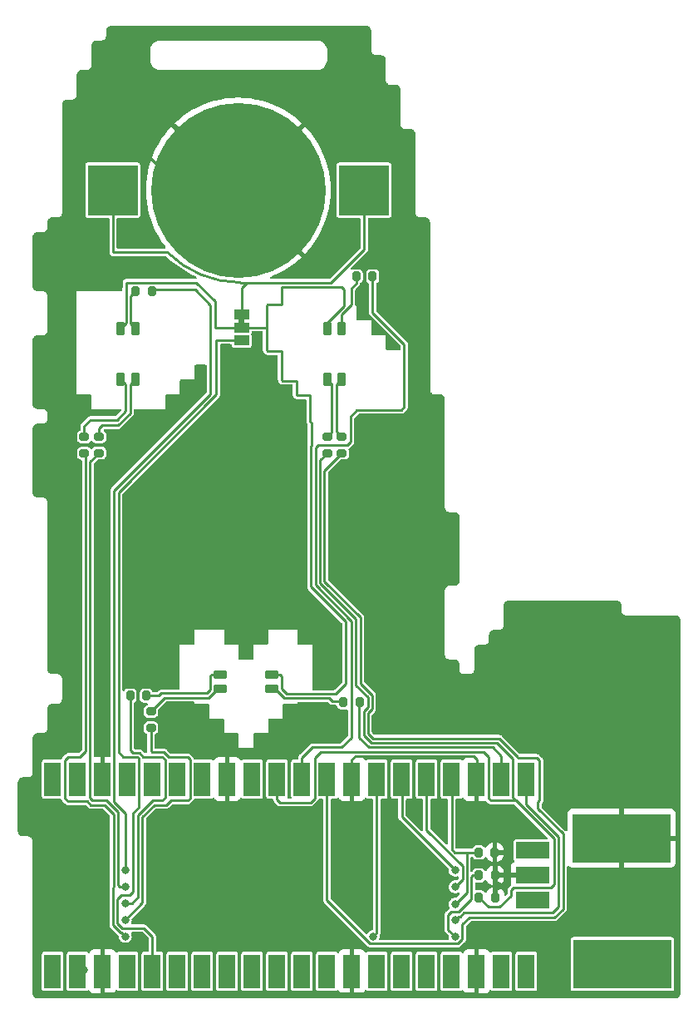
<source format=gbr>
%TF.GenerationSoftware,KiCad,Pcbnew,7.0.9*%
%TF.CreationDate,2024-01-25T10:25:38+02:00*%
%TF.ProjectId,ncscfi-badge2024,6e637363-6669-42d6-9261-646765323032,rev?*%
%TF.SameCoordinates,Original*%
%TF.FileFunction,Copper,L2,Bot*%
%TF.FilePolarity,Positive*%
%FSLAX46Y46*%
G04 Gerber Fmt 4.6, Leading zero omitted, Abs format (unit mm)*
G04 Created by KiCad (PCBNEW 7.0.9) date 2024-01-25 10:25:38*
%MOMM*%
%LPD*%
G01*
G04 APERTURE LIST*
G04 Aperture macros list*
%AMRoundRect*
0 Rectangle with rounded corners*
0 $1 Rounding radius*
0 $2 $3 $4 $5 $6 $7 $8 $9 X,Y pos of 4 corners*
0 Add a 4 corners polygon primitive as box body*
4,1,4,$2,$3,$4,$5,$6,$7,$8,$9,$2,$3,0*
0 Add four circle primitives for the rounded corners*
1,1,$1+$1,$2,$3*
1,1,$1+$1,$4,$5*
1,1,$1+$1,$6,$7*
1,1,$1+$1,$8,$9*
0 Add four rect primitives between the rounded corners*
20,1,$1+$1,$2,$3,$4,$5,0*
20,1,$1+$1,$4,$5,$6,$7,0*
20,1,$1+$1,$6,$7,$8,$9,0*
20,1,$1+$1,$8,$9,$2,$3,0*%
G04 Aperture macros list end*
%TA.AperFunction,SMDPad,CuDef*%
%ADD10R,1.500000X1.000000*%
%TD*%
%TA.AperFunction,SMDPad,CuDef*%
%ADD11R,10.000000X5.000000*%
%TD*%
%TA.AperFunction,SMDPad,CuDef*%
%ADD12RoundRect,0.200000X-0.275000X0.200000X-0.275000X-0.200000X0.275000X-0.200000X0.275000X0.200000X0*%
%TD*%
%TA.AperFunction,SMDPad,CuDef*%
%ADD13RoundRect,0.200000X0.200000X0.275000X-0.200000X0.275000X-0.200000X-0.275000X0.200000X-0.275000X0*%
%TD*%
%TA.AperFunction,SMDPad,CuDef*%
%ADD14RoundRect,0.200000X-0.200000X-0.275000X0.200000X-0.275000X0.200000X0.275000X-0.200000X0.275000X0*%
%TD*%
%TA.AperFunction,SMDPad,CuDef*%
%ADD15R,3.500000X1.700000*%
%TD*%
%TA.AperFunction,SMDPad,CuDef*%
%ADD16R,1.700000X3.500000*%
%TD*%
%TA.AperFunction,SMDPad,CuDef*%
%ADD17RoundRect,0.100000X-0.300000X0.600000X-0.300000X-0.600000X0.300000X-0.600000X0.300000X0.600000X0*%
%TD*%
%TA.AperFunction,SMDPad,CuDef*%
%ADD18RoundRect,0.100000X0.600000X0.300000X-0.600000X0.300000X-0.600000X-0.300000X0.600000X-0.300000X0*%
%TD*%
%TA.AperFunction,SMDPad,CuDef*%
%ADD19R,5.100000X5.100000*%
%TD*%
%TA.AperFunction,SMDPad,CuDef*%
%ADD20C,17.800000*%
%TD*%
%TA.AperFunction,ViaPad*%
%ADD21C,0.800000*%
%TD*%
%TA.AperFunction,Conductor*%
%ADD22C,0.250000*%
%TD*%
G04 APERTURE END LIST*
%TA.AperFunction,EtchedComponent*%
%TO.C,JP1*%
G36*
X35100000Y-42300000D02*
G01*
X34500000Y-42300000D01*
X34500000Y-41800000D01*
X35100000Y-41800000D01*
X35100000Y-42300000D01*
G37*
%TD.AperFunction*%
%TD*%
D10*
%TO.P,JP1,3,B*%
%TO.N,PICO_3V3_OUT*%
X34800000Y-44000000D03*
%TO.P,JP1,2,C*%
%TO.N,VDD*%
X34800000Y-42700000D03*
%TO.P,JP1,1,A*%
%TO.N,+BATT*%
X34800000Y-41400000D03*
%TD*%
D11*
%TO.P,J2,1,Pin_1*%
%TO.N,GND*%
X73500000Y-94700000D03*
%TD*%
%TO.P,J1,1,Pin_1*%
%TO.N,PICO_PWR_IN*%
X73600000Y-107500000D03*
%TD*%
D12*
%TO.P,R3,1*%
%TO.N,Net-(D2-GREEN)*%
X20260000Y-53840000D03*
%TO.P,R3,2*%
%TO.N,PWM6A*%
X20260000Y-55490000D03*
%TD*%
D13*
%TO.P,R15,1*%
%TO.N,GND*%
X60625000Y-98480000D03*
%TO.P,R15,2*%
%TO.N,PWM5A*%
X58975000Y-98480000D03*
%TD*%
%TO.P,R7,1*%
%TO.N,GND*%
X60600000Y-96130000D03*
%TO.P,R7,2*%
%TO.N,HEART_RED*%
X58950000Y-96130000D03*
%TD*%
D12*
%TO.P,R6,1*%
%TO.N,Net-(D1-GREEN)*%
X45000000Y-53850000D03*
%TO.P,R6,2*%
%TO.N,LEFT_GREEN*%
X45000000Y-55500000D03*
%TD*%
D13*
%TO.P,R9,1*%
%TO.N,Net-(D3-RED)*%
X25090000Y-80190000D03*
%TO.P,R9,2*%
%TO.N,HEART_RED*%
X23440000Y-80190000D03*
%TD*%
D14*
%TO.P,R2,1*%
%TO.N,Net-(D2-BLUE)*%
X24000000Y-39000000D03*
%TO.P,R2,2*%
%TO.N,PWM5B*%
X25650000Y-39000000D03*
%TD*%
%TO.P,R10,1*%
%TO.N,Net-(D3-BLUE)*%
X45150000Y-80860000D03*
%TO.P,R10,2*%
%TO.N,HEART_BLUE*%
X46800000Y-80860000D03*
%TD*%
D15*
%TO.P,U1,43,SWDIO*%
%TO.N,SWDIO*%
X64484905Y-101009185D03*
%TO.P,U1,42,GND*%
%TO.N,GND*%
X64484905Y-98469185D03*
%TO.P,U1,41,SWCLK*%
%TO.N,SWCLK*%
X64484905Y-95929185D03*
D16*
%TO.P,U1,40,VBUS*%
%TO.N,unconnected-(U1-VBUS-Pad40)*%
X15554905Y-108259185D03*
%TO.P,U1,39,VSYS*%
%TO.N,PICO_PWR_IN*%
X18094905Y-108259185D03*
%TO.P,U1,38,GND*%
%TO.N,GND*%
X20634905Y-108259185D03*
%TO.P,U1,37,3V3_EN*%
%TO.N,PICO_EN*%
X23174905Y-108259185D03*
%TO.P,U1,36,3V3*%
%TO.N,PICO_3V3_OUT*%
X25714905Y-108259185D03*
%TO.P,U1,35,ADC_VREF*%
%TO.N,ADC_REF*%
X28254905Y-108259185D03*
%TO.P,U1,34,GPIO28_ADC2*%
%TO.N,ADC2*%
X30794905Y-108259185D03*
%TO.P,U1,33,AGND*%
%TO.N,AGND*%
X33334905Y-108259185D03*
%TO.P,U1,32,GPIO27_ADC1*%
%TO.N,ADC1*%
X35874905Y-108259185D03*
%TO.P,U1,31,GPIO26_ADC0*%
%TO.N,ADC0*%
X38414905Y-108259185D03*
%TO.P,U1,30,RUN*%
%TO.N,RUN*%
X40954905Y-108259185D03*
%TO.P,U1,29,GPIO22*%
%TO.N,unconnected-(U1-GPIO22-Pad29)*%
X43494905Y-108259185D03*
%TO.P,U1,28,GND*%
%TO.N,GND*%
X46034905Y-108259185D03*
%TO.P,U1,27,GPIO21*%
%TO.N,unconnected-(U1-GPIO21-Pad27)*%
X48574905Y-108259185D03*
%TO.P,U1,26,GPIO20*%
%TO.N,unconnected-(U1-GPIO20-Pad26)*%
X51114905Y-108259185D03*
%TO.P,U1,25,GPIO19*%
%TO.N,SPI0_MOSI*%
X53654905Y-108259185D03*
%TO.P,U1,24,GPIO18*%
%TO.N,SPI0_SCK*%
X56194905Y-108259185D03*
%TO.P,U1,23,GND*%
%TO.N,GND*%
X58734905Y-108259185D03*
%TO.P,U1,22,GPIO17*%
%TO.N,SPI0_CSN*%
X61274905Y-108259185D03*
%TO.P,U1,21,GPIO16*%
%TO.N,SPI0_MISO*%
X63814905Y-108259185D03*
%TO.P,U1,20,GPIO15*%
%TO.N,HEART_GREEN*%
X63814905Y-88679185D03*
%TO.P,U1,19,GPIO14*%
%TO.N,HEART_BLUE*%
X61274905Y-88679185D03*
%TO.P,U1,18,GND*%
%TO.N,GND*%
X58734905Y-88679185D03*
%TO.P,U1,17,GPIO13*%
%TO.N,HEART_RED*%
X56194905Y-88679185D03*
%TO.P,U1,16,GPIO12*%
%TO.N,PWM6A*%
X53654905Y-88679185D03*
%TO.P,U1,15,GPIO11*%
%TO.N,PWM5B*%
X51114905Y-88679185D03*
%TO.P,U1,14,GPIO10*%
%TO.N,PWM5A*%
X48574905Y-88679185D03*
%TO.P,U1,13,GND*%
%TO.N,GND*%
X46034905Y-88679185D03*
%TO.P,U1,12,GPIO9*%
%TO.N,LEFT_GREEN*%
X43494905Y-88679185D03*
%TO.P,U1,11,GPIO8*%
%TO.N,LEFT_BLUE*%
X40954905Y-88679185D03*
%TO.P,U1,10,GPIO7*%
%TO.N,LEFT_RED*%
X38414905Y-88679185D03*
%TO.P,U1,9,GPIO6*%
%TO.N,PWM3A*%
X35874905Y-88679185D03*
%TO.P,U1,8,GND*%
%TO.N,GND*%
X33334905Y-88679185D03*
%TO.P,U1,7,GPIO5*%
%TO.N,I2C0_SCL*%
X30794905Y-88679185D03*
%TO.P,U1,6,GPIO4*%
%TO.N,I2C0_SDA*%
X28254905Y-88679185D03*
%TO.P,U1,5,GPIO3*%
%TO.N,PWM1B*%
X25714905Y-88679185D03*
%TO.P,U1,4,GPIO2*%
%TO.N,PWM1A*%
X23174905Y-88679185D03*
%TO.P,U1,3,GND*%
%TO.N,GND*%
X20634905Y-88679185D03*
%TO.P,U1,2,GPIO1*%
%TO.N,UART0_RX*%
X18094905Y-88679185D03*
%TO.P,U1,1,GPIO0*%
%TO.N,UART0_TX*%
X15554905Y-88679185D03*
%TD*%
D17*
%TO.P,D2,1,RED*%
%TO.N,Net-(D2-RED)*%
X22500000Y-48000000D03*
%TO.P,D2,2,A*%
%TO.N,VDD*%
X22500000Y-42800000D03*
%TO.P,D2,3,BLUE*%
%TO.N,Net-(D2-BLUE)*%
X23950000Y-42800000D03*
%TO.P,D2,4,GREEN*%
%TO.N,Net-(D2-GREEN)*%
X23950000Y-48000000D03*
%TD*%
%TO.P,D1,1,RED*%
%TO.N,Net-(D1-RED)*%
X43500000Y-48000000D03*
%TO.P,D1,2,A*%
%TO.N,VDD*%
X43500000Y-42800000D03*
%TO.P,D1,3,BLUE*%
%TO.N,Net-(D1-BLUE)*%
X44950000Y-42800000D03*
%TO.P,D1,4,GREEN*%
%TO.N,Net-(D1-GREEN)*%
X44950000Y-48000000D03*
%TD*%
D18*
%TO.P,D3,1,RED*%
%TO.N,Net-(D3-RED)*%
X32640956Y-78044671D03*
%TO.P,D3,2,A*%
%TO.N,VDD*%
X37840956Y-78044671D03*
%TO.P,D3,3,BLUE*%
%TO.N,Net-(D3-BLUE)*%
X37840956Y-79494671D03*
%TO.P,D3,4,GREEN*%
%TO.N,Net-(D3-GREEN)*%
X32640956Y-79494671D03*
%TD*%
D12*
%TO.P,R11,1*%
%TO.N,Net-(D3-GREEN)*%
X25560000Y-81790000D03*
%TO.P,R11,2*%
%TO.N,HEART_GREEN*%
X25560000Y-83440000D03*
%TD*%
D13*
%TO.P,R8,1*%
%TO.N,GND*%
X60640000Y-100710000D03*
%TO.P,R8,2*%
%TO.N,LEFT_RED*%
X58990000Y-100710000D03*
%TD*%
D14*
%TO.P,R5,1*%
%TO.N,Net-(D1-BLUE)*%
X46500000Y-37500000D03*
%TO.P,R5,2*%
%TO.N,LEFT_BLUE*%
X48150000Y-37500000D03*
%TD*%
D12*
%TO.P,R1,1*%
%TO.N,Net-(D2-RED)*%
X18760000Y-53850000D03*
%TO.P,R1,2*%
%TO.N,PWM5A*%
X18760000Y-55500000D03*
%TD*%
%TO.P,R4,1*%
%TO.N,Net-(D1-RED)*%
X43500000Y-53850000D03*
%TO.P,R4,2*%
%TO.N,LEFT_RED*%
X43500000Y-55500000D03*
%TD*%
D19*
%TO.P,BT1,1,+*%
%TO.N,+BATT*%
X47260000Y-28733756D03*
X21660000Y-28733756D03*
D20*
%TO.P,BT1,2,-*%
%TO.N,GND*%
X34460000Y-28733756D03*
%TD*%
D21*
%TO.N,PICO_PWR_IN*%
X18750000Y-108100000D03*
X69200000Y-108100000D03*
%TO.N,GND*%
X61000000Y-99550000D03*
X60800000Y-104700000D03*
%TO.N,PWM5A*%
X22950000Y-104700000D03*
X48200000Y-104700000D03*
X56550000Y-104700000D03*
%TO.N,HEART_RED*%
X56550000Y-101400000D03*
X22950000Y-101329905D03*
%TO.N,HEART_GREEN*%
X22950000Y-103000000D03*
X56574500Y-103000000D03*
%TO.N,PWM5B*%
X23000000Y-97950000D03*
X56550000Y-97950000D03*
%TO.N,PWM6A*%
X22950000Y-99674500D03*
X56550000Y-99650000D03*
%TD*%
D22*
%TO.N,PICO_PWR_IN*%
X18750000Y-108100000D02*
X18750000Y-108014280D01*
X18750000Y-108014280D02*
X18094905Y-107359185D01*
X72600000Y-108000000D02*
X73100000Y-107500000D01*
X69300000Y-108000000D02*
X72600000Y-108000000D01*
X69200000Y-108100000D02*
X69300000Y-108000000D01*
X18254090Y-107354090D02*
X18100000Y-107354090D01*
X18100000Y-107354090D02*
X18094905Y-107359185D01*
%TO.N,VDD*%
X32100000Y-40053604D02*
X32100000Y-42700000D01*
X30186396Y-38140000D02*
X32100000Y-40053604D01*
X32100000Y-42700000D02*
X34800000Y-42700000D01*
%TO.N,+BATT*%
X34800000Y-41400000D02*
X34800000Y-38710000D01*
X34800000Y-38710000D02*
X35360000Y-38150000D01*
%TO.N,PICO_3V3_OUT*%
X32220000Y-44000000D02*
X32220000Y-49536396D01*
X34800000Y-44000000D02*
X32220000Y-44000000D01*
%TO.N,VDD*%
X37340000Y-45016778D02*
X37340000Y-42600000D01*
X37340000Y-42600000D02*
X37340000Y-41205000D01*
X34800000Y-42700000D02*
X37240000Y-42700000D01*
X37240000Y-42700000D02*
X37340000Y-42600000D01*
%TO.N,+BATT*%
X21700000Y-35050000D02*
X21700000Y-28500000D01*
X43900000Y-38150000D02*
X35360000Y-38150000D01*
X35360000Y-38150000D02*
X34696396Y-38150000D01*
X27210854Y-35050000D02*
X21700000Y-35050000D01*
X47300000Y-34750000D02*
X43900000Y-38150000D01*
X34696396Y-38150000D02*
X34686396Y-38140000D01*
X27215427Y-35045427D02*
X27210854Y-35050000D01*
X47300000Y-28500000D02*
X47300000Y-34750000D01*
X27215440Y-35045414D02*
G75*
G03*
X34686396Y-38140000I7470960J7470914D01*
G01*
%TO.N,GND*%
X58734905Y-89579185D02*
X58734905Y-91084905D01*
X60640000Y-100710000D02*
X60640000Y-99600000D01*
X28570000Y-28500000D02*
X22920000Y-22850000D01*
X58750000Y-86700000D02*
X58400000Y-86350000D01*
X60600000Y-98455000D02*
X60625000Y-98480000D01*
X20770000Y-54650000D02*
X21190000Y-55070000D01*
X60640000Y-98495000D02*
X60625000Y-98480000D01*
X60600000Y-92950000D02*
X60600000Y-96130000D01*
X17840000Y-54270000D02*
X18220000Y-54650000D01*
X60640000Y-99600000D02*
X60640000Y-98495000D01*
X58400000Y-86350000D02*
X46400000Y-86350000D01*
X18220000Y-54650000D02*
X20770000Y-54650000D01*
X21190000Y-56020000D02*
X20634905Y-56575095D01*
X46034905Y-86715095D02*
X46034905Y-89579185D01*
X20634905Y-56575095D02*
X20634905Y-89579185D01*
X21190000Y-55070000D02*
X21190000Y-56020000D01*
X58850000Y-107244090D02*
X58734905Y-107359185D01*
X20634905Y-110450000D02*
X46019810Y-110450000D01*
X58734905Y-105265095D02*
X58734905Y-107359185D01*
X59300000Y-104700000D02*
X58734905Y-105265095D01*
X60950000Y-99600000D02*
X60640000Y-99600000D01*
X46034905Y-110465095D02*
X46034905Y-107359185D01*
X63574090Y-98480000D02*
X60625000Y-98480000D01*
X58734905Y-89579185D02*
X58750000Y-89564090D01*
X58734905Y-110465095D02*
X46034905Y-110465095D01*
X22920000Y-22850000D02*
X19090000Y-22850000D01*
X34500000Y-28500000D02*
X28570000Y-28500000D01*
X46019810Y-110450000D02*
X46034905Y-110465095D01*
X58750000Y-89564090D02*
X58750000Y-86700000D01*
X46400000Y-86350000D02*
X46034905Y-86715095D01*
X58734905Y-107359185D02*
X58734905Y-110465095D01*
X60800000Y-104700000D02*
X59300000Y-104700000D01*
X63584905Y-98469185D02*
X63574090Y-98480000D01*
X58734905Y-91084905D02*
X60600000Y-92950000D01*
X61000000Y-99550000D02*
X60950000Y-99600000D01*
X17840000Y-24100000D02*
X17840000Y-54270000D01*
X19090000Y-22850000D02*
X17840000Y-24100000D01*
X60600000Y-96130000D02*
X60600000Y-98455000D01*
X20634905Y-107359185D02*
X20634905Y-110450000D01*
%TO.N,VDD*%
X23040000Y-38736996D02*
X23040000Y-42260000D01*
X41800000Y-52280000D02*
X41800000Y-49625000D01*
X41880000Y-54773604D02*
X41900000Y-54753604D01*
X38875000Y-40375000D02*
X38875000Y-38610000D01*
X39390000Y-79990000D02*
X44410000Y-79990000D01*
X45020000Y-38610000D02*
X38875000Y-38610000D01*
X30186396Y-38140000D02*
X23636996Y-38140000D01*
X38875000Y-45125000D02*
X37448222Y-45125000D01*
X41880000Y-69106396D02*
X41880000Y-54773604D01*
X40375000Y-49551778D02*
X40375000Y-48125000D01*
X45020000Y-38610000D02*
X45240000Y-38830000D01*
X43500000Y-42240000D02*
X43500000Y-42800000D01*
X40448222Y-49625000D02*
X40375000Y-49551778D01*
X38870000Y-79470000D02*
X39390000Y-79990000D01*
X37448222Y-40375000D02*
X38875000Y-40375000D01*
X23040000Y-42260000D02*
X22500000Y-42800000D01*
X45425000Y-72651396D02*
X41880000Y-69106396D01*
X41800000Y-49625000D02*
X40448222Y-49625000D01*
X40375000Y-48125000D02*
X38948222Y-48125000D01*
X23050000Y-38726996D02*
X23050000Y-38150000D01*
X41900000Y-54753604D02*
X41900000Y-52380000D01*
X41900000Y-52380000D02*
X41800000Y-52280000D01*
X38875000Y-48051778D02*
X38875000Y-45125000D01*
X44410000Y-79990000D02*
X45425000Y-78975000D01*
X45240000Y-38830000D02*
X45240000Y-40500000D01*
X23040000Y-38736996D02*
X23050000Y-38726996D01*
X37375000Y-41170000D02*
X37375000Y-40448222D01*
X37340000Y-41205000D02*
X37375000Y-41170000D01*
X38948222Y-48125000D02*
X38875000Y-48051778D01*
X38870000Y-78220000D02*
X38870000Y-79470000D01*
X37375000Y-40448222D02*
X37448222Y-40375000D01*
X23050000Y-38150000D02*
X23626996Y-38150000D01*
X45425000Y-78975000D02*
X45425000Y-72651396D01*
X37840956Y-78044671D02*
X38694671Y-78044671D01*
X38694671Y-78044671D02*
X38870000Y-78220000D01*
X37448222Y-45125000D02*
X37340000Y-45016778D01*
X45240000Y-40500000D02*
X43500000Y-42240000D01*
X23626996Y-38150000D02*
X23636996Y-38140000D01*
%TO.N,Net-(D1-RED)*%
X43500000Y-53850000D02*
X43990000Y-53360000D01*
X43990000Y-48490000D02*
X43500000Y-48000000D01*
X43990000Y-53360000D02*
X43990000Y-48490000D01*
%TO.N,PWM5A*%
X18900000Y-55640000D02*
X18760000Y-55500000D01*
X16800000Y-86750000D02*
X17150000Y-86400000D01*
X21750000Y-92236396D02*
X20813604Y-91300000D01*
X21700000Y-99722792D02*
X21750000Y-99672792D01*
X19413604Y-91300000D02*
X19063604Y-90950000D01*
X55850000Y-102500000D02*
X56150000Y-102200000D01*
X56550000Y-104700000D02*
X55850000Y-104000000D01*
X19063604Y-90950000D02*
X17115720Y-90950000D01*
X17115720Y-90950000D02*
X16800000Y-90634280D01*
X58200000Y-100900000D02*
X58200000Y-98650000D01*
X58370000Y-98480000D02*
X58975000Y-98480000D01*
X22463604Y-104300000D02*
X21700000Y-103536396D01*
X58200000Y-98650000D02*
X58370000Y-98480000D01*
X56150000Y-102200000D02*
X56900000Y-102200000D01*
X48574905Y-89579185D02*
X48574905Y-104325095D01*
X55850000Y-104000000D02*
X55850000Y-102500000D01*
X22550000Y-104300000D02*
X22463604Y-104300000D01*
X20813604Y-91300000D02*
X19413604Y-91300000D01*
X18900000Y-85850000D02*
X18900000Y-55640000D01*
X21700000Y-103536396D02*
X21700000Y-99722792D01*
X56900000Y-102200000D02*
X58200000Y-100900000D01*
X16800000Y-90634280D02*
X16800000Y-86750000D01*
X17150000Y-86400000D02*
X18350000Y-86400000D01*
X21750000Y-99672792D02*
X21750000Y-92236396D01*
X18350000Y-86400000D02*
X18900000Y-85850000D01*
X48574905Y-104325095D02*
X48200000Y-104700000D01*
X22950000Y-104700000D02*
X22550000Y-104300000D01*
%TO.N,Net-(D1-BLUE)*%
X46470000Y-38230000D02*
X46000000Y-38700000D01*
X46000000Y-38700000D02*
X46000000Y-40376396D01*
X46000000Y-40376396D02*
X44950000Y-41426396D01*
X44950000Y-41426396D02*
X44950000Y-42800000D01*
X46500000Y-37500000D02*
X46470000Y-37530000D01*
X46470000Y-37530000D02*
X46470000Y-38230000D01*
%TO.N,Net-(D1-GREEN)*%
X45000000Y-53850000D02*
X44440000Y-53290000D01*
X44440000Y-48510000D02*
X44950000Y-48000000D01*
X44440000Y-53290000D02*
X44440000Y-48510000D01*
%TO.N,Net-(D2-RED)*%
X22110000Y-52130000D02*
X19380000Y-52130000D01*
X23000000Y-48500000D02*
X23000000Y-51240000D01*
X23000000Y-51240000D02*
X22110000Y-52130000D01*
X18760000Y-52750000D02*
X18760000Y-53850000D01*
X22500000Y-48000000D02*
X23000000Y-48500000D01*
X19380000Y-52130000D02*
X18760000Y-52750000D01*
%TO.N,Net-(D2-BLUE)*%
X24000000Y-39000000D02*
X23490000Y-39510000D01*
X23490000Y-39510000D02*
X23490000Y-42340000D01*
X23490000Y-42340000D02*
X23950000Y-42800000D01*
%TO.N,Net-(D2-GREEN)*%
X22196396Y-52680000D02*
X20590000Y-52680000D01*
X23450000Y-48500000D02*
X23450000Y-51426396D01*
X20590000Y-52680000D02*
X20260000Y-53010000D01*
X20260000Y-53010000D02*
X20260000Y-53840000D01*
X23950000Y-48000000D02*
X23450000Y-48500000D01*
X23450000Y-51426396D02*
X22196396Y-52680000D01*
%TO.N,Net-(D3-RED)*%
X26620000Y-79950000D02*
X26380000Y-80190000D01*
X31615956Y-79584044D02*
X31615956Y-78164044D01*
X26380000Y-80190000D02*
X25090000Y-80190000D01*
X31735329Y-78044671D02*
X32640956Y-78044671D01*
X31615956Y-78164044D02*
X31735329Y-78044671D01*
X31250000Y-79950000D02*
X31615956Y-79584044D01*
X26620000Y-79950000D02*
X31250000Y-79950000D01*
%TO.N,Net-(D3-BLUE)*%
X45013598Y-80760000D02*
X45103598Y-80850000D01*
X38164671Y-79494671D02*
X39110000Y-80440000D01*
X44040000Y-80760000D02*
X45013598Y-80760000D01*
X39110000Y-80440000D02*
X43720000Y-80440000D01*
X43720000Y-80440000D02*
X44040000Y-80760000D01*
X37840956Y-79494671D02*
X38164671Y-79494671D01*
%TO.N,Net-(D3-GREEN)*%
X32365329Y-79494671D02*
X32640956Y-79494671D01*
X31460000Y-80400000D02*
X32365329Y-79494671D01*
X26950000Y-80400000D02*
X31460000Y-80400000D01*
X25560000Y-81790000D02*
X26950000Y-80400000D01*
%TO.N,LEFT_RED*%
X42780000Y-56220000D02*
X42780000Y-68733604D01*
X38414905Y-90764905D02*
X38414905Y-89579185D01*
X62250000Y-100000000D02*
X62250000Y-100550000D01*
X62742860Y-90857140D02*
X60202860Y-90857140D01*
X47650000Y-81373304D02*
X47243598Y-81779706D01*
X60845720Y-85000000D02*
X62449905Y-86604185D01*
X42780000Y-68733604D02*
X46450000Y-72403604D01*
X43500000Y-55500000D02*
X42780000Y-56220000D01*
X60000000Y-86450000D02*
X59450000Y-85900000D01*
X47986396Y-85000000D02*
X60845720Y-85000000D01*
X38700000Y-91050000D02*
X38414905Y-90764905D01*
X41834090Y-91050000D02*
X38700000Y-91050000D01*
X42250000Y-86496396D02*
X42250000Y-90634090D01*
X60202860Y-90857140D02*
X60000000Y-90654280D01*
X47243598Y-84257202D02*
X47986396Y-85000000D01*
X66650000Y-94764280D02*
X66650000Y-99400000D01*
X66650000Y-99400000D02*
X66300000Y-99750000D01*
X62500000Y-99750000D02*
X62250000Y-100000000D01*
X46450000Y-72403604D02*
X46450000Y-79136396D01*
X66300000Y-99750000D02*
X62500000Y-99750000D01*
X62742860Y-90857140D02*
X66650000Y-94764280D01*
X47243598Y-81779706D02*
X47243598Y-84257202D01*
X42250000Y-90634090D02*
X41834090Y-91050000D01*
X60000000Y-90654280D02*
X60000000Y-86450000D01*
X42846396Y-85900000D02*
X42250000Y-86496396D01*
X59450000Y-85900000D02*
X42846396Y-85900000D01*
X59980000Y-101700000D02*
X58990000Y-100710000D01*
X62449905Y-86604185D02*
X62449905Y-90564185D01*
X46450000Y-79136396D02*
X47650000Y-80336396D01*
X62449905Y-90564185D02*
X62742860Y-90857140D01*
X61100000Y-101700000D02*
X59980000Y-101700000D01*
X47650000Y-80336396D02*
X47650000Y-81373304D01*
X62250000Y-100550000D02*
X61100000Y-101700000D01*
%TO.N,LEFT_BLUE*%
X42330000Y-54960000D02*
X42330000Y-68920000D01*
X46545000Y-51125000D02*
X45900000Y-51770000D01*
X51051778Y-51125000D02*
X46545000Y-51125000D01*
X45590000Y-54660000D02*
X42630000Y-54660000D01*
X42000000Y-85450000D02*
X40954905Y-86495095D01*
X45900000Y-51770000D02*
X45900000Y-54350000D01*
X45000000Y-85450000D02*
X42000000Y-85450000D01*
X48150000Y-37500000D02*
X48150000Y-41200000D01*
X40954905Y-86495095D02*
X40954905Y-89579185D01*
X42330000Y-68920000D02*
X46000000Y-72590000D01*
X45900000Y-54350000D02*
X45590000Y-54660000D01*
X42630000Y-54660000D02*
X42330000Y-54960000D01*
X48150000Y-41200000D02*
X51360000Y-44410000D01*
X46000000Y-84450000D02*
X45000000Y-85450000D01*
X51360000Y-50816778D02*
X51051778Y-51125000D01*
X46000000Y-72590000D02*
X46000000Y-84450000D01*
X51360000Y-44410000D02*
X51360000Y-50816778D01*
%TO.N,LEFT_GREEN*%
X61032116Y-84550000D02*
X62899905Y-86417789D01*
X46900000Y-72217208D02*
X46900000Y-78950000D01*
X43230000Y-57270000D02*
X43230000Y-68547208D01*
X45000000Y-55500000D02*
X43230000Y-57270000D01*
X62899905Y-86500000D02*
X64850000Y-86500000D01*
X43230000Y-68547208D02*
X46900000Y-72217208D01*
X65000000Y-91000000D02*
X65000000Y-91700000D01*
X47693598Y-81966102D02*
X47693598Y-84070806D01*
X47693598Y-84070806D02*
X48172792Y-84550000D01*
X65000000Y-91700000D02*
X67550000Y-94250000D01*
X47899695Y-105425000D02*
X43494905Y-101020210D01*
X67550000Y-101886396D02*
X66686396Y-102750000D01*
X57275000Y-105000305D02*
X56850305Y-105425000D01*
X48100000Y-80150000D02*
X48100000Y-81559700D01*
X67550000Y-94250000D02*
X67550000Y-101886396D01*
X48100000Y-81559700D02*
X47693598Y-81966102D01*
X65150000Y-86800000D02*
X65150000Y-90850000D01*
X56850305Y-105425000D02*
X47899695Y-105425000D01*
X43494905Y-101020210D02*
X43494905Y-89579185D01*
X62899905Y-86417789D02*
X62899905Y-86500000D01*
X66686396Y-102750000D02*
X58000000Y-102750000D01*
X57275000Y-103475000D02*
X57275000Y-105000305D01*
X64850000Y-86500000D02*
X65150000Y-86800000D01*
X58000000Y-102750000D02*
X57275000Y-103475000D01*
X46900000Y-78950000D02*
X48100000Y-80150000D01*
X65150000Y-90850000D02*
X65000000Y-91000000D01*
X48172792Y-84550000D02*
X61032116Y-84550000D01*
%TO.N,HEART_RED*%
X24250000Y-100686396D02*
X24250000Y-92350000D01*
X24782116Y-86400000D02*
X24382116Y-86000000D01*
X58950000Y-96130000D02*
X56570000Y-96130000D01*
X57750000Y-100200000D02*
X57750000Y-96130000D01*
X23700000Y-86000000D02*
X23440000Y-85740000D01*
X56530000Y-96130000D02*
X56200000Y-95800000D01*
X22950000Y-101329905D02*
X23606491Y-101329905D01*
X27000000Y-86714280D02*
X26685720Y-86400000D01*
X56200000Y-95800000D02*
X56200000Y-89584280D01*
X27000000Y-90553509D02*
X27000000Y-86714280D01*
X23606491Y-101329905D02*
X24250000Y-100686396D01*
X25750000Y-90850000D02*
X26703509Y-90850000D01*
X56570000Y-96130000D02*
X56530000Y-96130000D01*
X23440000Y-85740000D02*
X23440000Y-80190000D01*
X26703509Y-90850000D02*
X27000000Y-90553509D01*
X57750000Y-96130000D02*
X56570000Y-96130000D01*
X56550000Y-101400000D02*
X57750000Y-100200000D01*
X24250000Y-92350000D02*
X25750000Y-90850000D01*
X56200000Y-89584280D02*
X56194905Y-89579185D01*
X26685720Y-86400000D02*
X24782116Y-86400000D01*
X24382116Y-86000000D02*
X23700000Y-86000000D01*
%TO.N,HEART_BLUE*%
X60400000Y-85450000D02*
X61274905Y-86324905D01*
X46793598Y-80810000D02*
X46793598Y-84443598D01*
X61274905Y-86324905D02*
X61274905Y-89579185D01*
X47800000Y-85450000D02*
X60400000Y-85450000D01*
X46793598Y-84443598D02*
X47800000Y-85450000D01*
%TO.N,HEART_GREEN*%
X25560000Y-85810000D02*
X25560000Y-83440000D01*
X67100000Y-101700000D02*
X67100000Y-94577884D01*
X29334090Y-90850000D02*
X29550000Y-90634090D01*
X24700000Y-92536396D02*
X25936396Y-91300000D01*
X25700000Y-85950000D02*
X25560000Y-85810000D01*
X57436396Y-102300000D02*
X66500000Y-102300000D01*
X27600000Y-90850000D02*
X29334090Y-90850000D01*
X22950000Y-103000000D02*
X24700000Y-101250000D01*
X66500000Y-102300000D02*
X67100000Y-101700000D01*
X56924500Y-102650000D02*
X57086396Y-102650000D01*
X24700000Y-101250000D02*
X24700000Y-92536396D01*
X29550000Y-90634090D02*
X29550000Y-86724280D01*
X26872116Y-85950000D02*
X25700000Y-85950000D01*
X67100000Y-94577884D02*
X63814905Y-91292789D01*
X29275720Y-86450000D02*
X27372116Y-86450000D01*
X56574500Y-103000000D02*
X56924500Y-102650000D01*
X27150000Y-91300000D02*
X27600000Y-90850000D01*
X63814905Y-91292789D02*
X63814905Y-89579185D01*
X25936396Y-91300000D02*
X27150000Y-91300000D01*
X29550000Y-86724280D02*
X29275720Y-86450000D01*
X27372116Y-86450000D02*
X26872116Y-85950000D01*
X57086396Y-102650000D02*
X57436396Y-102300000D01*
%TO.N,PWM5B*%
X31625000Y-40448222D02*
X31625000Y-49495000D01*
X30051778Y-38875000D02*
X31625000Y-40448222D01*
X51150000Y-89614280D02*
X51114905Y-89579185D01*
X56550000Y-97950000D02*
X51150000Y-92550000D01*
X23000000Y-92213604D02*
X23000000Y-97950000D01*
X25775000Y-38875000D02*
X30051778Y-38875000D01*
X25650000Y-39000000D02*
X25775000Y-38875000D01*
X21809905Y-91023509D02*
X23000000Y-92213604D01*
X31625000Y-49495000D02*
X21809905Y-59310095D01*
X51150000Y-92550000D02*
X51150000Y-89614280D01*
X21809905Y-59310095D02*
X21809905Y-91023509D01*
%TO.N,PWM6A*%
X57300000Y-97536396D02*
X53654905Y-93891301D01*
X19350000Y-90600000D02*
X19350000Y-56400000D01*
X21000000Y-90850000D02*
X19600000Y-90850000D01*
X57300000Y-98900000D02*
X57300000Y-97536396D01*
X22374500Y-99674500D02*
X22200000Y-99500000D01*
X56550000Y-99650000D02*
X57300000Y-98900000D01*
X22950000Y-99674500D02*
X22374500Y-99674500D01*
X22200000Y-99500000D02*
X22200000Y-92050000D01*
X19600000Y-90850000D02*
X19350000Y-90600000D01*
X22200000Y-92050000D02*
X21000000Y-90850000D01*
X19350000Y-56400000D02*
X20260000Y-55490000D01*
X53654905Y-93891301D02*
X53654905Y-89579185D01*
%TO.N,PICO_3V3_OUT*%
X22150000Y-100900000D02*
X22150000Y-103350000D01*
X22650000Y-103850000D02*
X24850000Y-103850000D01*
X23400000Y-100500000D02*
X22550000Y-100500000D01*
X23725000Y-100175000D02*
X23400000Y-100500000D01*
X23725000Y-97649695D02*
X23725000Y-100175000D01*
X32220000Y-49536396D02*
X22259905Y-59496491D01*
X23700000Y-97624695D02*
X23725000Y-97649695D01*
X23700000Y-92200000D02*
X23700000Y-97624695D01*
X22259905Y-59496491D02*
X22259905Y-85959905D01*
X24349905Y-86604185D02*
X24349905Y-91550095D01*
X22259905Y-85959905D02*
X22750000Y-86450000D01*
X24195720Y-86450000D02*
X24349905Y-86604185D01*
X22750000Y-86450000D02*
X24195720Y-86450000D01*
X22150000Y-103350000D02*
X22650000Y-103850000D01*
X25714905Y-104714905D02*
X25714905Y-107359185D01*
X22550000Y-100500000D02*
X22150000Y-100900000D01*
X24349905Y-91550095D02*
X23700000Y-92200000D01*
X24850000Y-103850000D02*
X25714905Y-104714905D01*
%TD*%
%TA.AperFunction,Conductor*%
%TO.N,GND*%
G36*
X57618265Y-86295185D02*
G01*
X57664020Y-86347989D01*
X57673964Y-86417147D01*
X57644939Y-86480703D01*
X57625538Y-86498766D01*
X57527714Y-86571997D01*
X57441554Y-86687091D01*
X57441548Y-86687101D01*
X57433583Y-86708457D01*
X57391710Y-86764389D01*
X57326245Y-86788803D01*
X57257972Y-86773949D01*
X57229722Y-86752800D01*
X57225508Y-86748586D01*
X57225506Y-86748585D01*
X57225506Y-86748584D01*
X57142645Y-86693219D01*
X57142644Y-86693218D01*
X57142640Y-86693217D01*
X57069582Y-86678685D01*
X57069579Y-86678685D01*
X55320231Y-86678685D01*
X55320228Y-86678685D01*
X55247169Y-86693217D01*
X55247165Y-86693218D01*
X55164304Y-86748584D01*
X55108938Y-86831445D01*
X55108937Y-86831449D01*
X55094405Y-86904506D01*
X55094405Y-90453863D01*
X55108937Y-90526920D01*
X55108938Y-90526924D01*
X55108939Y-90526925D01*
X55164304Y-90609786D01*
X55231696Y-90654815D01*
X55247165Y-90665151D01*
X55247169Y-90665152D01*
X55320226Y-90679684D01*
X55320229Y-90679685D01*
X55320231Y-90679685D01*
X55700500Y-90679685D01*
X55767539Y-90699370D01*
X55813294Y-90752174D01*
X55824500Y-90803685D01*
X55824500Y-95230496D01*
X55804815Y-95297535D01*
X55752011Y-95343290D01*
X55682853Y-95353234D01*
X55619297Y-95324209D01*
X55612819Y-95318177D01*
X54066724Y-93772082D01*
X54033239Y-93710759D01*
X54030405Y-93684401D01*
X54030405Y-90803685D01*
X54050090Y-90736646D01*
X54102894Y-90690891D01*
X54154405Y-90679685D01*
X54529581Y-90679685D01*
X54529582Y-90679684D01*
X54602645Y-90665151D01*
X54685506Y-90609786D01*
X54740871Y-90526925D01*
X54755405Y-90453859D01*
X54755405Y-86904511D01*
X54755405Y-86904508D01*
X54755404Y-86904506D01*
X54740872Y-86831449D01*
X54740871Y-86831445D01*
X54710697Y-86786286D01*
X54685506Y-86748584D01*
X54602645Y-86693219D01*
X54602644Y-86693218D01*
X54602640Y-86693217D01*
X54529582Y-86678685D01*
X54529579Y-86678685D01*
X52780231Y-86678685D01*
X52780228Y-86678685D01*
X52707169Y-86693217D01*
X52707165Y-86693218D01*
X52624304Y-86748584D01*
X52568938Y-86831445D01*
X52568937Y-86831449D01*
X52554405Y-86904506D01*
X52554405Y-90453863D01*
X52568937Y-90526920D01*
X52568938Y-90526924D01*
X52568939Y-90526925D01*
X52624304Y-90609786D01*
X52691696Y-90654815D01*
X52707165Y-90665151D01*
X52707169Y-90665152D01*
X52780226Y-90679684D01*
X52780229Y-90679685D01*
X52780231Y-90679685D01*
X53155405Y-90679685D01*
X53222444Y-90699370D01*
X53268199Y-90752174D01*
X53279405Y-90803685D01*
X53279405Y-93839497D01*
X53276766Y-93864943D01*
X53275118Y-93872803D01*
X53242095Y-93934376D01*
X53181026Y-93968321D01*
X53111299Y-93963862D01*
X53066076Y-93935038D01*
X51561819Y-92430781D01*
X51528334Y-92369458D01*
X51525500Y-92343100D01*
X51525500Y-90803685D01*
X51545185Y-90736646D01*
X51597989Y-90690891D01*
X51649500Y-90679685D01*
X51989581Y-90679685D01*
X51989582Y-90679684D01*
X52062645Y-90665151D01*
X52145506Y-90609786D01*
X52200871Y-90526925D01*
X52215405Y-90453859D01*
X52215405Y-86904511D01*
X52215405Y-86904508D01*
X52215404Y-86904506D01*
X52200872Y-86831449D01*
X52200871Y-86831445D01*
X52170697Y-86786286D01*
X52145506Y-86748584D01*
X52062645Y-86693219D01*
X52062644Y-86693218D01*
X52062640Y-86693217D01*
X51989582Y-86678685D01*
X51989579Y-86678685D01*
X50240231Y-86678685D01*
X50240228Y-86678685D01*
X50167169Y-86693217D01*
X50167165Y-86693218D01*
X50084304Y-86748584D01*
X50028938Y-86831445D01*
X50028937Y-86831449D01*
X50014405Y-86904506D01*
X50014405Y-90453863D01*
X50028937Y-90526920D01*
X50028938Y-90526924D01*
X50028939Y-90526925D01*
X50084304Y-90609786D01*
X50151696Y-90654815D01*
X50167165Y-90665151D01*
X50167169Y-90665152D01*
X50240226Y-90679684D01*
X50240229Y-90679685D01*
X50240231Y-90679685D01*
X50650500Y-90679685D01*
X50717539Y-90699370D01*
X50763294Y-90752174D01*
X50774500Y-90803685D01*
X50774500Y-92498196D01*
X50771862Y-92523634D01*
X50769633Y-92534268D01*
X50769633Y-92534269D01*
X50769633Y-92534271D01*
X50774023Y-92569491D01*
X50774500Y-92577167D01*
X50774500Y-92581116D01*
X50778342Y-92604141D01*
X50785134Y-92658627D01*
X50787373Y-92666147D01*
X50789934Y-92673608D01*
X50789935Y-92673610D01*
X50791367Y-92676256D01*
X50816055Y-92721877D01*
X50840174Y-92771211D01*
X50844742Y-92777609D01*
X50849582Y-92783827D01*
X50889971Y-92821009D01*
X55865481Y-97796518D01*
X55898966Y-97857841D01*
X55900896Y-97899143D01*
X55894722Y-97949997D01*
X55894722Y-97950000D01*
X55913762Y-98106818D01*
X55941358Y-98179581D01*
X55969780Y-98254523D01*
X56059517Y-98384530D01*
X56177760Y-98489283D01*
X56177762Y-98489284D01*
X56317634Y-98562696D01*
X56471014Y-98600500D01*
X56471015Y-98600500D01*
X56628985Y-98600500D01*
X56770826Y-98565540D01*
X56840627Y-98568609D01*
X56897690Y-98608929D01*
X56923895Y-98673699D01*
X56924500Y-98685937D01*
X56924500Y-98693099D01*
X56904815Y-98760138D01*
X56888181Y-98780780D01*
X56705780Y-98963181D01*
X56644457Y-98996666D01*
X56618099Y-98999500D01*
X56471014Y-98999500D01*
X56317634Y-99037303D01*
X56177762Y-99110715D01*
X56177760Y-99110717D01*
X56073993Y-99202646D01*
X56059516Y-99215471D01*
X55969781Y-99345475D01*
X55969780Y-99345476D01*
X55913762Y-99493181D01*
X55894722Y-99649997D01*
X55894722Y-99650000D01*
X55896918Y-99668085D01*
X55913762Y-99806818D01*
X55969169Y-99952911D01*
X55969780Y-99954523D01*
X56059517Y-100084530D01*
X56177760Y-100189283D01*
X56177762Y-100189284D01*
X56317634Y-100262696D01*
X56471014Y-100300500D01*
X56471015Y-100300500D01*
X56628985Y-100300500D01*
X56782365Y-100262696D01*
X56847851Y-100228325D01*
X56916359Y-100214600D01*
X56981412Y-100240092D01*
X57022357Y-100296707D01*
X57026193Y-100366472D01*
X56993158Y-100425803D01*
X56705780Y-100713181D01*
X56644457Y-100746666D01*
X56618099Y-100749500D01*
X56471014Y-100749500D01*
X56317634Y-100787303D01*
X56177762Y-100860715D01*
X56129988Y-100903039D01*
X56065692Y-100960000D01*
X56059516Y-100965471D01*
X55969781Y-101095475D01*
X55969780Y-101095476D01*
X55913762Y-101243181D01*
X55894722Y-101399999D01*
X55894722Y-101400000D01*
X55913762Y-101556818D01*
X55969780Y-101704523D01*
X55969782Y-101704527D01*
X55973409Y-101709781D01*
X55995294Y-101776135D01*
X55977830Y-101843787D01*
X55935968Y-101882548D01*
X55937151Y-101884204D01*
X55922375Y-101894753D01*
X55916175Y-101899579D01*
X55878993Y-101939969D01*
X55621108Y-102197852D01*
X55601254Y-102213976D01*
X55592165Y-102219914D01*
X55592164Y-102219915D01*
X55570363Y-102247923D01*
X55565286Y-102253674D01*
X55562484Y-102256477D01*
X55562474Y-102256488D01*
X55548905Y-102275495D01*
X55515192Y-102318808D01*
X55511447Y-102325729D01*
X55507988Y-102332804D01*
X55492329Y-102385403D01*
X55474500Y-102437338D01*
X55473206Y-102445092D01*
X55472231Y-102452911D01*
X55474500Y-102507755D01*
X55474500Y-103948196D01*
X55471862Y-103973634D01*
X55469633Y-103984268D01*
X55469633Y-103984269D01*
X55469633Y-103984271D01*
X55474023Y-104019491D01*
X55474500Y-104027167D01*
X55474500Y-104031116D01*
X55478342Y-104054141D01*
X55485134Y-104108627D01*
X55487373Y-104116147D01*
X55489934Y-104123608D01*
X55489935Y-104123610D01*
X55510015Y-104160715D01*
X55516055Y-104171877D01*
X55540174Y-104221211D01*
X55544742Y-104227609D01*
X55549582Y-104233827D01*
X55589971Y-104271009D01*
X55865481Y-104546518D01*
X55898966Y-104607841D01*
X55900896Y-104649143D01*
X55894722Y-104699997D01*
X55894722Y-104700000D01*
X55913763Y-104856819D01*
X55913763Y-104856821D01*
X55923134Y-104881530D01*
X55928501Y-104951193D01*
X55895353Y-105012699D01*
X55834214Y-105046520D01*
X55807192Y-105049500D01*
X48942808Y-105049500D01*
X48875769Y-105029815D01*
X48830014Y-104977011D01*
X48820070Y-104907853D01*
X48826866Y-104881530D01*
X48836236Y-104856821D01*
X48836236Y-104856820D01*
X48836237Y-104856818D01*
X48855278Y-104700000D01*
X48848486Y-104644067D01*
X48859946Y-104575147D01*
X48870664Y-104557071D01*
X48875993Y-104549608D01*
X48909714Y-104506284D01*
X48909714Y-104506281D01*
X48913447Y-104499384D01*
X48916908Y-104492302D01*
X48916915Y-104492294D01*
X48932575Y-104439691D01*
X48950405Y-104387755D01*
X48950405Y-104387750D01*
X48951695Y-104380019D01*
X48952673Y-104372180D01*
X48950405Y-104317339D01*
X48950405Y-90803685D01*
X48970090Y-90736646D01*
X49022894Y-90690891D01*
X49074405Y-90679685D01*
X49449581Y-90679685D01*
X49449582Y-90679684D01*
X49522645Y-90665151D01*
X49605506Y-90609786D01*
X49660871Y-90526925D01*
X49675405Y-90453859D01*
X49675405Y-86904511D01*
X49675405Y-86904508D01*
X49675404Y-86904506D01*
X49660872Y-86831449D01*
X49660871Y-86831445D01*
X49630697Y-86786286D01*
X49605506Y-86748584D01*
X49522645Y-86693219D01*
X49522644Y-86693218D01*
X49522640Y-86693217D01*
X49449582Y-86678685D01*
X49449579Y-86678685D01*
X47700231Y-86678685D01*
X47700228Y-86678685D01*
X47627169Y-86693217D01*
X47627165Y-86693218D01*
X47544302Y-86748585D01*
X47540084Y-86752804D01*
X47478759Y-86786286D01*
X47409068Y-86781299D01*
X47353136Y-86739426D01*
X47336224Y-86708453D01*
X47328258Y-86687097D01*
X47328255Y-86687091D01*
X47242095Y-86571997D01*
X47144272Y-86498766D01*
X47102402Y-86442832D01*
X47097418Y-86373141D01*
X47130904Y-86311818D01*
X47192227Y-86278333D01*
X47218584Y-86275500D01*
X57551226Y-86275500D01*
X57618265Y-86295185D01*
G37*
%TD.AperFunction*%
%TA.AperFunction,Conductor*%
G36*
X46227944Y-88448870D02*
G01*
X46273699Y-88501674D01*
X46284905Y-88553185D01*
X46284905Y-90929185D01*
X46932733Y-90929185D01*
X46932749Y-90929184D01*
X46992277Y-90922783D01*
X46992284Y-90922781D01*
X47126991Y-90872539D01*
X47126998Y-90872535D01*
X47242092Y-90786375D01*
X47242095Y-90786372D01*
X47328255Y-90671278D01*
X47328259Y-90671271D01*
X47336224Y-90649917D01*
X47378095Y-90593983D01*
X47443559Y-90569566D01*
X47511832Y-90584417D01*
X47540087Y-90605569D01*
X47544301Y-90609783D01*
X47544302Y-90609784D01*
X47544304Y-90609786D01*
X47611696Y-90654815D01*
X47627165Y-90665151D01*
X47627169Y-90665152D01*
X47700226Y-90679684D01*
X47700229Y-90679685D01*
X47700231Y-90679685D01*
X48075405Y-90679685D01*
X48142444Y-90699370D01*
X48188199Y-90752174D01*
X48199405Y-90803685D01*
X48199405Y-103933030D01*
X48179720Y-104000069D01*
X48126916Y-104045824D01*
X48105080Y-104053427D01*
X47967633Y-104087304D01*
X47827762Y-104160715D01*
X47709516Y-104265471D01*
X47615519Y-104401650D01*
X47612932Y-104399864D01*
X47574278Y-104439814D01*
X47506258Y-104455787D01*
X47440401Y-104432450D01*
X47425387Y-104419655D01*
X43906724Y-100900991D01*
X43873239Y-100839668D01*
X43870405Y-100813310D01*
X43870405Y-90803685D01*
X43890090Y-90736646D01*
X43942894Y-90690891D01*
X43994405Y-90679685D01*
X44369581Y-90679685D01*
X44369582Y-90679684D01*
X44442645Y-90665151D01*
X44525506Y-90609786D01*
X44525510Y-90609779D01*
X44529718Y-90605572D01*
X44591040Y-90572085D01*
X44660732Y-90577067D01*
X44716667Y-90618936D01*
X44733584Y-90649914D01*
X44741550Y-90671270D01*
X44741554Y-90671278D01*
X44827714Y-90786372D01*
X44827717Y-90786375D01*
X44942811Y-90872535D01*
X44942818Y-90872539D01*
X45077525Y-90922781D01*
X45077532Y-90922783D01*
X45137060Y-90929184D01*
X45137077Y-90929185D01*
X45784905Y-90929185D01*
X45784905Y-88553185D01*
X45804590Y-88486146D01*
X45857394Y-88440391D01*
X45908905Y-88429185D01*
X46160905Y-88429185D01*
X46227944Y-88448870D01*
G37*
%TD.AperFunction*%
%TA.AperFunction,Conductor*%
G36*
X58927944Y-88448870D02*
G01*
X58973699Y-88501674D01*
X58984905Y-88553185D01*
X58984905Y-90929185D01*
X59632733Y-90929185D01*
X59632742Y-90929184D01*
X59674089Y-90924738D01*
X59742849Y-90937141D01*
X59775029Y-90960346D01*
X59900709Y-91086026D01*
X59916837Y-91105885D01*
X59922776Y-91114976D01*
X59950792Y-91136781D01*
X59956553Y-91141870D01*
X59959342Y-91144659D01*
X59978343Y-91158225D01*
X60016573Y-91187981D01*
X60021671Y-91191949D01*
X60028582Y-91195689D01*
X60035660Y-91199150D01*
X60072327Y-91210066D01*
X60088265Y-91214811D01*
X60140200Y-91232640D01*
X60140202Y-91232640D01*
X60147939Y-91233931D01*
X60155769Y-91234907D01*
X60155771Y-91234908D01*
X60155772Y-91234907D01*
X60155773Y-91234908D01*
X60210615Y-91232640D01*
X62535961Y-91232640D01*
X62603000Y-91252325D01*
X62623642Y-91268959D01*
X65971687Y-94617004D01*
X66005172Y-94678327D01*
X66000188Y-94748019D01*
X65958316Y-94803952D01*
X65892852Y-94828369D01*
X65884006Y-94828685D01*
X62710228Y-94828685D01*
X62637169Y-94843217D01*
X62637165Y-94843218D01*
X62554304Y-94898584D01*
X62498938Y-94981445D01*
X62498937Y-94981449D01*
X62484405Y-95054506D01*
X62484405Y-96803863D01*
X62498937Y-96876920D01*
X62498938Y-96876924D01*
X62516518Y-96903234D01*
X62554304Y-96959786D01*
X62554305Y-96959786D01*
X62554306Y-96959788D01*
X62558520Y-96964002D01*
X62592005Y-97025325D01*
X62587021Y-97095017D01*
X62545149Y-97150950D01*
X62514177Y-97167863D01*
X62492821Y-97175828D01*
X62492811Y-97175834D01*
X62377717Y-97261994D01*
X62377714Y-97261997D01*
X62291554Y-97377091D01*
X62291550Y-97377098D01*
X62241308Y-97511805D01*
X62241306Y-97511812D01*
X62234905Y-97571340D01*
X62234905Y-98219185D01*
X64610905Y-98219185D01*
X64677944Y-98238870D01*
X64723699Y-98291674D01*
X64734905Y-98343185D01*
X64734905Y-98595185D01*
X64715220Y-98662224D01*
X64662416Y-98707979D01*
X64610905Y-98719185D01*
X62234905Y-98719185D01*
X62234905Y-99367015D01*
X62239925Y-99413709D01*
X62227519Y-99482468D01*
X62204316Y-99514644D01*
X62021108Y-99697852D01*
X62001254Y-99713976D01*
X61992165Y-99719914D01*
X61992164Y-99719915D01*
X61970363Y-99747923D01*
X61965286Y-99753674D01*
X61962484Y-99756477D01*
X61962474Y-99756488D01*
X61948905Y-99775495D01*
X61915192Y-99818808D01*
X61911447Y-99825729D01*
X61907988Y-99832804D01*
X61892329Y-99885403D01*
X61874500Y-99937338D01*
X61873206Y-99945092D01*
X61872231Y-99952911D01*
X61874500Y-100007755D01*
X61874500Y-100343099D01*
X61854815Y-100410138D01*
X61838181Y-100430780D01*
X61751680Y-100517281D01*
X61690357Y-100550766D01*
X61620665Y-100545782D01*
X61564732Y-100503910D01*
X61540315Y-100438446D01*
X61539999Y-100429600D01*
X61539999Y-100378417D01*
X61533591Y-100307897D01*
X61533590Y-100307892D01*
X61483018Y-100145603D01*
X61395072Y-100000122D01*
X61274877Y-99879927D01*
X61129395Y-99791980D01*
X61129396Y-99791980D01*
X60967105Y-99741409D01*
X60967106Y-99741409D01*
X60896572Y-99735000D01*
X60890000Y-99735000D01*
X60890000Y-100836000D01*
X60870315Y-100903039D01*
X60817511Y-100948794D01*
X60766000Y-100960000D01*
X60514000Y-100960000D01*
X60446961Y-100940315D01*
X60401206Y-100887511D01*
X60390000Y-100836000D01*
X60390000Y-99735000D01*
X60389999Y-99734999D01*
X60383436Y-99735000D01*
X60383417Y-99735001D01*
X60312897Y-99741408D01*
X60312892Y-99741409D01*
X60150603Y-99791981D01*
X60005122Y-99879927D01*
X59884927Y-100000122D01*
X59796980Y-100145604D01*
X59796979Y-100145605D01*
X59792412Y-100160263D01*
X59753673Y-100218410D01*
X59689647Y-100246382D01*
X59620662Y-100235299D01*
X59574258Y-100197004D01*
X59569217Y-100190174D01*
X59512150Y-100112850D01*
X59402882Y-100032207D01*
X59402880Y-100032206D01*
X59274700Y-99987353D01*
X59244270Y-99984500D01*
X59244266Y-99984500D01*
X58735734Y-99984500D01*
X58727946Y-99985230D01*
X58711074Y-99986812D01*
X58642489Y-99973470D01*
X58592006Y-99925167D01*
X58575500Y-99863353D01*
X58575500Y-99328052D01*
X58595185Y-99261013D01*
X58647989Y-99215258D01*
X58711080Y-99204594D01*
X58720734Y-99205500D01*
X58720740Y-99205500D01*
X59229270Y-99205500D01*
X59259699Y-99202646D01*
X59259701Y-99202646D01*
X59323790Y-99180219D01*
X59387882Y-99157793D01*
X59497150Y-99077150D01*
X59559259Y-98992994D01*
X59614905Y-98950745D01*
X59684561Y-98945286D01*
X59746111Y-98978353D01*
X59777413Y-99029737D01*
X59781981Y-99044397D01*
X59869927Y-99189877D01*
X59990122Y-99310072D01*
X60135604Y-99398019D01*
X60135603Y-99398019D01*
X60297894Y-99448590D01*
X60297893Y-99448590D01*
X60368408Y-99454998D01*
X60368426Y-99454999D01*
X60374999Y-99454998D01*
X60375000Y-99454998D01*
X60375000Y-98730000D01*
X60875000Y-98730000D01*
X60875000Y-99454999D01*
X60881581Y-99454999D01*
X60952102Y-99448591D01*
X60952107Y-99448590D01*
X61114396Y-99398018D01*
X61259877Y-99310072D01*
X61380072Y-99189877D01*
X61468019Y-99044395D01*
X61518590Y-98882106D01*
X61525000Y-98811572D01*
X61525000Y-98730000D01*
X60875000Y-98730000D01*
X60375000Y-98730000D01*
X60375000Y-97505000D01*
X60875000Y-97505000D01*
X60875000Y-98230000D01*
X61524999Y-98230000D01*
X61524999Y-98148417D01*
X61518591Y-98077897D01*
X61518590Y-98077892D01*
X61468018Y-97915603D01*
X61380072Y-97770122D01*
X61259877Y-97649927D01*
X61114395Y-97561980D01*
X61114396Y-97561980D01*
X60952105Y-97511409D01*
X60952106Y-97511409D01*
X60881572Y-97505000D01*
X60875000Y-97505000D01*
X60375000Y-97505000D01*
X60374999Y-97504999D01*
X60368436Y-97505000D01*
X60368417Y-97505001D01*
X60297897Y-97511408D01*
X60297892Y-97511409D01*
X60135603Y-97561981D01*
X59990122Y-97649927D01*
X59869927Y-97770122D01*
X59781980Y-97915604D01*
X59781979Y-97915605D01*
X59777412Y-97930263D01*
X59738673Y-97988410D01*
X59674647Y-98016382D01*
X59605662Y-98005299D01*
X59559258Y-97967004D01*
X59497150Y-97882850D01*
X59387882Y-97802207D01*
X59387880Y-97802206D01*
X59259700Y-97757353D01*
X59229270Y-97754500D01*
X59229266Y-97754500D01*
X58720734Y-97754500D01*
X58720730Y-97754500D01*
X58690300Y-97757353D01*
X58690298Y-97757353D01*
X58562119Y-97802206D01*
X58562117Y-97802207D01*
X58452850Y-97882850D01*
X58372206Y-97992118D01*
X58366541Y-98008310D01*
X58325818Y-98065086D01*
X58260865Y-98090832D01*
X58192304Y-98077375D01*
X58141902Y-98028987D01*
X58125500Y-97967354D01*
X58125500Y-96694310D01*
X58145185Y-96627271D01*
X58197989Y-96581516D01*
X58267147Y-96571572D01*
X58330703Y-96600597D01*
X58349265Y-96620670D01*
X58427850Y-96727150D01*
X58537118Y-96807793D01*
X58579845Y-96822744D01*
X58665299Y-96852646D01*
X58695730Y-96855500D01*
X58695734Y-96855500D01*
X59204270Y-96855500D01*
X59234699Y-96852646D01*
X59234701Y-96852646D01*
X59298790Y-96830219D01*
X59362882Y-96807793D01*
X59472150Y-96727150D01*
X59534259Y-96642994D01*
X59589905Y-96600745D01*
X59659561Y-96595286D01*
X59721111Y-96628353D01*
X59752413Y-96679737D01*
X59756981Y-96694397D01*
X59844927Y-96839877D01*
X59965122Y-96960072D01*
X60110604Y-97048019D01*
X60110603Y-97048019D01*
X60272894Y-97098590D01*
X60272893Y-97098590D01*
X60343408Y-97104998D01*
X60343426Y-97104999D01*
X60349999Y-97104998D01*
X60350000Y-97104998D01*
X60350000Y-96380000D01*
X60850000Y-96380000D01*
X60850000Y-97104999D01*
X60856581Y-97104999D01*
X60927102Y-97098591D01*
X60927107Y-97098590D01*
X61089396Y-97048018D01*
X61234877Y-96960072D01*
X61355072Y-96839877D01*
X61443019Y-96694395D01*
X61493590Y-96532106D01*
X61500000Y-96461572D01*
X61500000Y-96380000D01*
X60850000Y-96380000D01*
X60350000Y-96380000D01*
X60350000Y-95155000D01*
X60850000Y-95155000D01*
X60850000Y-95880000D01*
X61499999Y-95880000D01*
X61499999Y-95798417D01*
X61493591Y-95727897D01*
X61493590Y-95727892D01*
X61443018Y-95565603D01*
X61355072Y-95420122D01*
X61234877Y-95299927D01*
X61089395Y-95211980D01*
X61089396Y-95211980D01*
X60927105Y-95161409D01*
X60927106Y-95161409D01*
X60856572Y-95155000D01*
X60850000Y-95155000D01*
X60350000Y-95155000D01*
X60349999Y-95154999D01*
X60343436Y-95155000D01*
X60343417Y-95155001D01*
X60272897Y-95161408D01*
X60272892Y-95161409D01*
X60110603Y-95211981D01*
X59965122Y-95299927D01*
X59844927Y-95420122D01*
X59756980Y-95565604D01*
X59756979Y-95565605D01*
X59752412Y-95580263D01*
X59713673Y-95638410D01*
X59649647Y-95666382D01*
X59580662Y-95655299D01*
X59534258Y-95617004D01*
X59507142Y-95580263D01*
X59472150Y-95532850D01*
X59362882Y-95452207D01*
X59362880Y-95452206D01*
X59234700Y-95407353D01*
X59204270Y-95404500D01*
X59204266Y-95404500D01*
X58695734Y-95404500D01*
X58695730Y-95404500D01*
X58665300Y-95407353D01*
X58665298Y-95407353D01*
X58537119Y-95452206D01*
X58537117Y-95452207D01*
X58427850Y-95532850D01*
X58349944Y-95638410D01*
X58347207Y-95642118D01*
X58336940Y-95671456D01*
X58296221Y-95728230D01*
X58231269Y-95753978D01*
X58219901Y-95754500D01*
X57768091Y-95754500D01*
X57762976Y-95754288D01*
X57753881Y-95753534D01*
X57718565Y-95750607D01*
X57718373Y-95750655D01*
X57718174Y-95750706D01*
X57687737Y-95754500D01*
X56736900Y-95754500D01*
X56669861Y-95734815D01*
X56649219Y-95718181D01*
X56611819Y-95680781D01*
X56578334Y-95619458D01*
X56575500Y-95593100D01*
X56575500Y-90803685D01*
X56595185Y-90736646D01*
X56647989Y-90690891D01*
X56699500Y-90679685D01*
X57069581Y-90679685D01*
X57069582Y-90679684D01*
X57142645Y-90665151D01*
X57225506Y-90609786D01*
X57225510Y-90609779D01*
X57229718Y-90605572D01*
X57291040Y-90572085D01*
X57360732Y-90577067D01*
X57416667Y-90618936D01*
X57433584Y-90649914D01*
X57441550Y-90671270D01*
X57441554Y-90671278D01*
X57527714Y-90786372D01*
X57527717Y-90786375D01*
X57642811Y-90872535D01*
X57642818Y-90872539D01*
X57777525Y-90922781D01*
X57777532Y-90922783D01*
X57837060Y-90929184D01*
X57837077Y-90929185D01*
X58484905Y-90929185D01*
X58484905Y-88553185D01*
X58504590Y-88486146D01*
X58557394Y-88440391D01*
X58608905Y-88429185D01*
X58860905Y-88429185D01*
X58927944Y-88448870D01*
G37*
%TD.AperFunction*%
%TA.AperFunction,Conductor*%
G36*
X47503455Y-12000889D02*
G01*
X47516485Y-12002357D01*
X47526354Y-12003470D01*
X47568982Y-12009081D01*
X47605831Y-12013932D01*
X47630599Y-12019830D01*
X47664736Y-12031775D01*
X47667976Y-12033011D01*
X47722195Y-12055469D01*
X47740695Y-12065027D01*
X47775520Y-12086909D01*
X47780267Y-12090212D01*
X47828200Y-12126993D01*
X47834295Y-12132337D01*
X47867660Y-12165702D01*
X47873005Y-12171798D01*
X47909786Y-12219731D01*
X47913097Y-12224490D01*
X47934967Y-12259296D01*
X47944536Y-12277818D01*
X47966983Y-12332014D01*
X47968223Y-12335263D01*
X47980169Y-12369401D01*
X47986066Y-12394169D01*
X47996530Y-12473647D01*
X47999110Y-12496538D01*
X47999500Y-12503486D01*
X47999500Y-14556399D01*
X48024596Y-14666350D01*
X48073532Y-14767966D01*
X48073533Y-14767969D01*
X48108196Y-14811433D01*
X48143854Y-14856146D01*
X48180710Y-14885538D01*
X48232030Y-14926466D01*
X48232033Y-14926467D01*
X48333649Y-14975403D01*
X48443600Y-15000499D01*
X48443605Y-15000499D01*
X48443607Y-15000500D01*
X48499901Y-15000500D01*
X48996518Y-15000500D01*
X49003455Y-15000889D01*
X49016485Y-15002357D01*
X49026354Y-15003470D01*
X49068982Y-15009081D01*
X49105831Y-15013932D01*
X49130599Y-15019830D01*
X49164736Y-15031775D01*
X49167976Y-15033011D01*
X49222195Y-15055469D01*
X49240695Y-15065027D01*
X49275520Y-15086909D01*
X49280267Y-15090212D01*
X49328200Y-15126993D01*
X49334295Y-15132337D01*
X49367660Y-15165702D01*
X49373005Y-15171798D01*
X49409786Y-15219731D01*
X49413097Y-15224490D01*
X49434967Y-15259296D01*
X49444536Y-15277818D01*
X49466983Y-15332014D01*
X49468223Y-15335263D01*
X49480169Y-15369401D01*
X49486066Y-15394169D01*
X49496530Y-15473647D01*
X49499110Y-15496538D01*
X49499500Y-15503486D01*
X49499500Y-17556399D01*
X49524596Y-17666350D01*
X49573532Y-17767966D01*
X49573533Y-17767969D01*
X49608196Y-17811433D01*
X49643854Y-17856146D01*
X49680710Y-17885538D01*
X49732030Y-17926466D01*
X49732033Y-17926467D01*
X49833649Y-17975403D01*
X49943600Y-18000499D01*
X49943605Y-18000499D01*
X49943607Y-18000500D01*
X49999901Y-18000500D01*
X50496518Y-18000500D01*
X50503455Y-18000889D01*
X50516485Y-18002357D01*
X50526354Y-18003470D01*
X50568982Y-18009081D01*
X50605831Y-18013932D01*
X50630599Y-18019830D01*
X50664736Y-18031775D01*
X50667976Y-18033011D01*
X50722195Y-18055469D01*
X50740695Y-18065027D01*
X50775520Y-18086909D01*
X50780267Y-18090212D01*
X50828200Y-18126993D01*
X50834295Y-18132337D01*
X50867660Y-18165702D01*
X50873005Y-18171798D01*
X50909786Y-18219731D01*
X50913097Y-18224490D01*
X50934967Y-18259296D01*
X50944536Y-18277818D01*
X50966983Y-18332014D01*
X50968223Y-18335263D01*
X50980169Y-18369401D01*
X50986066Y-18394169D01*
X50996530Y-18473647D01*
X50999110Y-18496538D01*
X50999500Y-18503486D01*
X50999500Y-22056399D01*
X51024596Y-22166350D01*
X51073532Y-22267966D01*
X51073533Y-22267969D01*
X51108196Y-22311433D01*
X51143854Y-22356146D01*
X51180710Y-22385538D01*
X51232030Y-22426466D01*
X51232033Y-22426467D01*
X51333649Y-22475403D01*
X51443600Y-22500499D01*
X51443605Y-22500499D01*
X51443607Y-22500500D01*
X51499901Y-22500500D01*
X51996518Y-22500500D01*
X52003455Y-22500889D01*
X52016485Y-22502357D01*
X52026354Y-22503470D01*
X52068982Y-22509081D01*
X52105831Y-22513932D01*
X52130599Y-22519830D01*
X52164736Y-22531775D01*
X52167976Y-22533011D01*
X52222195Y-22555469D01*
X52240695Y-22565027D01*
X52275520Y-22586909D01*
X52280267Y-22590212D01*
X52328200Y-22626993D01*
X52334295Y-22632337D01*
X52367660Y-22665702D01*
X52373005Y-22671798D01*
X52409786Y-22719731D01*
X52413097Y-22724490D01*
X52434967Y-22759296D01*
X52444536Y-22777818D01*
X52466983Y-22832014D01*
X52468223Y-22835263D01*
X52480169Y-22869401D01*
X52486066Y-22894169D01*
X52496530Y-22973647D01*
X52499110Y-22996538D01*
X52499500Y-23003486D01*
X52499500Y-31056399D01*
X52524596Y-31166350D01*
X52573532Y-31267966D01*
X52573533Y-31267969D01*
X52608196Y-31311433D01*
X52643854Y-31356146D01*
X52675642Y-31381496D01*
X52732030Y-31426466D01*
X52732033Y-31426467D01*
X52833649Y-31475403D01*
X52943600Y-31500499D01*
X52943605Y-31500499D01*
X52943607Y-31500500D01*
X52999901Y-31500500D01*
X53496518Y-31500500D01*
X53503455Y-31500889D01*
X53516485Y-31502357D01*
X53526354Y-31503470D01*
X53568982Y-31509081D01*
X53605831Y-31513932D01*
X53630599Y-31519830D01*
X53664736Y-31531775D01*
X53667976Y-31533011D01*
X53722195Y-31555469D01*
X53740695Y-31565027D01*
X53775520Y-31586909D01*
X53780267Y-31590212D01*
X53828200Y-31626993D01*
X53834295Y-31632337D01*
X53867660Y-31665702D01*
X53873005Y-31671798D01*
X53909786Y-31719731D01*
X53913097Y-31724490D01*
X53934967Y-31759296D01*
X53944536Y-31777818D01*
X53966983Y-31832014D01*
X53968223Y-31835263D01*
X53980169Y-31869401D01*
X53986066Y-31894169D01*
X53996530Y-31973647D01*
X53999110Y-31996538D01*
X53999500Y-32003486D01*
X53999500Y-49056399D01*
X54024596Y-49166350D01*
X54073532Y-49267966D01*
X54073533Y-49267969D01*
X54108196Y-49311433D01*
X54143854Y-49356146D01*
X54168474Y-49375780D01*
X54232030Y-49426466D01*
X54232033Y-49426467D01*
X54333649Y-49475403D01*
X54443600Y-49500499D01*
X54443605Y-49500499D01*
X54443607Y-49500500D01*
X54499901Y-49500500D01*
X54996518Y-49500500D01*
X55003455Y-49500889D01*
X55016485Y-49502357D01*
X55026354Y-49503470D01*
X55068982Y-49509081D01*
X55105831Y-49513932D01*
X55130599Y-49519830D01*
X55164736Y-49531775D01*
X55167976Y-49533011D01*
X55222195Y-49555469D01*
X55240695Y-49565027D01*
X55275520Y-49586909D01*
X55280267Y-49590212D01*
X55328200Y-49626993D01*
X55334295Y-49632337D01*
X55367660Y-49665702D01*
X55373005Y-49671798D01*
X55409786Y-49719731D01*
X55413097Y-49724490D01*
X55434967Y-49759296D01*
X55444533Y-49777813D01*
X55447761Y-49785605D01*
X55466983Y-49832014D01*
X55468223Y-49835263D01*
X55480169Y-49869401D01*
X55486066Y-49894169D01*
X55496530Y-49973647D01*
X55499110Y-49996538D01*
X55499500Y-50003486D01*
X55499500Y-61056399D01*
X55524596Y-61166350D01*
X55573532Y-61267966D01*
X55573533Y-61267969D01*
X55608196Y-61311433D01*
X55643854Y-61356146D01*
X55680710Y-61385538D01*
X55732030Y-61426466D01*
X55732033Y-61426467D01*
X55833649Y-61475403D01*
X55943600Y-61500499D01*
X55943605Y-61500499D01*
X55943607Y-61500500D01*
X55999901Y-61500500D01*
X56496518Y-61500500D01*
X56503455Y-61500889D01*
X56516485Y-61502357D01*
X56526354Y-61503470D01*
X56568982Y-61509081D01*
X56605831Y-61513932D01*
X56630599Y-61519830D01*
X56664736Y-61531775D01*
X56667976Y-61533011D01*
X56722195Y-61555469D01*
X56740695Y-61565027D01*
X56775520Y-61586909D01*
X56780267Y-61590212D01*
X56828200Y-61626993D01*
X56834295Y-61632337D01*
X56867660Y-61665702D01*
X56873005Y-61671798D01*
X56909786Y-61719731D01*
X56913097Y-61724490D01*
X56934967Y-61759296D01*
X56944536Y-61777818D01*
X56966983Y-61832014D01*
X56968223Y-61835263D01*
X56980169Y-61869401D01*
X56986066Y-61894169D01*
X56996530Y-61973647D01*
X56999110Y-61996538D01*
X56999500Y-62003486D01*
X56999500Y-68496514D01*
X56999110Y-68503462D01*
X56996530Y-68526351D01*
X56986066Y-68605829D01*
X56980169Y-68630597D01*
X56968223Y-68664735D01*
X56966983Y-68667984D01*
X56944536Y-68722180D01*
X56934967Y-68740702D01*
X56913097Y-68775508D01*
X56909786Y-68780267D01*
X56873005Y-68828200D01*
X56867653Y-68834304D01*
X56834304Y-68867653D01*
X56828200Y-68873005D01*
X56780267Y-68909786D01*
X56775508Y-68913097D01*
X56740702Y-68934967D01*
X56722180Y-68944536D01*
X56667984Y-68966983D01*
X56664735Y-68968223D01*
X56630597Y-68980169D01*
X56605829Y-68986066D01*
X56526351Y-68996530D01*
X56505688Y-68998859D01*
X56503460Y-68999110D01*
X56496514Y-68999500D01*
X55943600Y-68999500D01*
X55833649Y-69024596D01*
X55732033Y-69073532D01*
X55732030Y-69073533D01*
X55643854Y-69143854D01*
X55573533Y-69232030D01*
X55573532Y-69232033D01*
X55524596Y-69333649D01*
X55499500Y-69443600D01*
X55499500Y-76056399D01*
X55524596Y-76166350D01*
X55573532Y-76267966D01*
X55573533Y-76267969D01*
X55608196Y-76311433D01*
X55643854Y-76356146D01*
X55668750Y-76376000D01*
X55732030Y-76426466D01*
X55732033Y-76426467D01*
X55833649Y-76475403D01*
X55943600Y-76500499D01*
X55943605Y-76500499D01*
X55943607Y-76500500D01*
X55999901Y-76500500D01*
X56496518Y-76500500D01*
X56503455Y-76500889D01*
X56516485Y-76502357D01*
X56526354Y-76503470D01*
X56568982Y-76509081D01*
X56605831Y-76513932D01*
X56630599Y-76519830D01*
X56664736Y-76531775D01*
X56667976Y-76533011D01*
X56722195Y-76555469D01*
X56740695Y-76565027D01*
X56775520Y-76586909D01*
X56780267Y-76590212D01*
X56828200Y-76626993D01*
X56834295Y-76632337D01*
X56867660Y-76665702D01*
X56873005Y-76671798D01*
X56909786Y-76719731D01*
X56913097Y-76724490D01*
X56934967Y-76759296D01*
X56944536Y-76777818D01*
X56966983Y-76832014D01*
X56968223Y-76835263D01*
X56980169Y-76869401D01*
X56986066Y-76894169D01*
X56996530Y-76973647D01*
X56999110Y-76996538D01*
X56999500Y-77003486D01*
X56999500Y-77556399D01*
X57024596Y-77666350D01*
X57073532Y-77767966D01*
X57073533Y-77767969D01*
X57108196Y-77811433D01*
X57143854Y-77856146D01*
X57180710Y-77885538D01*
X57232030Y-77926466D01*
X57232033Y-77926467D01*
X57333649Y-77975403D01*
X57443600Y-78000499D01*
X57443605Y-78000499D01*
X57443607Y-78000500D01*
X57443609Y-78000500D01*
X58056391Y-78000500D01*
X58056393Y-78000500D01*
X58056395Y-78000499D01*
X58056399Y-78000499D01*
X58124362Y-77984986D01*
X58166351Y-77975403D01*
X58267967Y-77926467D01*
X58267967Y-77926466D01*
X58267969Y-77926466D01*
X58313036Y-77890525D01*
X58356146Y-77856146D01*
X58416658Y-77780267D01*
X58426466Y-77767969D01*
X58426467Y-77767966D01*
X58448510Y-77722195D01*
X58475403Y-77666351D01*
X58500500Y-77556393D01*
X58500500Y-77500000D01*
X58500500Y-77499500D01*
X58500500Y-75503480D01*
X58500889Y-75496546D01*
X58503470Y-75473645D01*
X58506944Y-75447248D01*
X58513933Y-75394163D01*
X58519830Y-75369399D01*
X58531775Y-75335262D01*
X58533001Y-75332047D01*
X58555474Y-75277794D01*
X58565021Y-75259313D01*
X58586922Y-75224459D01*
X58590197Y-75219752D01*
X58627003Y-75171786D01*
X58632323Y-75165718D01*
X58665718Y-75132323D01*
X58671786Y-75127003D01*
X58719752Y-75090197D01*
X58724459Y-75086922D01*
X58759313Y-75065021D01*
X58777794Y-75055474D01*
X58832047Y-75033001D01*
X58835253Y-75031778D01*
X58869402Y-75019829D01*
X58894163Y-75013933D01*
X58941020Y-75007764D01*
X58973646Y-75003470D01*
X58982632Y-75002456D01*
X58996545Y-75000889D01*
X59003481Y-75000500D01*
X59556391Y-75000500D01*
X59556393Y-75000500D01*
X59556395Y-75000499D01*
X59556399Y-75000499D01*
X59624362Y-74984986D01*
X59666351Y-74975403D01*
X59767967Y-74926467D01*
X59767967Y-74926466D01*
X59767969Y-74926466D01*
X59813036Y-74890525D01*
X59856146Y-74856146D01*
X59908978Y-74789896D01*
X59926466Y-74767969D01*
X59926467Y-74767966D01*
X59975403Y-74666350D01*
X60000499Y-74556399D01*
X60000500Y-74556391D01*
X60000500Y-74003480D01*
X60000889Y-73996546D01*
X60003470Y-73973645D01*
X60006944Y-73947248D01*
X60013933Y-73894163D01*
X60019830Y-73869399D01*
X60031775Y-73835262D01*
X60033001Y-73832047D01*
X60055474Y-73777794D01*
X60065021Y-73759313D01*
X60086922Y-73724459D01*
X60090197Y-73719752D01*
X60127003Y-73671786D01*
X60132323Y-73665718D01*
X60165718Y-73632323D01*
X60171786Y-73627003D01*
X60219752Y-73590197D01*
X60224459Y-73586922D01*
X60259313Y-73565021D01*
X60277794Y-73555474D01*
X60332047Y-73533001D01*
X60335253Y-73531778D01*
X60369402Y-73519829D01*
X60394163Y-73513933D01*
X60441020Y-73507764D01*
X60473646Y-73503470D01*
X60482632Y-73502456D01*
X60496545Y-73500889D01*
X60503481Y-73500500D01*
X61056391Y-73500500D01*
X61056393Y-73500500D01*
X61056395Y-73500499D01*
X61056399Y-73500499D01*
X61124362Y-73484986D01*
X61166351Y-73475403D01*
X61267967Y-73426467D01*
X61267967Y-73426466D01*
X61267969Y-73426466D01*
X61313036Y-73390525D01*
X61356146Y-73356146D01*
X61408978Y-73289896D01*
X61426466Y-73267969D01*
X61426467Y-73267966D01*
X61475403Y-73166350D01*
X61500499Y-73056399D01*
X61500500Y-73056391D01*
X61500500Y-71003480D01*
X61500890Y-70996538D01*
X61502687Y-70980586D01*
X61503470Y-70973645D01*
X61506944Y-70947248D01*
X61513933Y-70894163D01*
X61519830Y-70869399D01*
X61531775Y-70835262D01*
X61533001Y-70832047D01*
X61555474Y-70777794D01*
X61565021Y-70759313D01*
X61586922Y-70724459D01*
X61590197Y-70719752D01*
X61627003Y-70671786D01*
X61632323Y-70665718D01*
X61665718Y-70632323D01*
X61671786Y-70627003D01*
X61719752Y-70590197D01*
X61724459Y-70586922D01*
X61759313Y-70565021D01*
X61777794Y-70555474D01*
X61832047Y-70533001D01*
X61835253Y-70531778D01*
X61869402Y-70519829D01*
X61894163Y-70513933D01*
X61941020Y-70507764D01*
X61973646Y-70503470D01*
X61982632Y-70502456D01*
X61996545Y-70500889D01*
X62003481Y-70500500D01*
X72996518Y-70500500D01*
X73003455Y-70500889D01*
X73016485Y-70502357D01*
X73026354Y-70503470D01*
X73068982Y-70509081D01*
X73105831Y-70513932D01*
X73130599Y-70519830D01*
X73164736Y-70531775D01*
X73167976Y-70533011D01*
X73222195Y-70555469D01*
X73240695Y-70565027D01*
X73275520Y-70586909D01*
X73280267Y-70590212D01*
X73328200Y-70626993D01*
X73334295Y-70632337D01*
X73367660Y-70665702D01*
X73373005Y-70671798D01*
X73409786Y-70719731D01*
X73413097Y-70724490D01*
X73434967Y-70759296D01*
X73444536Y-70777818D01*
X73466983Y-70832014D01*
X73468223Y-70835263D01*
X73480169Y-70869401D01*
X73486066Y-70894169D01*
X73496530Y-70973647D01*
X73499110Y-70996538D01*
X73499500Y-71003486D01*
X73499500Y-71556399D01*
X73524596Y-71666350D01*
X73573532Y-71767966D01*
X73573533Y-71767969D01*
X73608196Y-71811433D01*
X73643854Y-71856146D01*
X73680710Y-71885538D01*
X73732030Y-71926466D01*
X73732033Y-71926467D01*
X73833649Y-71975403D01*
X73943600Y-72000499D01*
X73943605Y-72000499D01*
X73943607Y-72000500D01*
X73999901Y-72000500D01*
X78996518Y-72000500D01*
X79003455Y-72000889D01*
X79016485Y-72002357D01*
X79026354Y-72003470D01*
X79068982Y-72009081D01*
X79105831Y-72013932D01*
X79130599Y-72019830D01*
X79164736Y-72031775D01*
X79167976Y-72033011D01*
X79222195Y-72055469D01*
X79240695Y-72065027D01*
X79275520Y-72086909D01*
X79280267Y-72090212D01*
X79328200Y-72126993D01*
X79334295Y-72132337D01*
X79367660Y-72165702D01*
X79373005Y-72171798D01*
X79409786Y-72219731D01*
X79413097Y-72224490D01*
X79434967Y-72259296D01*
X79444536Y-72277818D01*
X79466983Y-72332014D01*
X79468223Y-72335263D01*
X79480169Y-72369401D01*
X79486066Y-72394169D01*
X79496530Y-72473647D01*
X79499110Y-72496538D01*
X79499500Y-72503486D01*
X79499500Y-110496514D01*
X79499110Y-110503462D01*
X79496530Y-110526351D01*
X79486066Y-110605829D01*
X79480169Y-110630597D01*
X79468223Y-110664735D01*
X79466983Y-110667984D01*
X79444536Y-110722180D01*
X79434967Y-110740702D01*
X79413097Y-110775508D01*
X79409786Y-110780267D01*
X79373005Y-110828200D01*
X79367653Y-110834304D01*
X79334304Y-110867653D01*
X79328200Y-110873005D01*
X79280267Y-110909786D01*
X79275508Y-110913097D01*
X79240702Y-110934967D01*
X79222180Y-110944536D01*
X79167984Y-110966983D01*
X79164735Y-110968223D01*
X79130597Y-110980169D01*
X79105829Y-110986066D01*
X79026351Y-110996530D01*
X79005688Y-110998859D01*
X79003460Y-110999110D01*
X78996514Y-110999500D01*
X14003486Y-110999500D01*
X13996539Y-110999110D01*
X13993592Y-110998777D01*
X13973647Y-110996530D01*
X13894169Y-110986066D01*
X13869401Y-110980169D01*
X13835263Y-110968223D01*
X13832014Y-110966983D01*
X13790803Y-110949914D01*
X13777813Y-110944533D01*
X13759296Y-110934967D01*
X13724490Y-110913097D01*
X13719731Y-110909786D01*
X13671798Y-110873005D01*
X13665702Y-110867660D01*
X13632337Y-110834295D01*
X13626993Y-110828200D01*
X13590212Y-110780267D01*
X13586909Y-110775520D01*
X13565027Y-110740695D01*
X13555469Y-110722195D01*
X13533011Y-110667976D01*
X13531775Y-110664736D01*
X13519830Y-110630599D01*
X13513932Y-110605831D01*
X13503470Y-110526354D01*
X13501535Y-110509185D01*
X13500889Y-110503455D01*
X13500500Y-110496518D01*
X13500500Y-110033863D01*
X14454405Y-110033863D01*
X14468937Y-110106920D01*
X14468938Y-110106924D01*
X14468939Y-110106925D01*
X14524304Y-110189786D01*
X14593420Y-110235967D01*
X14607165Y-110245151D01*
X14607169Y-110245152D01*
X14680226Y-110259684D01*
X14680229Y-110259685D01*
X14680231Y-110259685D01*
X16429581Y-110259685D01*
X16429582Y-110259684D01*
X16502645Y-110245151D01*
X16585506Y-110189786D01*
X16640871Y-110106925D01*
X16655404Y-110033863D01*
X16994405Y-110033863D01*
X17008937Y-110106920D01*
X17008938Y-110106924D01*
X17008939Y-110106925D01*
X17064304Y-110189786D01*
X17133420Y-110235967D01*
X17147165Y-110245151D01*
X17147169Y-110245152D01*
X17220226Y-110259684D01*
X17220229Y-110259685D01*
X17220231Y-110259685D01*
X18969581Y-110259685D01*
X18969582Y-110259684D01*
X19042645Y-110245151D01*
X19125506Y-110189786D01*
X19125510Y-110189779D01*
X19129718Y-110185572D01*
X19191040Y-110152085D01*
X19260732Y-110157067D01*
X19316667Y-110198936D01*
X19333584Y-110229914D01*
X19341550Y-110251270D01*
X19341554Y-110251278D01*
X19427714Y-110366372D01*
X19427717Y-110366375D01*
X19542811Y-110452535D01*
X19542818Y-110452539D01*
X19677525Y-110502781D01*
X19677532Y-110502783D01*
X19737060Y-110509184D01*
X19737077Y-110509185D01*
X20384905Y-110509185D01*
X20384905Y-106009185D01*
X20884905Y-106009185D01*
X20884905Y-110509185D01*
X21532733Y-110509185D01*
X21532749Y-110509184D01*
X21592277Y-110502783D01*
X21592284Y-110502781D01*
X21726991Y-110452539D01*
X21726998Y-110452535D01*
X21842092Y-110366375D01*
X21842095Y-110366372D01*
X21928255Y-110251278D01*
X21928259Y-110251271D01*
X21936224Y-110229917D01*
X21978095Y-110173983D01*
X22043559Y-110149566D01*
X22111832Y-110164417D01*
X22140087Y-110185569D01*
X22144301Y-110189783D01*
X22144302Y-110189784D01*
X22144304Y-110189786D01*
X22213420Y-110235967D01*
X22227165Y-110245151D01*
X22227169Y-110245152D01*
X22300226Y-110259684D01*
X22300229Y-110259685D01*
X22300231Y-110259685D01*
X24049581Y-110259685D01*
X24049582Y-110259684D01*
X24122645Y-110245151D01*
X24205506Y-110189786D01*
X24260871Y-110106925D01*
X24275405Y-110033859D01*
X24275405Y-106484511D01*
X24275405Y-106484508D01*
X24275404Y-106484506D01*
X24260872Y-106411449D01*
X24260871Y-106411445D01*
X24230697Y-106366286D01*
X24205506Y-106328584D01*
X24122645Y-106273219D01*
X24122644Y-106273218D01*
X24122640Y-106273217D01*
X24049582Y-106258685D01*
X24049579Y-106258685D01*
X22300231Y-106258685D01*
X22300228Y-106258685D01*
X22227169Y-106273217D01*
X22227165Y-106273218D01*
X22144302Y-106328585D01*
X22140084Y-106332804D01*
X22078759Y-106366286D01*
X22009068Y-106361299D01*
X21953136Y-106319426D01*
X21936224Y-106288453D01*
X21928258Y-106267097D01*
X21928255Y-106267091D01*
X21842095Y-106151997D01*
X21842092Y-106151994D01*
X21726998Y-106065834D01*
X21726991Y-106065830D01*
X21592284Y-106015588D01*
X21592277Y-106015586D01*
X21532749Y-106009185D01*
X20884905Y-106009185D01*
X20384905Y-106009185D01*
X19737060Y-106009185D01*
X19677532Y-106015586D01*
X19677525Y-106015588D01*
X19542818Y-106065830D01*
X19542811Y-106065834D01*
X19427717Y-106151994D01*
X19427714Y-106151997D01*
X19341554Y-106267091D01*
X19341548Y-106267101D01*
X19333583Y-106288457D01*
X19291710Y-106344389D01*
X19226245Y-106368803D01*
X19157972Y-106353949D01*
X19129722Y-106332800D01*
X19125508Y-106328586D01*
X19125506Y-106328585D01*
X19125506Y-106328584D01*
X19042645Y-106273219D01*
X19042644Y-106273218D01*
X19042640Y-106273217D01*
X18969582Y-106258685D01*
X18969579Y-106258685D01*
X17220231Y-106258685D01*
X17220228Y-106258685D01*
X17147169Y-106273217D01*
X17147165Y-106273218D01*
X17064304Y-106328584D01*
X17008938Y-106411445D01*
X17008937Y-106411449D01*
X16994405Y-106484506D01*
X16994405Y-110033863D01*
X16655404Y-110033863D01*
X16655405Y-110033859D01*
X16655405Y-106484511D01*
X16655405Y-106484508D01*
X16655404Y-106484506D01*
X16640872Y-106411449D01*
X16640871Y-106411445D01*
X16610697Y-106366286D01*
X16585506Y-106328584D01*
X16502645Y-106273219D01*
X16502644Y-106273218D01*
X16502640Y-106273217D01*
X16429582Y-106258685D01*
X16429579Y-106258685D01*
X14680231Y-106258685D01*
X14680228Y-106258685D01*
X14607169Y-106273217D01*
X14607165Y-106273218D01*
X14524304Y-106328584D01*
X14468938Y-106411445D01*
X14468937Y-106411449D01*
X14454405Y-106484506D01*
X14454405Y-110033863D01*
X13500500Y-110033863D01*
X13500500Y-94943608D01*
X13500499Y-94943600D01*
X13475403Y-94833649D01*
X13426467Y-94732033D01*
X13426466Y-94732030D01*
X13385538Y-94680710D01*
X13356146Y-94643854D01*
X13326753Y-94620413D01*
X13267969Y-94573533D01*
X13267966Y-94573532D01*
X13166350Y-94524596D01*
X13056399Y-94499500D01*
X13056393Y-94499500D01*
X13000099Y-94499500D01*
X12503486Y-94499500D01*
X12496539Y-94499110D01*
X12493592Y-94498777D01*
X12473647Y-94496530D01*
X12394169Y-94486066D01*
X12369401Y-94480169D01*
X12335263Y-94468223D01*
X12332014Y-94466983D01*
X12290803Y-94449914D01*
X12277813Y-94444533D01*
X12259296Y-94434967D01*
X12224490Y-94413097D01*
X12219731Y-94409786D01*
X12171798Y-94373005D01*
X12165702Y-94367660D01*
X12132337Y-94334295D01*
X12126993Y-94328200D01*
X12090212Y-94280267D01*
X12086909Y-94275520D01*
X12065027Y-94240695D01*
X12055469Y-94222195D01*
X12033011Y-94167976D01*
X12031775Y-94164736D01*
X12019830Y-94130599D01*
X12013932Y-94105828D01*
X12003470Y-94026354D01*
X12002180Y-94014911D01*
X12000889Y-94003455D01*
X12000500Y-93996518D01*
X12000500Y-90453863D01*
X14454405Y-90453863D01*
X14468937Y-90526920D01*
X14468938Y-90526924D01*
X14468939Y-90526925D01*
X14524304Y-90609786D01*
X14591696Y-90654815D01*
X14607165Y-90665151D01*
X14607169Y-90665152D01*
X14680226Y-90679684D01*
X14680229Y-90679685D01*
X14680231Y-90679685D01*
X16324553Y-90679685D01*
X16391592Y-90699370D01*
X16434656Y-90749068D01*
X16435047Y-90748857D01*
X16436002Y-90750621D01*
X16437347Y-90752174D01*
X16438764Y-90755726D01*
X16439934Y-90757889D01*
X16439935Y-90757890D01*
X16449462Y-90775495D01*
X16466055Y-90806157D01*
X16490174Y-90855491D01*
X16494742Y-90861889D01*
X16499582Y-90868107D01*
X16539971Y-90905289D01*
X16813569Y-91178886D01*
X16829697Y-91198745D01*
X16835636Y-91207836D01*
X16861721Y-91228139D01*
X16863649Y-91229639D01*
X16869411Y-91234728D01*
X16872203Y-91237520D01*
X16891206Y-91251088D01*
X16934531Y-91284809D01*
X16934533Y-91284809D01*
X16941455Y-91288555D01*
X16948518Y-91292008D01*
X16948521Y-91292010D01*
X17001132Y-91307673D01*
X17027096Y-91316586D01*
X17053059Y-91325500D01*
X17060821Y-91326795D01*
X17068631Y-91327768D01*
X17068632Y-91327769D01*
X17068632Y-91327768D01*
X17068633Y-91327769D01*
X17096060Y-91326634D01*
X17123489Y-91325500D01*
X18856705Y-91325500D01*
X18923744Y-91345185D01*
X18944386Y-91361819D01*
X19111453Y-91528886D01*
X19127582Y-91548747D01*
X19133520Y-91557836D01*
X19161533Y-91579639D01*
X19167295Y-91584728D01*
X19170087Y-91587520D01*
X19189090Y-91601088D01*
X19232415Y-91634809D01*
X19232417Y-91634809D01*
X19239322Y-91638546D01*
X19246400Y-91642006D01*
X19246405Y-91642010D01*
X19299007Y-91657670D01*
X19350942Y-91675500D01*
X19358676Y-91676790D01*
X19366514Y-91677767D01*
X19366516Y-91677768D01*
X19366517Y-91677767D01*
X19366518Y-91677768D01*
X19421360Y-91675500D01*
X20606705Y-91675500D01*
X20673744Y-91695185D01*
X20694386Y-91711819D01*
X21338181Y-92355614D01*
X21371666Y-92416937D01*
X21374500Y-92443295D01*
X21374500Y-99493133D01*
X21361902Y-99547590D01*
X21357989Y-99555593D01*
X21342329Y-99608195D01*
X21324500Y-99660130D01*
X21323206Y-99667884D01*
X21322231Y-99675703D01*
X21324500Y-99730547D01*
X21324500Y-103484592D01*
X21321862Y-103510030D01*
X21319633Y-103520664D01*
X21319633Y-103520665D01*
X21319633Y-103520667D01*
X21324023Y-103555887D01*
X21324500Y-103563563D01*
X21324500Y-103567512D01*
X21328342Y-103590537D01*
X21335134Y-103645023D01*
X21337373Y-103652543D01*
X21339934Y-103660004D01*
X21339935Y-103660006D01*
X21351783Y-103681899D01*
X21366055Y-103708273D01*
X21390174Y-103757607D01*
X21394742Y-103764005D01*
X21399582Y-103770223D01*
X21439971Y-103807405D01*
X22161453Y-104528886D01*
X22177581Y-104548745D01*
X22183520Y-104557836D01*
X22211536Y-104579641D01*
X22217297Y-104584730D01*
X22220086Y-104587519D01*
X22235791Y-104598732D01*
X22239086Y-104601084D01*
X22246883Y-104607153D01*
X22287697Y-104663863D01*
X22292620Y-104692700D01*
X22293818Y-104692555D01*
X22313762Y-104856818D01*
X22358705Y-104975321D01*
X22369780Y-105004523D01*
X22459517Y-105134530D01*
X22577760Y-105239283D01*
X22577762Y-105239284D01*
X22717634Y-105312696D01*
X22871014Y-105350500D01*
X22871015Y-105350500D01*
X23028985Y-105350500D01*
X23182365Y-105312696D01*
X23243920Y-105280389D01*
X23322240Y-105239283D01*
X23440483Y-105134530D01*
X23530220Y-105004523D01*
X23586237Y-104856818D01*
X23605278Y-104700000D01*
X23600513Y-104660752D01*
X23586237Y-104543181D01*
X23529459Y-104393471D01*
X23524092Y-104323808D01*
X23557239Y-104262302D01*
X23618378Y-104228480D01*
X23645401Y-104225500D01*
X24643101Y-104225500D01*
X24710140Y-104245185D01*
X24730782Y-104261819D01*
X25303086Y-104834123D01*
X25336571Y-104895446D01*
X25339405Y-104921804D01*
X25339405Y-106134685D01*
X25319720Y-106201724D01*
X25266916Y-106247479D01*
X25215405Y-106258685D01*
X24840228Y-106258685D01*
X24767169Y-106273217D01*
X24767165Y-106273218D01*
X24684304Y-106328584D01*
X24628938Y-106411445D01*
X24628937Y-106411449D01*
X24614405Y-106484506D01*
X24614405Y-110033863D01*
X24628937Y-110106920D01*
X24628938Y-110106924D01*
X24628939Y-110106925D01*
X24684304Y-110189786D01*
X24753420Y-110235967D01*
X24767165Y-110245151D01*
X24767169Y-110245152D01*
X24840226Y-110259684D01*
X24840229Y-110259685D01*
X24840231Y-110259685D01*
X26589581Y-110259685D01*
X26589582Y-110259684D01*
X26662645Y-110245151D01*
X26745506Y-110189786D01*
X26800871Y-110106925D01*
X26815404Y-110033863D01*
X27154405Y-110033863D01*
X27168937Y-110106920D01*
X27168938Y-110106924D01*
X27168939Y-110106925D01*
X27224304Y-110189786D01*
X27293420Y-110235967D01*
X27307165Y-110245151D01*
X27307169Y-110245152D01*
X27380226Y-110259684D01*
X27380229Y-110259685D01*
X27380231Y-110259685D01*
X29129581Y-110259685D01*
X29129582Y-110259684D01*
X29202645Y-110245151D01*
X29285506Y-110189786D01*
X29340871Y-110106925D01*
X29355404Y-110033863D01*
X29694405Y-110033863D01*
X29708937Y-110106920D01*
X29708938Y-110106924D01*
X29708939Y-110106925D01*
X29764304Y-110189786D01*
X29833420Y-110235967D01*
X29847165Y-110245151D01*
X29847169Y-110245152D01*
X29920226Y-110259684D01*
X29920229Y-110259685D01*
X29920231Y-110259685D01*
X31669581Y-110259685D01*
X31669582Y-110259684D01*
X31742645Y-110245151D01*
X31825506Y-110189786D01*
X31880871Y-110106925D01*
X31895404Y-110033863D01*
X32234405Y-110033863D01*
X32248937Y-110106920D01*
X32248938Y-110106924D01*
X32248939Y-110106925D01*
X32304304Y-110189786D01*
X32373420Y-110235967D01*
X32387165Y-110245151D01*
X32387169Y-110245152D01*
X32460226Y-110259684D01*
X32460229Y-110259685D01*
X32460231Y-110259685D01*
X34209581Y-110259685D01*
X34209582Y-110259684D01*
X34282645Y-110245151D01*
X34365506Y-110189786D01*
X34420871Y-110106925D01*
X34435404Y-110033863D01*
X34774405Y-110033863D01*
X34788937Y-110106920D01*
X34788938Y-110106924D01*
X34788939Y-110106925D01*
X34844304Y-110189786D01*
X34913420Y-110235967D01*
X34927165Y-110245151D01*
X34927169Y-110245152D01*
X35000226Y-110259684D01*
X35000229Y-110259685D01*
X35000231Y-110259685D01*
X36749581Y-110259685D01*
X36749582Y-110259684D01*
X36822645Y-110245151D01*
X36905506Y-110189786D01*
X36960871Y-110106925D01*
X36975404Y-110033863D01*
X37314405Y-110033863D01*
X37328937Y-110106920D01*
X37328938Y-110106924D01*
X37328939Y-110106925D01*
X37384304Y-110189786D01*
X37453420Y-110235967D01*
X37467165Y-110245151D01*
X37467169Y-110245152D01*
X37540226Y-110259684D01*
X37540229Y-110259685D01*
X37540231Y-110259685D01*
X39289581Y-110259685D01*
X39289582Y-110259684D01*
X39362645Y-110245151D01*
X39445506Y-110189786D01*
X39500871Y-110106925D01*
X39515404Y-110033863D01*
X39854405Y-110033863D01*
X39868937Y-110106920D01*
X39868938Y-110106924D01*
X39868939Y-110106925D01*
X39924304Y-110189786D01*
X39993420Y-110235967D01*
X40007165Y-110245151D01*
X40007169Y-110245152D01*
X40080226Y-110259684D01*
X40080229Y-110259685D01*
X40080231Y-110259685D01*
X41829581Y-110259685D01*
X41829582Y-110259684D01*
X41902645Y-110245151D01*
X41985506Y-110189786D01*
X42040871Y-110106925D01*
X42055404Y-110033863D01*
X42394405Y-110033863D01*
X42408937Y-110106920D01*
X42408938Y-110106924D01*
X42408939Y-110106925D01*
X42464304Y-110189786D01*
X42533420Y-110235967D01*
X42547165Y-110245151D01*
X42547169Y-110245152D01*
X42620226Y-110259684D01*
X42620229Y-110259685D01*
X42620231Y-110259685D01*
X44369581Y-110259685D01*
X44369582Y-110259684D01*
X44442645Y-110245151D01*
X44525506Y-110189786D01*
X44525510Y-110189779D01*
X44529718Y-110185572D01*
X44591040Y-110152085D01*
X44660732Y-110157067D01*
X44716667Y-110198936D01*
X44733584Y-110229914D01*
X44741550Y-110251270D01*
X44741554Y-110251278D01*
X44827714Y-110366372D01*
X44827717Y-110366375D01*
X44942811Y-110452535D01*
X44942818Y-110452539D01*
X45077525Y-110502781D01*
X45077532Y-110502783D01*
X45137060Y-110509184D01*
X45137077Y-110509185D01*
X45784905Y-110509185D01*
X45784905Y-106009185D01*
X46284905Y-106009185D01*
X46284905Y-110509185D01*
X46932733Y-110509185D01*
X46932749Y-110509184D01*
X46992277Y-110502783D01*
X46992284Y-110502781D01*
X47126991Y-110452539D01*
X47126998Y-110452535D01*
X47242092Y-110366375D01*
X47242095Y-110366372D01*
X47328255Y-110251278D01*
X47328259Y-110251271D01*
X47336224Y-110229917D01*
X47378095Y-110173983D01*
X47443559Y-110149566D01*
X47511832Y-110164417D01*
X47540087Y-110185569D01*
X47544301Y-110189783D01*
X47544302Y-110189784D01*
X47544304Y-110189786D01*
X47613420Y-110235967D01*
X47627165Y-110245151D01*
X47627169Y-110245152D01*
X47700226Y-110259684D01*
X47700229Y-110259685D01*
X47700231Y-110259685D01*
X49449581Y-110259685D01*
X49449582Y-110259684D01*
X49522645Y-110245151D01*
X49605506Y-110189786D01*
X49660871Y-110106925D01*
X49675404Y-110033863D01*
X50014405Y-110033863D01*
X50028937Y-110106920D01*
X50028938Y-110106924D01*
X50028939Y-110106925D01*
X50084304Y-110189786D01*
X50153420Y-110235967D01*
X50167165Y-110245151D01*
X50167169Y-110245152D01*
X50240226Y-110259684D01*
X50240229Y-110259685D01*
X50240231Y-110259685D01*
X51989581Y-110259685D01*
X51989582Y-110259684D01*
X52062645Y-110245151D01*
X52145506Y-110189786D01*
X52200871Y-110106925D01*
X52215404Y-110033863D01*
X52554405Y-110033863D01*
X52568937Y-110106920D01*
X52568938Y-110106924D01*
X52568939Y-110106925D01*
X52624304Y-110189786D01*
X52693420Y-110235967D01*
X52707165Y-110245151D01*
X52707169Y-110245152D01*
X52780226Y-110259684D01*
X52780229Y-110259685D01*
X52780231Y-110259685D01*
X54529581Y-110259685D01*
X54529582Y-110259684D01*
X54602645Y-110245151D01*
X54685506Y-110189786D01*
X54740871Y-110106925D01*
X54755404Y-110033863D01*
X55094405Y-110033863D01*
X55108937Y-110106920D01*
X55108938Y-110106924D01*
X55108939Y-110106925D01*
X55164304Y-110189786D01*
X55233420Y-110235967D01*
X55247165Y-110245151D01*
X55247169Y-110245152D01*
X55320226Y-110259684D01*
X55320229Y-110259685D01*
X55320231Y-110259685D01*
X57069581Y-110259685D01*
X57069582Y-110259684D01*
X57142645Y-110245151D01*
X57225506Y-110189786D01*
X57225510Y-110189779D01*
X57229718Y-110185572D01*
X57291040Y-110152085D01*
X57360732Y-110157067D01*
X57416667Y-110198936D01*
X57433584Y-110229914D01*
X57441550Y-110251270D01*
X57441554Y-110251278D01*
X57527714Y-110366372D01*
X57527717Y-110366375D01*
X57642811Y-110452535D01*
X57642818Y-110452539D01*
X57777525Y-110502781D01*
X57777532Y-110502783D01*
X57837060Y-110509184D01*
X57837077Y-110509185D01*
X58484905Y-110509185D01*
X58484905Y-106009185D01*
X58984905Y-106009185D01*
X58984905Y-110509185D01*
X59632733Y-110509185D01*
X59632749Y-110509184D01*
X59692277Y-110502783D01*
X59692284Y-110502781D01*
X59826991Y-110452539D01*
X59826998Y-110452535D01*
X59942092Y-110366375D01*
X59942095Y-110366372D01*
X60028255Y-110251278D01*
X60028259Y-110251271D01*
X60036224Y-110229917D01*
X60078095Y-110173983D01*
X60143559Y-110149566D01*
X60211832Y-110164417D01*
X60240087Y-110185569D01*
X60244301Y-110189783D01*
X60244302Y-110189784D01*
X60244304Y-110189786D01*
X60313420Y-110235967D01*
X60327165Y-110245151D01*
X60327169Y-110245152D01*
X60400226Y-110259684D01*
X60400229Y-110259685D01*
X60400231Y-110259685D01*
X62149581Y-110259685D01*
X62149582Y-110259684D01*
X62222645Y-110245151D01*
X62305506Y-110189786D01*
X62360871Y-110106925D01*
X62375404Y-110033863D01*
X62714405Y-110033863D01*
X62728937Y-110106920D01*
X62728938Y-110106924D01*
X62728939Y-110106925D01*
X62784304Y-110189786D01*
X62853420Y-110235967D01*
X62867165Y-110245151D01*
X62867169Y-110245152D01*
X62940226Y-110259684D01*
X62940229Y-110259685D01*
X62940231Y-110259685D01*
X64689581Y-110259685D01*
X64689582Y-110259684D01*
X64762645Y-110245151D01*
X64845506Y-110189786D01*
X64900871Y-110106925D01*
X64915405Y-110033859D01*
X64915405Y-110024678D01*
X68349500Y-110024678D01*
X68364032Y-110097735D01*
X68364033Y-110097739D01*
X68364034Y-110097740D01*
X68419399Y-110180601D01*
X68493207Y-110229917D01*
X68502260Y-110235966D01*
X68502264Y-110235967D01*
X68575321Y-110250499D01*
X68575324Y-110250500D01*
X68575326Y-110250500D01*
X78624676Y-110250500D01*
X78624677Y-110250499D01*
X78697740Y-110235966D01*
X78780601Y-110180601D01*
X78835966Y-110097740D01*
X78850500Y-110024674D01*
X78850500Y-104975326D01*
X78850500Y-104975323D01*
X78850499Y-104975321D01*
X78835967Y-104902264D01*
X78835966Y-104902260D01*
X78805605Y-104856821D01*
X78780601Y-104819399D01*
X78697740Y-104764034D01*
X78697739Y-104764033D01*
X78697735Y-104764032D01*
X78624677Y-104749500D01*
X78624674Y-104749500D01*
X68575326Y-104749500D01*
X68575323Y-104749500D01*
X68502264Y-104764032D01*
X68502260Y-104764033D01*
X68419399Y-104819399D01*
X68364033Y-104902260D01*
X68364032Y-104902264D01*
X68349500Y-104975321D01*
X68349500Y-110024678D01*
X64915405Y-110024678D01*
X64915405Y-106484511D01*
X64915405Y-106484508D01*
X64915404Y-106484506D01*
X64900872Y-106411449D01*
X64900871Y-106411445D01*
X64870697Y-106366286D01*
X64845506Y-106328584D01*
X64762645Y-106273219D01*
X64762644Y-106273218D01*
X64762640Y-106273217D01*
X64689582Y-106258685D01*
X64689579Y-106258685D01*
X62940231Y-106258685D01*
X62940228Y-106258685D01*
X62867169Y-106273217D01*
X62867165Y-106273218D01*
X62784304Y-106328584D01*
X62728938Y-106411445D01*
X62728937Y-106411449D01*
X62714405Y-106484506D01*
X62714405Y-110033863D01*
X62375404Y-110033863D01*
X62375405Y-110033859D01*
X62375405Y-106484511D01*
X62375405Y-106484508D01*
X62375404Y-106484506D01*
X62360872Y-106411449D01*
X62360871Y-106411445D01*
X62330697Y-106366286D01*
X62305506Y-106328584D01*
X62222645Y-106273219D01*
X62222644Y-106273218D01*
X62222640Y-106273217D01*
X62149582Y-106258685D01*
X62149579Y-106258685D01*
X60400231Y-106258685D01*
X60400228Y-106258685D01*
X60327169Y-106273217D01*
X60327165Y-106273218D01*
X60244302Y-106328585D01*
X60240084Y-106332804D01*
X60178759Y-106366286D01*
X60109068Y-106361299D01*
X60053136Y-106319426D01*
X60036224Y-106288453D01*
X60028258Y-106267097D01*
X60028255Y-106267091D01*
X59942095Y-106151997D01*
X59942092Y-106151994D01*
X59826998Y-106065834D01*
X59826991Y-106065830D01*
X59692284Y-106015588D01*
X59692277Y-106015586D01*
X59632749Y-106009185D01*
X58984905Y-106009185D01*
X58484905Y-106009185D01*
X57837060Y-106009185D01*
X57777532Y-106015586D01*
X57777525Y-106015588D01*
X57642818Y-106065830D01*
X57642811Y-106065834D01*
X57527717Y-106151994D01*
X57527714Y-106151997D01*
X57441554Y-106267091D01*
X57441548Y-106267101D01*
X57433583Y-106288457D01*
X57391710Y-106344389D01*
X57326245Y-106368803D01*
X57257972Y-106353949D01*
X57229722Y-106332800D01*
X57225508Y-106328586D01*
X57225506Y-106328585D01*
X57225506Y-106328584D01*
X57142645Y-106273219D01*
X57142644Y-106273218D01*
X57142640Y-106273217D01*
X57069582Y-106258685D01*
X57069579Y-106258685D01*
X55320231Y-106258685D01*
X55320228Y-106258685D01*
X55247169Y-106273217D01*
X55247165Y-106273218D01*
X55164304Y-106328584D01*
X55108938Y-106411445D01*
X55108937Y-106411449D01*
X55094405Y-106484506D01*
X55094405Y-110033863D01*
X54755404Y-110033863D01*
X54755405Y-110033859D01*
X54755405Y-106484511D01*
X54755405Y-106484508D01*
X54755404Y-106484506D01*
X54740872Y-106411449D01*
X54740871Y-106411445D01*
X54710697Y-106366286D01*
X54685506Y-106328584D01*
X54602645Y-106273219D01*
X54602644Y-106273218D01*
X54602640Y-106273217D01*
X54529582Y-106258685D01*
X54529579Y-106258685D01*
X52780231Y-106258685D01*
X52780228Y-106258685D01*
X52707169Y-106273217D01*
X52707165Y-106273218D01*
X52624304Y-106328584D01*
X52568938Y-106411445D01*
X52568937Y-106411449D01*
X52554405Y-106484506D01*
X52554405Y-110033863D01*
X52215404Y-110033863D01*
X52215405Y-110033859D01*
X52215405Y-106484511D01*
X52215405Y-106484508D01*
X52215404Y-106484506D01*
X52200872Y-106411449D01*
X52200871Y-106411445D01*
X52170697Y-106366286D01*
X52145506Y-106328584D01*
X52062645Y-106273219D01*
X52062644Y-106273218D01*
X52062640Y-106273217D01*
X51989582Y-106258685D01*
X51989579Y-106258685D01*
X50240231Y-106258685D01*
X50240228Y-106258685D01*
X50167169Y-106273217D01*
X50167165Y-106273218D01*
X50084304Y-106328584D01*
X50028938Y-106411445D01*
X50028937Y-106411449D01*
X50014405Y-106484506D01*
X50014405Y-110033863D01*
X49675404Y-110033863D01*
X49675405Y-110033859D01*
X49675405Y-106484511D01*
X49675405Y-106484508D01*
X49675404Y-106484506D01*
X49660872Y-106411449D01*
X49660871Y-106411445D01*
X49630697Y-106366286D01*
X49605506Y-106328584D01*
X49522645Y-106273219D01*
X49522644Y-106273218D01*
X49522640Y-106273217D01*
X49449582Y-106258685D01*
X49449579Y-106258685D01*
X47700231Y-106258685D01*
X47700228Y-106258685D01*
X47627169Y-106273217D01*
X47627165Y-106273218D01*
X47544302Y-106328585D01*
X47540084Y-106332804D01*
X47478759Y-106366286D01*
X47409068Y-106361299D01*
X47353136Y-106319426D01*
X47336224Y-106288453D01*
X47328258Y-106267097D01*
X47328255Y-106267091D01*
X47242095Y-106151997D01*
X47242092Y-106151994D01*
X47126998Y-106065834D01*
X47126991Y-106065830D01*
X46992284Y-106015588D01*
X46992277Y-106015586D01*
X46932749Y-106009185D01*
X46284905Y-106009185D01*
X45784905Y-106009185D01*
X45137060Y-106009185D01*
X45077532Y-106015586D01*
X45077525Y-106015588D01*
X44942818Y-106065830D01*
X44942811Y-106065834D01*
X44827717Y-106151994D01*
X44827714Y-106151997D01*
X44741554Y-106267091D01*
X44741548Y-106267101D01*
X44733583Y-106288457D01*
X44691710Y-106344389D01*
X44626245Y-106368803D01*
X44557972Y-106353949D01*
X44529722Y-106332800D01*
X44525508Y-106328586D01*
X44525506Y-106328585D01*
X44525506Y-106328584D01*
X44442645Y-106273219D01*
X44442644Y-106273218D01*
X44442640Y-106273217D01*
X44369582Y-106258685D01*
X44369579Y-106258685D01*
X42620231Y-106258685D01*
X42620228Y-106258685D01*
X42547169Y-106273217D01*
X42547165Y-106273218D01*
X42464304Y-106328584D01*
X42408938Y-106411445D01*
X42408937Y-106411449D01*
X42394405Y-106484506D01*
X42394405Y-110033863D01*
X42055404Y-110033863D01*
X42055405Y-110033859D01*
X42055405Y-106484511D01*
X42055405Y-106484508D01*
X42055404Y-106484506D01*
X42040872Y-106411449D01*
X42040871Y-106411445D01*
X42010697Y-106366286D01*
X41985506Y-106328584D01*
X41902645Y-106273219D01*
X41902644Y-106273218D01*
X41902640Y-106273217D01*
X41829582Y-106258685D01*
X41829579Y-106258685D01*
X40080231Y-106258685D01*
X40080228Y-106258685D01*
X40007169Y-106273217D01*
X40007165Y-106273218D01*
X39924304Y-106328584D01*
X39868938Y-106411445D01*
X39868937Y-106411449D01*
X39854405Y-106484506D01*
X39854405Y-110033863D01*
X39515404Y-110033863D01*
X39515405Y-110033859D01*
X39515405Y-106484511D01*
X39515405Y-106484508D01*
X39515404Y-106484506D01*
X39500872Y-106411449D01*
X39500871Y-106411445D01*
X39470697Y-106366286D01*
X39445506Y-106328584D01*
X39362645Y-106273219D01*
X39362644Y-106273218D01*
X39362640Y-106273217D01*
X39289582Y-106258685D01*
X39289579Y-106258685D01*
X37540231Y-106258685D01*
X37540228Y-106258685D01*
X37467169Y-106273217D01*
X37467165Y-106273218D01*
X37384304Y-106328584D01*
X37328938Y-106411445D01*
X37328937Y-106411449D01*
X37314405Y-106484506D01*
X37314405Y-110033863D01*
X36975404Y-110033863D01*
X36975405Y-110033859D01*
X36975405Y-106484511D01*
X36975405Y-106484508D01*
X36975404Y-106484506D01*
X36960872Y-106411449D01*
X36960871Y-106411445D01*
X36930697Y-106366286D01*
X36905506Y-106328584D01*
X36822645Y-106273219D01*
X36822644Y-106273218D01*
X36822640Y-106273217D01*
X36749582Y-106258685D01*
X36749579Y-106258685D01*
X35000231Y-106258685D01*
X35000228Y-106258685D01*
X34927169Y-106273217D01*
X34927165Y-106273218D01*
X34844304Y-106328584D01*
X34788938Y-106411445D01*
X34788937Y-106411449D01*
X34774405Y-106484506D01*
X34774405Y-110033863D01*
X34435404Y-110033863D01*
X34435405Y-110033859D01*
X34435405Y-106484511D01*
X34435405Y-106484508D01*
X34435404Y-106484506D01*
X34420872Y-106411449D01*
X34420871Y-106411445D01*
X34390697Y-106366286D01*
X34365506Y-106328584D01*
X34282645Y-106273219D01*
X34282644Y-106273218D01*
X34282640Y-106273217D01*
X34209582Y-106258685D01*
X34209579Y-106258685D01*
X32460231Y-106258685D01*
X32460228Y-106258685D01*
X32387169Y-106273217D01*
X32387165Y-106273218D01*
X32304304Y-106328584D01*
X32248938Y-106411445D01*
X32248937Y-106411449D01*
X32234405Y-106484506D01*
X32234405Y-110033863D01*
X31895404Y-110033863D01*
X31895405Y-110033859D01*
X31895405Y-106484511D01*
X31895405Y-106484508D01*
X31895404Y-106484506D01*
X31880872Y-106411449D01*
X31880871Y-106411445D01*
X31850697Y-106366286D01*
X31825506Y-106328584D01*
X31742645Y-106273219D01*
X31742644Y-106273218D01*
X31742640Y-106273217D01*
X31669582Y-106258685D01*
X31669579Y-106258685D01*
X29920231Y-106258685D01*
X29920228Y-106258685D01*
X29847169Y-106273217D01*
X29847165Y-106273218D01*
X29764304Y-106328584D01*
X29708938Y-106411445D01*
X29708937Y-106411449D01*
X29694405Y-106484506D01*
X29694405Y-110033863D01*
X29355404Y-110033863D01*
X29355405Y-110033859D01*
X29355405Y-106484511D01*
X29355405Y-106484508D01*
X29355404Y-106484506D01*
X29340872Y-106411449D01*
X29340871Y-106411445D01*
X29310697Y-106366286D01*
X29285506Y-106328584D01*
X29202645Y-106273219D01*
X29202644Y-106273218D01*
X29202640Y-106273217D01*
X29129582Y-106258685D01*
X29129579Y-106258685D01*
X27380231Y-106258685D01*
X27380228Y-106258685D01*
X27307169Y-106273217D01*
X27307165Y-106273218D01*
X27224304Y-106328584D01*
X27168938Y-106411445D01*
X27168937Y-106411449D01*
X27154405Y-106484506D01*
X27154405Y-110033863D01*
X26815404Y-110033863D01*
X26815405Y-110033859D01*
X26815405Y-106484511D01*
X26815405Y-106484508D01*
X26815404Y-106484506D01*
X26800872Y-106411449D01*
X26800871Y-106411445D01*
X26770697Y-106366286D01*
X26745506Y-106328584D01*
X26662645Y-106273219D01*
X26662644Y-106273218D01*
X26662640Y-106273217D01*
X26589582Y-106258685D01*
X26589579Y-106258685D01*
X26214405Y-106258685D01*
X26147366Y-106239000D01*
X26101611Y-106186196D01*
X26090405Y-106134685D01*
X26090405Y-104766708D01*
X26093044Y-104741263D01*
X26093690Y-104738179D01*
X26095272Y-104730636D01*
X26093192Y-104713956D01*
X26090882Y-104695413D01*
X26090405Y-104687737D01*
X26090405Y-104683794D01*
X26090404Y-104683788D01*
X26086560Y-104660751D01*
X26079770Y-104606278D01*
X26077522Y-104598732D01*
X26074970Y-104591295D01*
X26048847Y-104543024D01*
X26041935Y-104528886D01*
X26024731Y-104493693D01*
X26024728Y-104493690D01*
X26024728Y-104493689D01*
X26020172Y-104487307D01*
X26015328Y-104481083D01*
X26015324Y-104481079D01*
X25974946Y-104443908D01*
X25152149Y-103621111D01*
X25136022Y-103601252D01*
X25130086Y-103592167D01*
X25130083Y-103592163D01*
X25102074Y-103570363D01*
X25096310Y-103565272D01*
X25093515Y-103562477D01*
X25074505Y-103548906D01*
X25031189Y-103515190D01*
X25024274Y-103511448D01*
X25017200Y-103507990D01*
X24964596Y-103492329D01*
X24912658Y-103474499D01*
X24904923Y-103473208D01*
X24897085Y-103472231D01*
X24842244Y-103474500D01*
X23645401Y-103474500D01*
X23578362Y-103454815D01*
X23532607Y-103402011D01*
X23522663Y-103332853D01*
X23529459Y-103306529D01*
X23530220Y-103304523D01*
X23586237Y-103156818D01*
X23605278Y-103000000D01*
X23599102Y-102949144D01*
X23610561Y-102880224D01*
X23634514Y-102846521D01*
X24928889Y-101552146D01*
X24948746Y-101536022D01*
X24957836Y-101530084D01*
X24979651Y-101502054D01*
X24984719Y-101496316D01*
X24987520Y-101493517D01*
X25001088Y-101474513D01*
X25034809Y-101431189D01*
X25034810Y-101431183D01*
X25038542Y-101424289D01*
X25042003Y-101417207D01*
X25042010Y-101417199D01*
X25057670Y-101364596D01*
X25075500Y-101312660D01*
X25075500Y-101312655D01*
X25076790Y-101304924D01*
X25077768Y-101297085D01*
X25075500Y-101242244D01*
X25075500Y-92743295D01*
X25095185Y-92676256D01*
X25111819Y-92655614D01*
X26055615Y-91711819D01*
X26116938Y-91678334D01*
X26143296Y-91675500D01*
X27098196Y-91675500D01*
X27123641Y-91678139D01*
X27127440Y-91678935D01*
X27134268Y-91680367D01*
X27155225Y-91677754D01*
X27169492Y-91675977D01*
X27177168Y-91675500D01*
X27181112Y-91675500D01*
X27181114Y-91675500D01*
X27181116Y-91675499D01*
X27181122Y-91675499D01*
X27196487Y-91672934D01*
X27204140Y-91671657D01*
X27258626Y-91664866D01*
X27258627Y-91664865D01*
X27258629Y-91664865D01*
X27266141Y-91662628D01*
X27273606Y-91660066D01*
X27273606Y-91660065D01*
X27273610Y-91660065D01*
X27321877Y-91633944D01*
X27371211Y-91609826D01*
X27371214Y-91609823D01*
X27377594Y-91605268D01*
X27383818Y-91600423D01*
X27383826Y-91600419D01*
X27421008Y-91560028D01*
X27569663Y-91411373D01*
X27719218Y-91261819D01*
X27780541Y-91228334D01*
X27806899Y-91225500D01*
X29282286Y-91225500D01*
X29307731Y-91228139D01*
X29311530Y-91228935D01*
X29318358Y-91230367D01*
X29339315Y-91227754D01*
X29353582Y-91225977D01*
X29361258Y-91225500D01*
X29365202Y-91225500D01*
X29365204Y-91225500D01*
X29365206Y-91225499D01*
X29365212Y-91225499D01*
X29380577Y-91222934D01*
X29388230Y-91221657D01*
X29442716Y-91214866D01*
X29442717Y-91214865D01*
X29442719Y-91214865D01*
X29450231Y-91212628D01*
X29457696Y-91210066D01*
X29457696Y-91210065D01*
X29457700Y-91210065D01*
X29505967Y-91183944D01*
X29555301Y-91159826D01*
X29555304Y-91159823D01*
X29561684Y-91155268D01*
X29567912Y-91150420D01*
X29567916Y-91150419D01*
X29605096Y-91110030D01*
X29778892Y-90936234D01*
X29798741Y-90920115D01*
X29807836Y-90914174D01*
X29829644Y-90886152D01*
X29834721Y-90880406D01*
X29837520Y-90877608D01*
X29851094Y-90858594D01*
X29866291Y-90839070D01*
X29884807Y-90815282D01*
X29888547Y-90808370D01*
X29892003Y-90801297D01*
X29892010Y-90801289D01*
X29901830Y-90768303D01*
X29939825Y-90709667D01*
X30003490Y-90680882D01*
X30020675Y-90679685D01*
X31669581Y-90679685D01*
X31669582Y-90679684D01*
X31742645Y-90665151D01*
X31825506Y-90609786D01*
X31825510Y-90609779D01*
X31829718Y-90605572D01*
X31891040Y-90572085D01*
X31960732Y-90577067D01*
X32016667Y-90618936D01*
X32033584Y-90649914D01*
X32041550Y-90671270D01*
X32041554Y-90671278D01*
X32127714Y-90786372D01*
X32127717Y-90786375D01*
X32242811Y-90872535D01*
X32242818Y-90872539D01*
X32377525Y-90922781D01*
X32377532Y-90922783D01*
X32437060Y-90929184D01*
X32437077Y-90929185D01*
X33084905Y-90929185D01*
X33084905Y-86429185D01*
X33584905Y-86429185D01*
X33584905Y-90929185D01*
X34232733Y-90929185D01*
X34232749Y-90929184D01*
X34292277Y-90922783D01*
X34292284Y-90922781D01*
X34426991Y-90872539D01*
X34426998Y-90872535D01*
X34542092Y-90786375D01*
X34542095Y-90786372D01*
X34628255Y-90671278D01*
X34628259Y-90671271D01*
X34636224Y-90649917D01*
X34678095Y-90593983D01*
X34743559Y-90569566D01*
X34811832Y-90584417D01*
X34840087Y-90605569D01*
X34844301Y-90609783D01*
X34844302Y-90609784D01*
X34844304Y-90609786D01*
X34911696Y-90654815D01*
X34927165Y-90665151D01*
X34927169Y-90665152D01*
X35000226Y-90679684D01*
X35000229Y-90679685D01*
X35000231Y-90679685D01*
X36749581Y-90679685D01*
X36749582Y-90679684D01*
X36822645Y-90665151D01*
X36905506Y-90609786D01*
X36960871Y-90526925D01*
X36975405Y-90453859D01*
X36975405Y-86904511D01*
X36975405Y-86904508D01*
X36975404Y-86904506D01*
X36960872Y-86831449D01*
X36960871Y-86831445D01*
X36930697Y-86786286D01*
X36905506Y-86748584D01*
X36822645Y-86693219D01*
X36822644Y-86693218D01*
X36822640Y-86693217D01*
X36749582Y-86678685D01*
X36749579Y-86678685D01*
X35000231Y-86678685D01*
X35000228Y-86678685D01*
X34927169Y-86693217D01*
X34927165Y-86693218D01*
X34844302Y-86748585D01*
X34840084Y-86752804D01*
X34778759Y-86786286D01*
X34709068Y-86781299D01*
X34653136Y-86739426D01*
X34636224Y-86708453D01*
X34628258Y-86687097D01*
X34628255Y-86687091D01*
X34542095Y-86571997D01*
X34542092Y-86571994D01*
X34426998Y-86485834D01*
X34426991Y-86485830D01*
X34292284Y-86435588D01*
X34292277Y-86435586D01*
X34232749Y-86429185D01*
X33584905Y-86429185D01*
X33084905Y-86429185D01*
X32437060Y-86429185D01*
X32377532Y-86435586D01*
X32377525Y-86435588D01*
X32242818Y-86485830D01*
X32242811Y-86485834D01*
X32127717Y-86571994D01*
X32127714Y-86571997D01*
X32041554Y-86687091D01*
X32041548Y-86687101D01*
X32033583Y-86708457D01*
X31991710Y-86764389D01*
X31926245Y-86788803D01*
X31857972Y-86773949D01*
X31829722Y-86752800D01*
X31825508Y-86748586D01*
X31825506Y-86748585D01*
X31825506Y-86748584D01*
X31742645Y-86693219D01*
X31742644Y-86693218D01*
X31742640Y-86693217D01*
X31669582Y-86678685D01*
X31669579Y-86678685D01*
X30025382Y-86678685D01*
X29958343Y-86659000D01*
X29915415Y-86609459D01*
X29914956Y-86609708D01*
X29913832Y-86607632D01*
X29912588Y-86606196D01*
X29911276Y-86602909D01*
X29910065Y-86600671D01*
X29910065Y-86600670D01*
X29883942Y-86552399D01*
X29859826Y-86503068D01*
X29859823Y-86503065D01*
X29859823Y-86503064D01*
X29855267Y-86496682D01*
X29850423Y-86490458D01*
X29850419Y-86490454D01*
X29810041Y-86453283D01*
X29577869Y-86221111D01*
X29561742Y-86201252D01*
X29555806Y-86192167D01*
X29555803Y-86192163D01*
X29527794Y-86170363D01*
X29522030Y-86165272D01*
X29519235Y-86162477D01*
X29500225Y-86148906D01*
X29456909Y-86115190D01*
X29449994Y-86111448D01*
X29442920Y-86107990D01*
X29390316Y-86092329D01*
X29338378Y-86074499D01*
X29330643Y-86073208D01*
X29322805Y-86072231D01*
X29267964Y-86074500D01*
X27579015Y-86074500D01*
X27511976Y-86054815D01*
X27491334Y-86038181D01*
X27344637Y-85891484D01*
X27174265Y-85721111D01*
X27158138Y-85701252D01*
X27152202Y-85692167D01*
X27152199Y-85692163D01*
X27124190Y-85670363D01*
X27118426Y-85665272D01*
X27115631Y-85662477D01*
X27096621Y-85648906D01*
X27053305Y-85615190D01*
X27046390Y-85611448D01*
X27039316Y-85607990D01*
X26986712Y-85592329D01*
X26934774Y-85574499D01*
X26927039Y-85573208D01*
X26919201Y-85572231D01*
X26864360Y-85574500D01*
X26059500Y-85574500D01*
X25992461Y-85554815D01*
X25946706Y-85502011D01*
X25935500Y-85450500D01*
X25935500Y-84170099D01*
X25955185Y-84103060D01*
X26007989Y-84057305D01*
X26018525Y-84053065D01*
X26047882Y-84042793D01*
X26157150Y-83962150D01*
X26237793Y-83852882D01*
X26267506Y-83767967D01*
X26282646Y-83724701D01*
X26282646Y-83724699D01*
X26285500Y-83694269D01*
X26285500Y-83185730D01*
X26282646Y-83155300D01*
X26282646Y-83155298D01*
X26237793Y-83027119D01*
X26237792Y-83027117D01*
X26157150Y-82917850D01*
X26047882Y-82837207D01*
X26047880Y-82837206D01*
X25919700Y-82792353D01*
X25889270Y-82789500D01*
X25889266Y-82789500D01*
X25230734Y-82789500D01*
X25230730Y-82789500D01*
X25200300Y-82792353D01*
X25200298Y-82792353D01*
X25072119Y-82837206D01*
X25072117Y-82837207D01*
X24962850Y-82917850D01*
X24882207Y-83027117D01*
X24882206Y-83027119D01*
X24837353Y-83155298D01*
X24837353Y-83155300D01*
X24834500Y-83185730D01*
X24834500Y-83694269D01*
X24837353Y-83724699D01*
X24837353Y-83724701D01*
X24867703Y-83811433D01*
X24882207Y-83852882D01*
X24962850Y-83962150D01*
X25072118Y-84042793D01*
X25101456Y-84053059D01*
X25158230Y-84093779D01*
X25183978Y-84158731D01*
X25184500Y-84170099D01*
X25184500Y-85758196D01*
X25181862Y-85783634D01*
X25179633Y-85794268D01*
X25179633Y-85794269D01*
X25179633Y-85794271D01*
X25184023Y-85829491D01*
X25184500Y-85837167D01*
X25184500Y-85841115D01*
X25188342Y-85864139D01*
X25190962Y-85885158D01*
X25179723Y-85954118D01*
X25132986Y-86006055D01*
X25067915Y-86024500D01*
X24989016Y-86024500D01*
X24921977Y-86004815D01*
X24901335Y-85988181D01*
X24684265Y-85771111D01*
X24668138Y-85751252D01*
X24662202Y-85742167D01*
X24662199Y-85742163D01*
X24634190Y-85720363D01*
X24628426Y-85715272D01*
X24625631Y-85712477D01*
X24606621Y-85698906D01*
X24563305Y-85665190D01*
X24556390Y-85661448D01*
X24549316Y-85657990D01*
X24496712Y-85642329D01*
X24444774Y-85624499D01*
X24437039Y-85623208D01*
X24429201Y-85622231D01*
X24374360Y-85624500D01*
X23939500Y-85624500D01*
X23872461Y-85604815D01*
X23826706Y-85552011D01*
X23815500Y-85500500D01*
X23815500Y-80957980D01*
X23835185Y-80890941D01*
X23865867Y-80858210D01*
X23923737Y-80815500D01*
X23962150Y-80787150D01*
X24042793Y-80677882D01*
X24075229Y-80585185D01*
X24087646Y-80549701D01*
X24087646Y-80549699D01*
X24090500Y-80519269D01*
X24090500Y-79860730D01*
X24087646Y-79830300D01*
X24087646Y-79830298D01*
X24053058Y-79731454D01*
X24042793Y-79702118D01*
X23962150Y-79592850D01*
X23852882Y-79512207D01*
X23852880Y-79512206D01*
X23724700Y-79467353D01*
X23694270Y-79464500D01*
X23694266Y-79464500D01*
X23185734Y-79464500D01*
X23185730Y-79464500D01*
X23155300Y-79467353D01*
X23155298Y-79467353D01*
X23027119Y-79512206D01*
X23027117Y-79512207D01*
X22917850Y-79592850D01*
X22859175Y-79672352D01*
X22803527Y-79714603D01*
X22733871Y-79720061D01*
X22672322Y-79686993D01*
X22638421Y-79625899D01*
X22635405Y-79598718D01*
X22635405Y-59703389D01*
X22655090Y-59636350D01*
X22671719Y-59615713D01*
X32448889Y-49838542D01*
X32468746Y-49822418D01*
X32477836Y-49816480D01*
X32499638Y-49788467D01*
X32504733Y-49782699D01*
X32507519Y-49779914D01*
X32507528Y-49779902D01*
X32521086Y-49760912D01*
X32554807Y-49717588D01*
X32558547Y-49710674D01*
X32562006Y-49703599D01*
X32562010Y-49703595D01*
X32569196Y-49679457D01*
X32577672Y-49650989D01*
X32595500Y-49599057D01*
X32596791Y-49591320D01*
X32597768Y-49583482D01*
X32595500Y-49528640D01*
X32595500Y-44499500D01*
X32615185Y-44432461D01*
X32667989Y-44386706D01*
X32719500Y-44375500D01*
X33675500Y-44375500D01*
X33742539Y-44395185D01*
X33788294Y-44447989D01*
X33799500Y-44499500D01*
X33799500Y-44524678D01*
X33814032Y-44597735D01*
X33814033Y-44597739D01*
X33814034Y-44597740D01*
X33869399Y-44680601D01*
X33952260Y-44735966D01*
X33952264Y-44735967D01*
X34025321Y-44750499D01*
X34025324Y-44750500D01*
X34025326Y-44750500D01*
X35574676Y-44750500D01*
X35574677Y-44750499D01*
X35647740Y-44735966D01*
X35730601Y-44680601D01*
X35785966Y-44597740D01*
X35800500Y-44524674D01*
X35800500Y-43475326D01*
X35800500Y-43475323D01*
X35800499Y-43475321D01*
X35785968Y-43402267D01*
X35785966Y-43402264D01*
X35785966Y-43402260D01*
X35785963Y-43402256D01*
X35783977Y-43397461D01*
X35776504Y-43327992D01*
X35783977Y-43302539D01*
X35785962Y-43297745D01*
X35785966Y-43297740D01*
X35800500Y-43224674D01*
X35800500Y-43199500D01*
X35820185Y-43132461D01*
X35872989Y-43086706D01*
X35924500Y-43075500D01*
X36840500Y-43075500D01*
X36907539Y-43095185D01*
X36953294Y-43147989D01*
X36964500Y-43199500D01*
X36964500Y-44964974D01*
X36961862Y-44990412D01*
X36959633Y-45001046D01*
X36959633Y-45001047D01*
X36959633Y-45001049D01*
X36964023Y-45036269D01*
X36964500Y-45043945D01*
X36964500Y-45047894D01*
X36968342Y-45070919D01*
X36975134Y-45125405D01*
X36977373Y-45132925D01*
X36979934Y-45140386D01*
X36979935Y-45140388D01*
X37006055Y-45188655D01*
X37030174Y-45237989D01*
X37034742Y-45244387D01*
X37039579Y-45250600D01*
X37039581Y-45250604D01*
X37079967Y-45287782D01*
X37146078Y-45353894D01*
X37162201Y-45373749D01*
X37168136Y-45382833D01*
X37168138Y-45382836D01*
X37196147Y-45404636D01*
X37201909Y-45409725D01*
X37204704Y-45412520D01*
X37223717Y-45426094D01*
X37267033Y-45459809D01*
X37267040Y-45459811D01*
X37273942Y-45463547D01*
X37281018Y-45467006D01*
X37281023Y-45467010D01*
X37333625Y-45482670D01*
X37385560Y-45500500D01*
X37393294Y-45501790D01*
X37401132Y-45502767D01*
X37401134Y-45502768D01*
X37401135Y-45502767D01*
X37401136Y-45502768D01*
X37455978Y-45500500D01*
X38375500Y-45500500D01*
X38442539Y-45520185D01*
X38488294Y-45572989D01*
X38499500Y-45624500D01*
X38499500Y-47999974D01*
X38496862Y-48025412D01*
X38494633Y-48036046D01*
X38494633Y-48036047D01*
X38494633Y-48036049D01*
X38499023Y-48071269D01*
X38499500Y-48078945D01*
X38499500Y-48082894D01*
X38503342Y-48105919D01*
X38510134Y-48160405D01*
X38512373Y-48167925D01*
X38514934Y-48175386D01*
X38514935Y-48175388D01*
X38541055Y-48223655D01*
X38565174Y-48272989D01*
X38569742Y-48279387D01*
X38574582Y-48285605D01*
X38614971Y-48322787D01*
X38646071Y-48353887D01*
X38662198Y-48373745D01*
X38668137Y-48382835D01*
X38668138Y-48382836D01*
X38696151Y-48404639D01*
X38701913Y-48409728D01*
X38704705Y-48412520D01*
X38723708Y-48426088D01*
X38767033Y-48459809D01*
X38767035Y-48459809D01*
X38773957Y-48463555D01*
X38781020Y-48467008D01*
X38781023Y-48467010D01*
X38833634Y-48482673D01*
X38859598Y-48491586D01*
X38885561Y-48500500D01*
X38893323Y-48501795D01*
X38901133Y-48502768D01*
X38901134Y-48502769D01*
X38901134Y-48502768D01*
X38901135Y-48502769D01*
X38928562Y-48501634D01*
X38955991Y-48500500D01*
X39875500Y-48500500D01*
X39942539Y-48520185D01*
X39988294Y-48572989D01*
X39999500Y-48624500D01*
X39999500Y-49499974D01*
X39996862Y-49525412D01*
X39994633Y-49536046D01*
X39994633Y-49536047D01*
X39994633Y-49536049D01*
X39999023Y-49571269D01*
X39999500Y-49578945D01*
X39999500Y-49582894D01*
X40003342Y-49605919D01*
X40010134Y-49660405D01*
X40012373Y-49667925D01*
X40014934Y-49675386D01*
X40014935Y-49675388D01*
X40033700Y-49710064D01*
X40041055Y-49723655D01*
X40065174Y-49772989D01*
X40069742Y-49779387D01*
X40074582Y-49785605D01*
X40114971Y-49822787D01*
X40146071Y-49853887D01*
X40162198Y-49873745D01*
X40168137Y-49882835D01*
X40168138Y-49882836D01*
X40196151Y-49904639D01*
X40201913Y-49909728D01*
X40204705Y-49912520D01*
X40223708Y-49926088D01*
X40267033Y-49959809D01*
X40267035Y-49959809D01*
X40273957Y-49963555D01*
X40281020Y-49967008D01*
X40281023Y-49967010D01*
X40333634Y-49982673D01*
X40359598Y-49991586D01*
X40385561Y-50000500D01*
X40393323Y-50001795D01*
X40401133Y-50002768D01*
X40401134Y-50002769D01*
X40401134Y-50002768D01*
X40401135Y-50002769D01*
X40428562Y-50001634D01*
X40455991Y-50000500D01*
X41300500Y-50000500D01*
X41367539Y-50020185D01*
X41413294Y-50072989D01*
X41424500Y-50124500D01*
X41424500Y-52228196D01*
X41421862Y-52253634D01*
X41419633Y-52264268D01*
X41419633Y-52264269D01*
X41419633Y-52264271D01*
X41424023Y-52299491D01*
X41424500Y-52307167D01*
X41424500Y-52311116D01*
X41428342Y-52334141D01*
X41435134Y-52388627D01*
X41437373Y-52396147D01*
X41439934Y-52403608D01*
X41439935Y-52403610D01*
X41448232Y-52418942D01*
X41466055Y-52451877D01*
X41490174Y-52501211D01*
X41494746Y-52507615D01*
X41498350Y-52512244D01*
X41500320Y-52517237D01*
X41504345Y-52522630D01*
X41504422Y-52522772D01*
X41502842Y-52523628D01*
X41523995Y-52577237D01*
X41524500Y-52588411D01*
X41524500Y-54631992D01*
X41517782Y-54672253D01*
X41504499Y-54710944D01*
X41503206Y-54718696D01*
X41502231Y-54726515D01*
X41504500Y-54781359D01*
X41504500Y-69054592D01*
X41501862Y-69080030D01*
X41499633Y-69090664D01*
X41499633Y-69090665D01*
X41499633Y-69090667D01*
X41504023Y-69125887D01*
X41504500Y-69133563D01*
X41504500Y-69137512D01*
X41508342Y-69160537D01*
X41515134Y-69215023D01*
X41517373Y-69222543D01*
X41519934Y-69230004D01*
X41519935Y-69230006D01*
X41521032Y-69232033D01*
X41546055Y-69278273D01*
X41570174Y-69327607D01*
X41574742Y-69334005D01*
X41579582Y-69340223D01*
X41619971Y-69377405D01*
X45013181Y-72770614D01*
X45046666Y-72831937D01*
X45049500Y-72858295D01*
X45049500Y-78768100D01*
X45029815Y-78835139D01*
X45013181Y-78855781D01*
X44290781Y-79578181D01*
X44229458Y-79611666D01*
X44203100Y-79614500D01*
X42124000Y-79614500D01*
X42056961Y-79594815D01*
X42011206Y-79542011D01*
X42000000Y-79490500D01*
X42000000Y-75000000D01*
X40624000Y-75000000D01*
X40556961Y-74980315D01*
X40511206Y-74927511D01*
X40500000Y-74876000D01*
X40500000Y-73500000D01*
X37500000Y-73500000D01*
X37500000Y-74876000D01*
X37480315Y-74943039D01*
X37427511Y-74988794D01*
X37376000Y-75000000D01*
X36000000Y-75000000D01*
X36000000Y-76376000D01*
X35980315Y-76443039D01*
X35927511Y-76488794D01*
X35876000Y-76500000D01*
X34624000Y-76500000D01*
X34556961Y-76480315D01*
X34511206Y-76427511D01*
X34500000Y-76376000D01*
X34500000Y-75000000D01*
X33124000Y-75000000D01*
X33056961Y-74980315D01*
X33011206Y-74927511D01*
X33000000Y-74876000D01*
X33000000Y-73500000D01*
X30000000Y-73500000D01*
X30000000Y-74876000D01*
X29980315Y-74943039D01*
X29927511Y-74988794D01*
X29876000Y-75000000D01*
X28500000Y-75000000D01*
X28500000Y-79450500D01*
X28480315Y-79517539D01*
X28427511Y-79563294D01*
X28376000Y-79574500D01*
X26671804Y-79574500D01*
X26646359Y-79571861D01*
X26635733Y-79569633D01*
X26635730Y-79569633D01*
X26600508Y-79574023D01*
X26592832Y-79574500D01*
X26588886Y-79574500D01*
X26571615Y-79577381D01*
X26565858Y-79578342D01*
X26511370Y-79585134D01*
X26503857Y-79587371D01*
X26496387Y-79589936D01*
X26448122Y-79616055D01*
X26398792Y-79640171D01*
X26392375Y-79644753D01*
X26386176Y-79649578D01*
X26348993Y-79689969D01*
X26260781Y-79778181D01*
X26199458Y-79811666D01*
X26173100Y-79814500D01*
X25820099Y-79814500D01*
X25753060Y-79794815D01*
X25707305Y-79742011D01*
X25703065Y-79731474D01*
X25692793Y-79702118D01*
X25612150Y-79592850D01*
X25502882Y-79512207D01*
X25502880Y-79512206D01*
X25374700Y-79467353D01*
X25344270Y-79464500D01*
X25344266Y-79464500D01*
X24835734Y-79464500D01*
X24835730Y-79464500D01*
X24805300Y-79467353D01*
X24805298Y-79467353D01*
X24677119Y-79512206D01*
X24677117Y-79512207D01*
X24567850Y-79592850D01*
X24487207Y-79702117D01*
X24487206Y-79702119D01*
X24442353Y-79830298D01*
X24442353Y-79830300D01*
X24439500Y-79860730D01*
X24439500Y-80519269D01*
X24442353Y-80549699D01*
X24442353Y-80549701D01*
X24487206Y-80677880D01*
X24487207Y-80677882D01*
X24567850Y-80787150D01*
X24677118Y-80867793D01*
X24714499Y-80880873D01*
X24805299Y-80912646D01*
X24835730Y-80915500D01*
X25118800Y-80915500D01*
X25185839Y-80935185D01*
X25231594Y-80987989D01*
X25241538Y-81057147D01*
X25212513Y-81120703D01*
X25159755Y-81156541D01*
X25072119Y-81187206D01*
X25072117Y-81187207D01*
X24962850Y-81267850D01*
X24882207Y-81377117D01*
X24882206Y-81377119D01*
X24837353Y-81505298D01*
X24837353Y-81505300D01*
X24834500Y-81535730D01*
X24834500Y-82044269D01*
X24837353Y-82074699D01*
X24837353Y-82074701D01*
X24882206Y-82202880D01*
X24882207Y-82202882D01*
X24962850Y-82312150D01*
X25072118Y-82392793D01*
X25114845Y-82407744D01*
X25200299Y-82437646D01*
X25230730Y-82440500D01*
X25230734Y-82440500D01*
X25889270Y-82440500D01*
X25919699Y-82437646D01*
X25919701Y-82437646D01*
X25983790Y-82415219D01*
X26047882Y-82392793D01*
X26157150Y-82312150D01*
X26237793Y-82202882D01*
X26278930Y-82085319D01*
X26282646Y-82074701D01*
X26282646Y-82074699D01*
X26285500Y-82044269D01*
X26285500Y-81646899D01*
X26305185Y-81579860D01*
X26321819Y-81559218D01*
X27069219Y-80811819D01*
X27130542Y-80778334D01*
X27156900Y-80775500D01*
X29876000Y-80775500D01*
X29943039Y-80795185D01*
X29988794Y-80847989D01*
X30000000Y-80899500D01*
X30000000Y-81000000D01*
X31376000Y-81000000D01*
X31443039Y-81019685D01*
X31488794Y-81072489D01*
X31500000Y-81124000D01*
X31500000Y-82500000D01*
X32876000Y-82500000D01*
X32943039Y-82519685D01*
X32988794Y-82572489D01*
X33000000Y-82624000D01*
X33000000Y-84000000D01*
X34376000Y-84000000D01*
X34443039Y-84019685D01*
X34488794Y-84072489D01*
X34500000Y-84124000D01*
X34500000Y-85500000D01*
X36000000Y-85500000D01*
X36000000Y-84124000D01*
X36019685Y-84056961D01*
X36072489Y-84011206D01*
X36124000Y-84000000D01*
X37500000Y-84000000D01*
X37500000Y-82624000D01*
X37519685Y-82556961D01*
X37572489Y-82511206D01*
X37624000Y-82500000D01*
X39000000Y-82500000D01*
X39000000Y-81124000D01*
X39019685Y-81056961D01*
X39072489Y-81011206D01*
X39124000Y-81000000D01*
X40500000Y-81000000D01*
X40500000Y-80939500D01*
X40519685Y-80872461D01*
X40572489Y-80826706D01*
X40624000Y-80815500D01*
X43513101Y-80815500D01*
X43580140Y-80835185D01*
X43600782Y-80851819D01*
X43737849Y-80988886D01*
X43753977Y-81008745D01*
X43759916Y-81017836D01*
X43787932Y-81039641D01*
X43793693Y-81044730D01*
X43796482Y-81047519D01*
X43815483Y-81061085D01*
X43848651Y-81086901D01*
X43858811Y-81094809D01*
X43865722Y-81098549D01*
X43872800Y-81102010D01*
X43897875Y-81109475D01*
X43925405Y-81117671D01*
X43977340Y-81135500D01*
X43977342Y-81135500D01*
X43985079Y-81136791D01*
X43992909Y-81137767D01*
X43992911Y-81137768D01*
X43992912Y-81137767D01*
X43992913Y-81137768D01*
X44047755Y-81135500D01*
X44384908Y-81135500D01*
X44451947Y-81155185D01*
X44497702Y-81207989D01*
X44501949Y-81218544D01*
X44522682Y-81277794D01*
X44547207Y-81347882D01*
X44627850Y-81457150D01*
X44737118Y-81537793D01*
X44768097Y-81548633D01*
X44865299Y-81582646D01*
X44895730Y-81585500D01*
X44895734Y-81585500D01*
X45404270Y-81585500D01*
X45434699Y-81582646D01*
X45459542Y-81573953D01*
X45529321Y-81570389D01*
X45589949Y-81605116D01*
X45622178Y-81667109D01*
X45624500Y-81690993D01*
X45624500Y-84243100D01*
X45604815Y-84310139D01*
X45588181Y-84330781D01*
X44880781Y-85038181D01*
X44819458Y-85071666D01*
X44793100Y-85074500D01*
X42051803Y-85074500D01*
X42026358Y-85071861D01*
X42015732Y-85069633D01*
X42015729Y-85069633D01*
X41980507Y-85074023D01*
X41972831Y-85074500D01*
X41968886Y-85074500D01*
X41957371Y-85076421D01*
X41945856Y-85078342D01*
X41927696Y-85080606D01*
X41891375Y-85085134D01*
X41891371Y-85085135D01*
X41883842Y-85087377D01*
X41876383Y-85089937D01*
X41828118Y-85116058D01*
X41778791Y-85140172D01*
X41772381Y-85144748D01*
X41766175Y-85149579D01*
X41728992Y-85189970D01*
X40726013Y-86192947D01*
X40706159Y-86209071D01*
X40697070Y-86215009D01*
X40697069Y-86215010D01*
X40675268Y-86243018D01*
X40670191Y-86248769D01*
X40667389Y-86251572D01*
X40667379Y-86251583D01*
X40653810Y-86270590D01*
X40620097Y-86313903D01*
X40616352Y-86320824D01*
X40612893Y-86327899D01*
X40597234Y-86380498D01*
X40579405Y-86432433D01*
X40578111Y-86440187D01*
X40577136Y-86448006D01*
X40579405Y-86502850D01*
X40579405Y-86554685D01*
X40559720Y-86621724D01*
X40506916Y-86667479D01*
X40455405Y-86678685D01*
X40080228Y-86678685D01*
X40007169Y-86693217D01*
X40007165Y-86693218D01*
X39924304Y-86748584D01*
X39868938Y-86831445D01*
X39868937Y-86831449D01*
X39854405Y-86904506D01*
X39854405Y-86904511D01*
X39854405Y-90453859D01*
X39854405Y-90453861D01*
X39854404Y-90453861D01*
X39868816Y-90526308D01*
X39862589Y-90595900D01*
X39819726Y-90651077D01*
X39753837Y-90674322D01*
X39747199Y-90674500D01*
X39622611Y-90674500D01*
X39555572Y-90654815D01*
X39509817Y-90602011D01*
X39499873Y-90532853D01*
X39500994Y-90526308D01*
X39515405Y-90453861D01*
X39515405Y-86904508D01*
X39515404Y-86904506D01*
X39500872Y-86831449D01*
X39500871Y-86831445D01*
X39470697Y-86786286D01*
X39445506Y-86748584D01*
X39362645Y-86693219D01*
X39362644Y-86693218D01*
X39362640Y-86693217D01*
X39289582Y-86678685D01*
X39289579Y-86678685D01*
X37540231Y-86678685D01*
X37540228Y-86678685D01*
X37467169Y-86693217D01*
X37467165Y-86693218D01*
X37384304Y-86748584D01*
X37328938Y-86831445D01*
X37328937Y-86831449D01*
X37314405Y-86904506D01*
X37314405Y-90453863D01*
X37328937Y-90526920D01*
X37328938Y-90526924D01*
X37328939Y-90526925D01*
X37384304Y-90609786D01*
X37451696Y-90654815D01*
X37467165Y-90665151D01*
X37467169Y-90665152D01*
X37540226Y-90679684D01*
X37540229Y-90679685D01*
X37540231Y-90679685D01*
X37915615Y-90679685D01*
X37982654Y-90699370D01*
X38028409Y-90752174D01*
X38038544Y-90790965D01*
X38038561Y-90790963D01*
X38038591Y-90791147D01*
X38039191Y-90793441D01*
X38039404Y-90796019D01*
X38043247Y-90819046D01*
X38050039Y-90873532D01*
X38052278Y-90881052D01*
X38054839Y-90888513D01*
X38054840Y-90888515D01*
X38074442Y-90924738D01*
X38080960Y-90936782D01*
X38105079Y-90986116D01*
X38109647Y-90992514D01*
X38114487Y-90998732D01*
X38154876Y-91035914D01*
X38397849Y-91278886D01*
X38413978Y-91298747D01*
X38419809Y-91307673D01*
X38419916Y-91307836D01*
X38447932Y-91329641D01*
X38453693Y-91334730D01*
X38456482Y-91337519D01*
X38475483Y-91351085D01*
X38517700Y-91383944D01*
X38518811Y-91384809D01*
X38525722Y-91388549D01*
X38532800Y-91392010D01*
X38541910Y-91394722D01*
X38585405Y-91407671D01*
X38637340Y-91425500D01*
X38637342Y-91425500D01*
X38645079Y-91426791D01*
X38652909Y-91427767D01*
X38652911Y-91427768D01*
X38652912Y-91427767D01*
X38652913Y-91427768D01*
X38707755Y-91425500D01*
X41782286Y-91425500D01*
X41807731Y-91428139D01*
X41811530Y-91428935D01*
X41818358Y-91430367D01*
X41839315Y-91427754D01*
X41853582Y-91425977D01*
X41861258Y-91425500D01*
X41865202Y-91425500D01*
X41865204Y-91425500D01*
X41865206Y-91425499D01*
X41865212Y-91425499D01*
X41880577Y-91422934D01*
X41888230Y-91421657D01*
X41942716Y-91414866D01*
X41942717Y-91414865D01*
X41942719Y-91414865D01*
X41950231Y-91412628D01*
X41957696Y-91410066D01*
X41957696Y-91410065D01*
X41957700Y-91410065D01*
X42005967Y-91383944D01*
X42055301Y-91359826D01*
X42055304Y-91359823D01*
X42061684Y-91355268D01*
X42067909Y-91350422D01*
X42067916Y-91350419D01*
X42105098Y-91310028D01*
X42478889Y-90936236D01*
X42498746Y-90920112D01*
X42507836Y-90914174D01*
X42529651Y-90886144D01*
X42534719Y-90880406D01*
X42537520Y-90877607D01*
X42551088Y-90858603D01*
X42584809Y-90815279D01*
X42584810Y-90815273D01*
X42588543Y-90808377D01*
X42592005Y-90801295D01*
X42592010Y-90801289D01*
X42601830Y-90768304D01*
X42639825Y-90709668D01*
X42703489Y-90680882D01*
X42720675Y-90679685D01*
X42995405Y-90679685D01*
X43062444Y-90699370D01*
X43108199Y-90752174D01*
X43119405Y-90803685D01*
X43119405Y-100968406D01*
X43116767Y-100993844D01*
X43114538Y-101004478D01*
X43114538Y-101004479D01*
X43114538Y-101004481D01*
X43118928Y-101039701D01*
X43119405Y-101047377D01*
X43119405Y-101051326D01*
X43123247Y-101074351D01*
X43130039Y-101128837D01*
X43132278Y-101136357D01*
X43134839Y-101143818D01*
X43134840Y-101143820D01*
X43160960Y-101192087D01*
X43185079Y-101241421D01*
X43189647Y-101247819D01*
X43194486Y-101254036D01*
X43234876Y-101291218D01*
X46512269Y-104568612D01*
X47597545Y-105653888D01*
X47613670Y-105673744D01*
X47619608Y-105682832D01*
X47619611Y-105682836D01*
X47647620Y-105704636D01*
X47653382Y-105709725D01*
X47656177Y-105712520D01*
X47675190Y-105726094D01*
X47718506Y-105759809D01*
X47718513Y-105759811D01*
X47725415Y-105763547D01*
X47732491Y-105767006D01*
X47732496Y-105767010D01*
X47785098Y-105782670D01*
X47837033Y-105800500D01*
X47844767Y-105801790D01*
X47852605Y-105802767D01*
X47852607Y-105802768D01*
X47852608Y-105802767D01*
X47852609Y-105802768D01*
X47907451Y-105800500D01*
X56798501Y-105800500D01*
X56823946Y-105803139D01*
X56827745Y-105803935D01*
X56834573Y-105805367D01*
X56855530Y-105802754D01*
X56869797Y-105800977D01*
X56877473Y-105800500D01*
X56881417Y-105800500D01*
X56881419Y-105800500D01*
X56881421Y-105800499D01*
X56881427Y-105800499D01*
X56896792Y-105797934D01*
X56904445Y-105796657D01*
X56958931Y-105789866D01*
X56958932Y-105789865D01*
X56958934Y-105789865D01*
X56966446Y-105787628D01*
X56973911Y-105785066D01*
X56973911Y-105785065D01*
X56973915Y-105785065D01*
X57022182Y-105758944D01*
X57071516Y-105734826D01*
X57071519Y-105734823D01*
X57077899Y-105730268D01*
X57084124Y-105725422D01*
X57084131Y-105725419D01*
X57121313Y-105685028D01*
X57503889Y-105302451D01*
X57523746Y-105286327D01*
X57532836Y-105280389D01*
X57554638Y-105252376D01*
X57559733Y-105246608D01*
X57562519Y-105243823D01*
X57565760Y-105239284D01*
X57576086Y-105224821D01*
X57609807Y-105181497D01*
X57613547Y-105174583D01*
X57617006Y-105167508D01*
X57617010Y-105167504D01*
X57626827Y-105134528D01*
X57632672Y-105114898D01*
X57650500Y-105062966D01*
X57651791Y-105055229D01*
X57652768Y-105047391D01*
X57650500Y-104992549D01*
X57650500Y-103681899D01*
X57670185Y-103614860D01*
X57686819Y-103594218D01*
X58119219Y-103161819D01*
X58180542Y-103128334D01*
X58206900Y-103125500D01*
X66634592Y-103125500D01*
X66660037Y-103128139D01*
X66663836Y-103128935D01*
X66670664Y-103130367D01*
X66691621Y-103127754D01*
X66705888Y-103125977D01*
X66713564Y-103125500D01*
X66717508Y-103125500D01*
X66717510Y-103125500D01*
X66717512Y-103125499D01*
X66717518Y-103125499D01*
X66732883Y-103122934D01*
X66740536Y-103121657D01*
X66795022Y-103114866D01*
X66795023Y-103114865D01*
X66795025Y-103114865D01*
X66802537Y-103112628D01*
X66810002Y-103110066D01*
X66810002Y-103110065D01*
X66810006Y-103110065D01*
X66858273Y-103083944D01*
X66907607Y-103059826D01*
X66907610Y-103059823D01*
X66913990Y-103055268D01*
X66920215Y-103050422D01*
X66920222Y-103050419D01*
X66957404Y-103010028D01*
X67778889Y-102188542D01*
X67798746Y-102172418D01*
X67807836Y-102166480D01*
X67829638Y-102138467D01*
X67834733Y-102132699D01*
X67837519Y-102129914D01*
X67837674Y-102129697D01*
X67851086Y-102110912D01*
X67884807Y-102067588D01*
X67888547Y-102060674D01*
X67892006Y-102053599D01*
X67892010Y-102053595D01*
X67899196Y-102029457D01*
X67907672Y-102000989D01*
X67925500Y-101949057D01*
X67926791Y-101941320D01*
X67927768Y-101933482D01*
X67925500Y-101878640D01*
X67925500Y-97639240D01*
X67945185Y-97572201D01*
X67997989Y-97526446D01*
X68067147Y-97516502D01*
X68130703Y-97545527D01*
X68137181Y-97551559D01*
X68142812Y-97557190D01*
X68257906Y-97643350D01*
X68257913Y-97643354D01*
X68392620Y-97693596D01*
X68392627Y-97693598D01*
X68452155Y-97699999D01*
X68452172Y-97700000D01*
X73250000Y-97700000D01*
X73250000Y-94950000D01*
X73750000Y-94950000D01*
X73750000Y-97700000D01*
X78547828Y-97700000D01*
X78547844Y-97699999D01*
X78607372Y-97693598D01*
X78607379Y-97693596D01*
X78742086Y-97643354D01*
X78742093Y-97643350D01*
X78857187Y-97557190D01*
X78857190Y-97557187D01*
X78943350Y-97442093D01*
X78943354Y-97442086D01*
X78993596Y-97307379D01*
X78993598Y-97307372D01*
X78999999Y-97247844D01*
X79000000Y-97247827D01*
X79000000Y-94950000D01*
X73750000Y-94950000D01*
X73250000Y-94950000D01*
X73250000Y-91700000D01*
X73750000Y-91700000D01*
X73750000Y-94450000D01*
X79000000Y-94450000D01*
X79000000Y-92152172D01*
X78999999Y-92152155D01*
X78993598Y-92092627D01*
X78993596Y-92092620D01*
X78943354Y-91957913D01*
X78943350Y-91957906D01*
X78857190Y-91842812D01*
X78857187Y-91842809D01*
X78742093Y-91756649D01*
X78742086Y-91756645D01*
X78607379Y-91706403D01*
X78607372Y-91706401D01*
X78547844Y-91700000D01*
X73750000Y-91700000D01*
X73250000Y-91700000D01*
X68452155Y-91700000D01*
X68392627Y-91706401D01*
X68392620Y-91706403D01*
X68257913Y-91756645D01*
X68257906Y-91756649D01*
X68142812Y-91842809D01*
X68142809Y-91842812D01*
X68056649Y-91957906D01*
X68056645Y-91957913D01*
X68006403Y-92092620D01*
X68006401Y-92092627D01*
X68000000Y-92152155D01*
X68000000Y-93869599D01*
X67980315Y-93936638D01*
X67927511Y-93982393D01*
X67858353Y-93992337D01*
X67794797Y-93963312D01*
X67788319Y-93957280D01*
X65411819Y-91580780D01*
X65378334Y-91519457D01*
X65375500Y-91493099D01*
X65375500Y-91214198D01*
X65395185Y-91147159D01*
X65401645Y-91138037D01*
X65407833Y-91130085D01*
X65407836Y-91130084D01*
X65429638Y-91102071D01*
X65434733Y-91096303D01*
X65437519Y-91093518D01*
X65442966Y-91085889D01*
X65451086Y-91074516D01*
X65484807Y-91031192D01*
X65488547Y-91024280D01*
X65492003Y-91017207D01*
X65492010Y-91017199D01*
X65507670Y-90964596D01*
X65525500Y-90912660D01*
X65525500Y-90912655D01*
X65526790Y-90904924D01*
X65527768Y-90897085D01*
X65525500Y-90842244D01*
X65525500Y-86851804D01*
X65528139Y-86826359D01*
X65528785Y-86823275D01*
X65530367Y-86815732D01*
X65528498Y-86800740D01*
X65525977Y-86780506D01*
X65525500Y-86772830D01*
X65525500Y-86768889D01*
X65525498Y-86768876D01*
X65521657Y-86745859D01*
X65515096Y-86693218D01*
X65514866Y-86691374D01*
X65514864Y-86691370D01*
X65512622Y-86683840D01*
X65510065Y-86676392D01*
X65510065Y-86676390D01*
X65483944Y-86628122D01*
X65459826Y-86578789D01*
X65459824Y-86578787D01*
X65459824Y-86578786D01*
X65455276Y-86572416D01*
X65450420Y-86566176D01*
X65450419Y-86566174D01*
X65435455Y-86552399D01*
X65418769Y-86537038D01*
X65410030Y-86528993D01*
X65290537Y-86409500D01*
X65152149Y-86271111D01*
X65136022Y-86251252D01*
X65130086Y-86242167D01*
X65130083Y-86242163D01*
X65112899Y-86228788D01*
X65102072Y-86220361D01*
X65096310Y-86215272D01*
X65093515Y-86212477D01*
X65074505Y-86198906D01*
X65031189Y-86165190D01*
X65024274Y-86161448D01*
X65017200Y-86157990D01*
X64964596Y-86142329D01*
X64912658Y-86124499D01*
X64904923Y-86123208D01*
X64897085Y-86122231D01*
X64842244Y-86124500D01*
X63189015Y-86124500D01*
X63121976Y-86104815D01*
X63101334Y-86088181D01*
X61334265Y-84321111D01*
X61318138Y-84301252D01*
X61312202Y-84292167D01*
X61312199Y-84292163D01*
X61297239Y-84280519D01*
X61284188Y-84270361D01*
X61278426Y-84265272D01*
X61275631Y-84262477D01*
X61256621Y-84248906D01*
X61213305Y-84215190D01*
X61206390Y-84211448D01*
X61199316Y-84207990D01*
X61146712Y-84192329D01*
X61094774Y-84174499D01*
X61087039Y-84173208D01*
X61079201Y-84172231D01*
X61024360Y-84174500D01*
X48379691Y-84174500D01*
X48312652Y-84154815D01*
X48292010Y-84138181D01*
X48105417Y-83951587D01*
X48071932Y-83890264D01*
X48069098Y-83863906D01*
X48069098Y-82173000D01*
X48088783Y-82105961D01*
X48105413Y-82085323D01*
X48328890Y-81861845D01*
X48348749Y-81845720D01*
X48357836Y-81839784D01*
X48379638Y-81811771D01*
X48384733Y-81806003D01*
X48387519Y-81803218D01*
X48387528Y-81803206D01*
X48401086Y-81784216D01*
X48434807Y-81740892D01*
X48438547Y-81733978D01*
X48442006Y-81726903D01*
X48442010Y-81726899D01*
X48452700Y-81690993D01*
X48457672Y-81674293D01*
X48475500Y-81622361D01*
X48476791Y-81614624D01*
X48477768Y-81606786D01*
X48475500Y-81551944D01*
X48475500Y-80201804D01*
X48478139Y-80176359D01*
X48478785Y-80173275D01*
X48480367Y-80165732D01*
X48476830Y-80137354D01*
X48475977Y-80130509D01*
X48475500Y-80122833D01*
X48475500Y-80118890D01*
X48475499Y-80118882D01*
X48474820Y-80114815D01*
X48471655Y-80095846D01*
X48464865Y-80041373D01*
X48462617Y-80033827D01*
X48460066Y-80026393D01*
X48460065Y-80026391D01*
X48460065Y-80026390D01*
X48433939Y-79978114D01*
X48409826Y-79928789D01*
X48409823Y-79928786D01*
X48409823Y-79928785D01*
X48405280Y-79922421D01*
X48400420Y-79916176D01*
X48400419Y-79916174D01*
X48360029Y-79878992D01*
X47311819Y-78830781D01*
X47278334Y-78769458D01*
X47275500Y-78743100D01*
X47275500Y-72269011D01*
X47278139Y-72243566D01*
X47278177Y-72243383D01*
X47280367Y-72232940D01*
X47278325Y-72216561D01*
X47275977Y-72197715D01*
X47275500Y-72190039D01*
X47275500Y-72186097D01*
X47275498Y-72186084D01*
X47271657Y-72163067D01*
X47264866Y-72108584D01*
X47264866Y-72108582D01*
X47264864Y-72108578D01*
X47262622Y-72101048D01*
X47260065Y-72093600D01*
X47260065Y-72093598D01*
X47233944Y-72045330D01*
X47209826Y-71995997D01*
X47209824Y-71995995D01*
X47209824Y-71995994D01*
X47205267Y-71989612D01*
X47200415Y-71983377D01*
X47160029Y-71946200D01*
X43641819Y-68427989D01*
X43608334Y-68366666D01*
X43605500Y-68340308D01*
X43605500Y-57476899D01*
X43625185Y-57409860D01*
X43641819Y-57389218D01*
X44844219Y-56186819D01*
X44905542Y-56153334D01*
X44931900Y-56150500D01*
X45329270Y-56150500D01*
X45359699Y-56147646D01*
X45359701Y-56147646D01*
X45423790Y-56125219D01*
X45487882Y-56102793D01*
X45597150Y-56022150D01*
X45677793Y-55912882D01*
X45700219Y-55848790D01*
X45722646Y-55784701D01*
X45722646Y-55784699D01*
X45725500Y-55754269D01*
X45725500Y-55245730D01*
X45722646Y-55215301D01*
X45719147Y-55205301D01*
X45698662Y-55146760D01*
X45695100Y-55076984D01*
X45729828Y-55016357D01*
X45756712Y-54996739D01*
X45761889Y-54993938D01*
X45811211Y-54969826D01*
X45811214Y-54969823D01*
X45817594Y-54965268D01*
X45823819Y-54960422D01*
X45823826Y-54960419D01*
X45861008Y-54920028D01*
X46128889Y-54652146D01*
X46148746Y-54636022D01*
X46157836Y-54630084D01*
X46179638Y-54602071D01*
X46184733Y-54596303D01*
X46187519Y-54593518D01*
X46187528Y-54593506D01*
X46201086Y-54574516D01*
X46234807Y-54531192D01*
X46238547Y-54524278D01*
X46242006Y-54517203D01*
X46242010Y-54517199D01*
X46252054Y-54483462D01*
X46257672Y-54464593D01*
X46275500Y-54412661D01*
X46276791Y-54404924D01*
X46277768Y-54397086D01*
X46275500Y-54342244D01*
X46275500Y-51976899D01*
X46295185Y-51909860D01*
X46311819Y-51889218D01*
X46664218Y-51536819D01*
X46725541Y-51503334D01*
X46751899Y-51500500D01*
X50999974Y-51500500D01*
X51025419Y-51503139D01*
X51029218Y-51503935D01*
X51036046Y-51505367D01*
X51057003Y-51502754D01*
X51071270Y-51500977D01*
X51078946Y-51500500D01*
X51082890Y-51500500D01*
X51082892Y-51500500D01*
X51082894Y-51500499D01*
X51082900Y-51500499D01*
X51098265Y-51497934D01*
X51105918Y-51496657D01*
X51160404Y-51489866D01*
X51160405Y-51489865D01*
X51160407Y-51489865D01*
X51167919Y-51487628D01*
X51175384Y-51485066D01*
X51175384Y-51485065D01*
X51175388Y-51485065D01*
X51223655Y-51458944D01*
X51272989Y-51434826D01*
X51272992Y-51434823D01*
X51279372Y-51430268D01*
X51285597Y-51425422D01*
X51285604Y-51425419D01*
X51322786Y-51385028D01*
X51588889Y-51118924D01*
X51608746Y-51102800D01*
X51617836Y-51096862D01*
X51639651Y-51068832D01*
X51644719Y-51063094D01*
X51647520Y-51060295D01*
X51661088Y-51041291D01*
X51694809Y-50997967D01*
X51694810Y-50997961D01*
X51698542Y-50991067D01*
X51702003Y-50983985D01*
X51702010Y-50983977D01*
X51717670Y-50931374D01*
X51735500Y-50879438D01*
X51735500Y-50879433D01*
X51736790Y-50871702D01*
X51737768Y-50863863D01*
X51735500Y-50809022D01*
X51735500Y-44461803D01*
X51738139Y-44436358D01*
X51738956Y-44432461D01*
X51740367Y-44425732D01*
X51738325Y-44409353D01*
X51735977Y-44390507D01*
X51735500Y-44382831D01*
X51735500Y-44378890D01*
X51735499Y-44378881D01*
X51731657Y-44355856D01*
X51724866Y-44301376D01*
X51722621Y-44293837D01*
X51720066Y-44286392D01*
X51693941Y-44238118D01*
X51669826Y-44188789D01*
X51669823Y-44188786D01*
X51669823Y-44188785D01*
X51665271Y-44182409D01*
X51660415Y-44176169D01*
X51620029Y-44138992D01*
X48561819Y-41080781D01*
X48528334Y-41019458D01*
X48525500Y-40993100D01*
X48525500Y-38267980D01*
X48545185Y-38200941D01*
X48575867Y-38168210D01*
X48626309Y-38130982D01*
X48672150Y-38097150D01*
X48752793Y-37987882D01*
X48775219Y-37923790D01*
X48797646Y-37859701D01*
X48797646Y-37859699D01*
X48800500Y-37829269D01*
X48800500Y-37170730D01*
X48797646Y-37140300D01*
X48797646Y-37140298D01*
X48764006Y-37044163D01*
X48752793Y-37012118D01*
X48672150Y-36902850D01*
X48562882Y-36822207D01*
X48562880Y-36822206D01*
X48434700Y-36777353D01*
X48404270Y-36774500D01*
X48404266Y-36774500D01*
X47895734Y-36774500D01*
X47895730Y-36774500D01*
X47865300Y-36777353D01*
X47865298Y-36777353D01*
X47737119Y-36822206D01*
X47737117Y-36822207D01*
X47627850Y-36902850D01*
X47547207Y-37012117D01*
X47547206Y-37012119D01*
X47502353Y-37140298D01*
X47502353Y-37140300D01*
X47499500Y-37170730D01*
X47499500Y-37829269D01*
X47502353Y-37859699D01*
X47502353Y-37859701D01*
X47547206Y-37987880D01*
X47547207Y-37987882D01*
X47627849Y-38097149D01*
X47627851Y-38097151D01*
X47724133Y-38168210D01*
X47766384Y-38223857D01*
X47774500Y-38267980D01*
X47774500Y-41148196D01*
X47771862Y-41173634D01*
X47769633Y-41184268D01*
X47769633Y-41184269D01*
X47769633Y-41184271D01*
X47774023Y-41219491D01*
X47774500Y-41227167D01*
X47774500Y-41231116D01*
X47778342Y-41254141D01*
X47785134Y-41308627D01*
X47787373Y-41316147D01*
X47789934Y-41323608D01*
X47789935Y-41323610D01*
X47816055Y-41371877D01*
X47840174Y-41421211D01*
X47844742Y-41427609D01*
X47849582Y-41433827D01*
X47889971Y-41471009D01*
X50948181Y-44529218D01*
X50981666Y-44590541D01*
X50984500Y-44616899D01*
X50984500Y-44876000D01*
X50964815Y-44943039D01*
X50912011Y-44988794D01*
X50860500Y-45000000D01*
X49624000Y-45000000D01*
X49556961Y-44980315D01*
X49511206Y-44927511D01*
X49500000Y-44876000D01*
X49500000Y-43500000D01*
X48124000Y-43500000D01*
X48056961Y-43480315D01*
X48011206Y-43427511D01*
X48000000Y-43376000D01*
X48000000Y-42000000D01*
X46624000Y-42000000D01*
X46556961Y-41980315D01*
X46511206Y-41927511D01*
X46500000Y-41876000D01*
X46500000Y-40500000D01*
X46499910Y-40500000D01*
X46432871Y-40480315D01*
X46387116Y-40427511D01*
X46376016Y-40381119D01*
X46375500Y-40368638D01*
X46375500Y-38906898D01*
X46395185Y-38839859D01*
X46411815Y-38819221D01*
X46698885Y-38532150D01*
X46718748Y-38516021D01*
X46727836Y-38510084D01*
X46749638Y-38482071D01*
X46754733Y-38476303D01*
X46757519Y-38473518D01*
X46757528Y-38473506D01*
X46771086Y-38454516D01*
X46804807Y-38411192D01*
X46808547Y-38404278D01*
X46812006Y-38397203D01*
X46812010Y-38397199D01*
X46822712Y-38361252D01*
X46827672Y-38344593D01*
X46845500Y-38292661D01*
X46846792Y-38284917D01*
X46848435Y-38271738D01*
X46876260Y-38207647D01*
X46905739Y-38183766D01*
X46905404Y-38183312D01*
X46912882Y-38177793D01*
X47022150Y-38097150D01*
X47102793Y-37987882D01*
X47125219Y-37923790D01*
X47147646Y-37859701D01*
X47147646Y-37859699D01*
X47150500Y-37829269D01*
X47150500Y-37170730D01*
X47147646Y-37140300D01*
X47147646Y-37140298D01*
X47114006Y-37044163D01*
X47102793Y-37012118D01*
X47022150Y-36902850D01*
X46912882Y-36822207D01*
X46912880Y-36822206D01*
X46784700Y-36777353D01*
X46754270Y-36774500D01*
X46754266Y-36774500D01*
X46245734Y-36774500D01*
X46245730Y-36774500D01*
X46215303Y-36777353D01*
X46152785Y-36799229D01*
X46094914Y-36819479D01*
X46025136Y-36823040D01*
X45964508Y-36788311D01*
X45932281Y-36726318D01*
X45938686Y-36656743D01*
X45966276Y-36614760D01*
X47528889Y-35052146D01*
X47548746Y-35036022D01*
X47557836Y-35030084D01*
X47579638Y-35002071D01*
X47584733Y-34996303D01*
X47587519Y-34993518D01*
X47587528Y-34993506D01*
X47601086Y-34974516D01*
X47634807Y-34931192D01*
X47638547Y-34924280D01*
X47642003Y-34917207D01*
X47642010Y-34917199D01*
X47657670Y-34864596D01*
X47675500Y-34812660D01*
X47675500Y-34812655D01*
X47676790Y-34804924D01*
X47677768Y-34797085D01*
X47675500Y-34742244D01*
X47675500Y-31658256D01*
X47695185Y-31591217D01*
X47747989Y-31545462D01*
X47799500Y-31534256D01*
X49834676Y-31534256D01*
X49834677Y-31534255D01*
X49907740Y-31519722D01*
X49990601Y-31464357D01*
X50045966Y-31381496D01*
X50060500Y-31308430D01*
X50060500Y-26159082D01*
X50060500Y-26159079D01*
X50060499Y-26159077D01*
X50045967Y-26086020D01*
X50045966Y-26086016D01*
X49990601Y-26003155D01*
X49907740Y-25947790D01*
X49907739Y-25947789D01*
X49907735Y-25947788D01*
X49834677Y-25933256D01*
X49834674Y-25933256D01*
X44685326Y-25933256D01*
X44685323Y-25933256D01*
X44612264Y-25947788D01*
X44612260Y-25947789D01*
X44529399Y-26003155D01*
X44474033Y-26086016D01*
X44474032Y-26086020D01*
X44459500Y-26159077D01*
X44459500Y-31308434D01*
X44474032Y-31381491D01*
X44474033Y-31381495D01*
X44474034Y-31381496D01*
X44529399Y-31464357D01*
X44602236Y-31513024D01*
X44612260Y-31519722D01*
X44612264Y-31519723D01*
X44685321Y-31534255D01*
X44685324Y-31534256D01*
X44685326Y-31534256D01*
X46800500Y-31534256D01*
X46867539Y-31553941D01*
X46913294Y-31606745D01*
X46924500Y-31658256D01*
X46924500Y-34543100D01*
X46904815Y-34610139D01*
X46888181Y-34630781D01*
X43780781Y-37738181D01*
X43719458Y-37771666D01*
X43693100Y-37774500D01*
X37806392Y-37774500D01*
X37739353Y-37754815D01*
X37693598Y-37702011D01*
X37683654Y-37632853D01*
X37712679Y-37569297D01*
X37762713Y-37534448D01*
X38059149Y-37422877D01*
X38619742Y-37168876D01*
X39162516Y-36878757D01*
X39162516Y-36878758D01*
X39685152Y-36553762D01*
X40185424Y-36195273D01*
X40185423Y-36195273D01*
X40661175Y-35804832D01*
X40661176Y-35804832D01*
X40927800Y-35555110D01*
X34460000Y-29087309D01*
X34106447Y-28733756D01*
X34813553Y-28733756D01*
X41281354Y-35201556D01*
X41531076Y-34934932D01*
X41531076Y-34934931D01*
X41921517Y-34459179D01*
X41921517Y-34459180D01*
X42280006Y-33958908D01*
X42605002Y-33436272D01*
X42605001Y-33436272D01*
X42895120Y-32893498D01*
X43149121Y-32332905D01*
X43365914Y-31756900D01*
X43365914Y-31756899D01*
X43544566Y-31167964D01*
X43684322Y-30568583D01*
X43784575Y-29961357D01*
X43784575Y-29961356D01*
X43844899Y-29348882D01*
X43865036Y-28733756D01*
X43844899Y-28118630D01*
X43784575Y-27506156D01*
X43784575Y-27506155D01*
X43684322Y-26898929D01*
X43544566Y-26299548D01*
X43365914Y-25710613D01*
X43365914Y-25710612D01*
X43149121Y-25134607D01*
X42895120Y-24574014D01*
X42605001Y-24031240D01*
X42605002Y-24031240D01*
X42280006Y-23508604D01*
X41921517Y-23008332D01*
X41921517Y-23008333D01*
X41531083Y-22532588D01*
X41531082Y-22532588D01*
X41281354Y-22265955D01*
X34813553Y-28733756D01*
X34106447Y-28733756D01*
X27638645Y-22265955D01*
X27388918Y-22532588D01*
X27388917Y-22532588D01*
X26998483Y-23008333D01*
X26998483Y-23008332D01*
X26639994Y-23508604D01*
X26314998Y-24031240D01*
X26314999Y-24031240D01*
X26024880Y-24574014D01*
X25770879Y-25134607D01*
X25554086Y-25710612D01*
X25554086Y-25710613D01*
X25375434Y-26299548D01*
X25235678Y-26898929D01*
X25135425Y-27506155D01*
X25135425Y-27506156D01*
X25075101Y-28118630D01*
X25054964Y-28733756D01*
X25075101Y-29348882D01*
X25135425Y-29961356D01*
X25135425Y-29961357D01*
X25235678Y-30568583D01*
X25375434Y-31167964D01*
X25554086Y-31756899D01*
X25554086Y-31756900D01*
X25770879Y-32332905D01*
X26024880Y-32893498D01*
X26314999Y-33436272D01*
X26314998Y-33436272D01*
X26639994Y-33958908D01*
X26998483Y-34459180D01*
X26998483Y-34459179D01*
X27008870Y-34471836D01*
X27036182Y-34536146D01*
X27024391Y-34605013D01*
X26977238Y-34656573D01*
X26913016Y-34674500D01*
X22199500Y-34674500D01*
X22132461Y-34654815D01*
X22086706Y-34602011D01*
X22075500Y-34550500D01*
X22075500Y-31658256D01*
X22095185Y-31591217D01*
X22147989Y-31545462D01*
X22199500Y-31534256D01*
X24234676Y-31534256D01*
X24234677Y-31534255D01*
X24307740Y-31519722D01*
X24390601Y-31464357D01*
X24445966Y-31381496D01*
X24460500Y-31308430D01*
X24460500Y-26159082D01*
X24460500Y-26159079D01*
X24460499Y-26159077D01*
X24445967Y-26086020D01*
X24445966Y-26086016D01*
X24390601Y-26003155D01*
X24307740Y-25947790D01*
X24307739Y-25947789D01*
X24307735Y-25947788D01*
X24234677Y-25933256D01*
X24234674Y-25933256D01*
X19085326Y-25933256D01*
X19085323Y-25933256D01*
X19012264Y-25947788D01*
X19012260Y-25947789D01*
X18929399Y-26003155D01*
X18874033Y-26086016D01*
X18874032Y-26086020D01*
X18859500Y-26159077D01*
X18859500Y-31308434D01*
X18874032Y-31381491D01*
X18874033Y-31381495D01*
X18874034Y-31381496D01*
X18929399Y-31464357D01*
X19002236Y-31513024D01*
X19012260Y-31519722D01*
X19012264Y-31519723D01*
X19085321Y-31534255D01*
X19085324Y-31534256D01*
X19085326Y-31534256D01*
X21200500Y-31534256D01*
X21267539Y-31553941D01*
X21313294Y-31606745D01*
X21324500Y-31658256D01*
X21324500Y-35031908D01*
X21324288Y-35037022D01*
X21323035Y-35052151D01*
X21320608Y-35081437D01*
X21320607Y-35081437D01*
X21331547Y-35124640D01*
X21332599Y-35129655D01*
X21339933Y-35173608D01*
X21340122Y-35173956D01*
X21351272Y-35202528D01*
X21351371Y-35202919D01*
X21351373Y-35202925D01*
X21375743Y-35240226D01*
X21378367Y-35244628D01*
X21399579Y-35283824D01*
X21399869Y-35284091D01*
X21419697Y-35307501D01*
X21419914Y-35307833D01*
X21419918Y-35307838D01*
X21455081Y-35335206D01*
X21458991Y-35338517D01*
X21491781Y-35368703D01*
X21492144Y-35368862D01*
X21518499Y-35384566D01*
X21518811Y-35384809D01*
X21560966Y-35399280D01*
X21565727Y-35401137D01*
X21606546Y-35419043D01*
X21606941Y-35419075D01*
X21636963Y-35425371D01*
X21637339Y-35425500D01*
X21637340Y-35425500D01*
X21681909Y-35425500D01*
X21687023Y-35425711D01*
X21711310Y-35427724D01*
X21731434Y-35429392D01*
X21731434Y-35429391D01*
X21731437Y-35429392D01*
X21731825Y-35429293D01*
X21762263Y-35425500D01*
X27013126Y-35425500D01*
X27080165Y-35445185D01*
X27100808Y-35461819D01*
X27166975Y-35527988D01*
X27166984Y-35527996D01*
X27166985Y-35527997D01*
X27624772Y-35937103D01*
X27624777Y-35937107D01*
X27624786Y-35937115D01*
X27907611Y-36162661D01*
X28104778Y-36319897D01*
X28104784Y-36319901D01*
X28104785Y-36319902D01*
X28605487Y-36675172D01*
X29125335Y-37001816D01*
X29125334Y-37001815D01*
X29125339Y-37001818D01*
X29158085Y-37019916D01*
X29662678Y-37298797D01*
X29662678Y-37298796D01*
X29662683Y-37298799D01*
X29920332Y-37422877D01*
X30140240Y-37528780D01*
X30192099Y-37575603D01*
X30210412Y-37643030D01*
X30189364Y-37709654D01*
X30135638Y-37754322D01*
X30086438Y-37764500D01*
X23688800Y-37764500D01*
X23663355Y-37761861D01*
X23652729Y-37759633D01*
X23652726Y-37759633D01*
X23617504Y-37764023D01*
X23609828Y-37764500D01*
X23605882Y-37764500D01*
X23594368Y-37766421D01*
X23582853Y-37768342D01*
X23537276Y-37774023D01*
X23529600Y-37774500D01*
X23068091Y-37774500D01*
X23062976Y-37774288D01*
X23052024Y-37773380D01*
X23018562Y-37770607D01*
X22975361Y-37781547D01*
X22970346Y-37782599D01*
X22926391Y-37789933D01*
X22926387Y-37789935D01*
X22926024Y-37790132D01*
X22897482Y-37801268D01*
X22897087Y-37801367D01*
X22897077Y-37801372D01*
X22859764Y-37825749D01*
X22855364Y-37828370D01*
X22816178Y-37849578D01*
X22816165Y-37849588D01*
X22815895Y-37849882D01*
X22792509Y-37869690D01*
X22792167Y-37869912D01*
X22792163Y-37869917D01*
X22764794Y-37905079D01*
X22761483Y-37908987D01*
X22731297Y-37941780D01*
X22731292Y-37941787D01*
X22731129Y-37942161D01*
X22715443Y-37968486D01*
X22715193Y-37968806D01*
X22715191Y-37968810D01*
X22700722Y-38010958D01*
X22698859Y-38015732D01*
X22680957Y-38056544D01*
X22680955Y-38056549D01*
X22680922Y-38056956D01*
X22674634Y-38086946D01*
X22674500Y-38087335D01*
X22674500Y-38131908D01*
X22674288Y-38137030D01*
X22670607Y-38181434D01*
X22670608Y-38181437D01*
X22670706Y-38181825D01*
X22674500Y-38212263D01*
X22674500Y-38624513D01*
X22667782Y-38664773D01*
X22664500Y-38674333D01*
X22663206Y-38682085D01*
X22662231Y-38689907D01*
X22664500Y-38744751D01*
X22664500Y-38876000D01*
X22644815Y-38943039D01*
X22592011Y-38988794D01*
X22540500Y-39000000D01*
X22500000Y-39000000D01*
X18000000Y-39000000D01*
X18000000Y-49500000D01*
X19376000Y-49500000D01*
X19443039Y-49519685D01*
X19488794Y-49572489D01*
X19500000Y-49624000D01*
X19500000Y-51000000D01*
X22409600Y-51000000D01*
X22476639Y-51019685D01*
X22522394Y-51072489D01*
X22532338Y-51141647D01*
X22503313Y-51205203D01*
X22497281Y-51211681D01*
X21990781Y-51718181D01*
X21929458Y-51751666D01*
X21903100Y-51754500D01*
X19431804Y-51754500D01*
X19406357Y-51751861D01*
X19403713Y-51751306D01*
X19395729Y-51749632D01*
X19360509Y-51754023D01*
X19352832Y-51754500D01*
X19348886Y-51754500D01*
X19331606Y-51757383D01*
X19325846Y-51758344D01*
X19271368Y-51765135D01*
X19263844Y-51767375D01*
X19256392Y-51769934D01*
X19208119Y-51796057D01*
X19158790Y-51820172D01*
X19152398Y-51824735D01*
X19146174Y-51829580D01*
X19109003Y-51869958D01*
X18531108Y-52447852D01*
X18511254Y-52463976D01*
X18502165Y-52469914D01*
X18502164Y-52469915D01*
X18480363Y-52497923D01*
X18475286Y-52503674D01*
X18472484Y-52506477D01*
X18472474Y-52506488D01*
X18458905Y-52525495D01*
X18425192Y-52568808D01*
X18421447Y-52575729D01*
X18417988Y-52582804D01*
X18402329Y-52635403D01*
X18384500Y-52687338D01*
X18383206Y-52695092D01*
X18382231Y-52702911D01*
X18384500Y-52757755D01*
X18384500Y-53119900D01*
X18364815Y-53186939D01*
X18312011Y-53232694D01*
X18301456Y-53236941D01*
X18272118Y-53247207D01*
X18162850Y-53327850D01*
X18082207Y-53437117D01*
X18082206Y-53437119D01*
X18037353Y-53565298D01*
X18037353Y-53565300D01*
X18034500Y-53595730D01*
X18034500Y-54104269D01*
X18037353Y-54134699D01*
X18037353Y-54134701D01*
X18082206Y-54262880D01*
X18082207Y-54262882D01*
X18162850Y-54372150D01*
X18272118Y-54452793D01*
X18314845Y-54467744D01*
X18400299Y-54497646D01*
X18430730Y-54500500D01*
X18430734Y-54500500D01*
X19089270Y-54500500D01*
X19119699Y-54497646D01*
X19119701Y-54497646D01*
X19183790Y-54475219D01*
X19247882Y-54452793D01*
X19357150Y-54372150D01*
X19413921Y-54295228D01*
X19469567Y-54252978D01*
X19539223Y-54247519D01*
X19600773Y-54280586D01*
X19613457Y-54295224D01*
X19662850Y-54362150D01*
X19772118Y-54442793D01*
X19814845Y-54457744D01*
X19900299Y-54487646D01*
X19930730Y-54490500D01*
X19930734Y-54490500D01*
X20589270Y-54490500D01*
X20619699Y-54487646D01*
X20619701Y-54487646D01*
X20685581Y-54464593D01*
X20747882Y-54442793D01*
X20857150Y-54362150D01*
X20937793Y-54252882D01*
X20976518Y-54142212D01*
X20982646Y-54124701D01*
X20982646Y-54124699D01*
X20985500Y-54094269D01*
X20985500Y-53585730D01*
X20982646Y-53555300D01*
X20982646Y-53555298D01*
X20941292Y-53437117D01*
X20937793Y-53427118D01*
X20857150Y-53317850D01*
X20857148Y-53317849D01*
X20857148Y-53317848D01*
X20804876Y-53279270D01*
X20762625Y-53223623D01*
X20757166Y-53153967D01*
X20790233Y-53092417D01*
X20851327Y-53058516D01*
X20878509Y-53055500D01*
X22144592Y-53055500D01*
X22170037Y-53058139D01*
X22171836Y-53058516D01*
X22180664Y-53060367D01*
X22201621Y-53057754D01*
X22215888Y-53055977D01*
X22223564Y-53055500D01*
X22227508Y-53055500D01*
X22227510Y-53055500D01*
X22227512Y-53055499D01*
X22227518Y-53055499D01*
X22242883Y-53052934D01*
X22250536Y-53051657D01*
X22305022Y-53044866D01*
X22305023Y-53044865D01*
X22305025Y-53044865D01*
X22312537Y-53042628D01*
X22320002Y-53040066D01*
X22320002Y-53040065D01*
X22320006Y-53040065D01*
X22368273Y-53013944D01*
X22417607Y-52989826D01*
X22417610Y-52989823D01*
X22423990Y-52985268D01*
X22430215Y-52980422D01*
X22430222Y-52980419D01*
X22467403Y-52940029D01*
X23678892Y-51728540D01*
X23698741Y-51712421D01*
X23707836Y-51706480D01*
X23729644Y-51678458D01*
X23734721Y-51672712D01*
X23737520Y-51669914D01*
X23751094Y-51650900D01*
X23784809Y-51607585D01*
X23784809Y-51607583D01*
X23788547Y-51600676D01*
X23792003Y-51593603D01*
X23792010Y-51593595D01*
X23807670Y-51540992D01*
X23825500Y-51489056D01*
X23825500Y-51489051D01*
X23826790Y-51481320D01*
X23827768Y-51473481D01*
X23825500Y-51418640D01*
X23825500Y-51124000D01*
X23845185Y-51056961D01*
X23897989Y-51011206D01*
X23949500Y-51000000D01*
X27000000Y-51000000D01*
X27000000Y-49624000D01*
X27019685Y-49556961D01*
X27072489Y-49511206D01*
X27124000Y-49500000D01*
X28500000Y-49500000D01*
X28500000Y-48124000D01*
X28519685Y-48056961D01*
X28572489Y-48011206D01*
X28624000Y-48000000D01*
X30000000Y-48000000D01*
X30000000Y-46624000D01*
X30019685Y-46556961D01*
X30072489Y-46511206D01*
X30124000Y-46500000D01*
X31125500Y-46500000D01*
X31192539Y-46519685D01*
X31238294Y-46572489D01*
X31249500Y-46624000D01*
X31249500Y-49288099D01*
X31229815Y-49355138D01*
X31213181Y-49375780D01*
X21581013Y-59007947D01*
X21561159Y-59024071D01*
X21552070Y-59030009D01*
X21552069Y-59030010D01*
X21530268Y-59058018D01*
X21525191Y-59063769D01*
X21522389Y-59066572D01*
X21522379Y-59066583D01*
X21508810Y-59085590D01*
X21475097Y-59128903D01*
X21471352Y-59135824D01*
X21467893Y-59142899D01*
X21452234Y-59195498D01*
X21434405Y-59247433D01*
X21433111Y-59255187D01*
X21432136Y-59263006D01*
X21434405Y-59317850D01*
X21434405Y-86305185D01*
X21414720Y-86372224D01*
X21361916Y-86417979D01*
X21310405Y-86429185D01*
X20884905Y-86429185D01*
X20884905Y-88805185D01*
X20865220Y-88872224D01*
X20812416Y-88917979D01*
X20760905Y-88929185D01*
X20508905Y-88929185D01*
X20441866Y-88909500D01*
X20396111Y-88856696D01*
X20384905Y-88805185D01*
X20384905Y-86429185D01*
X19849500Y-86429185D01*
X19782461Y-86409500D01*
X19736706Y-86356696D01*
X19725500Y-86305185D01*
X19725500Y-56606899D01*
X19745185Y-56539860D01*
X19761819Y-56519218D01*
X20104218Y-56176819D01*
X20165541Y-56143334D01*
X20191899Y-56140500D01*
X20589270Y-56140500D01*
X20619699Y-56137646D01*
X20619701Y-56137646D01*
X20683790Y-56115219D01*
X20747882Y-56092793D01*
X20857150Y-56012150D01*
X20937793Y-55902882D01*
X20960219Y-55838790D01*
X20982646Y-55774701D01*
X20982646Y-55774699D01*
X20985500Y-55744269D01*
X20985500Y-55235730D01*
X20982646Y-55205300D01*
X20982646Y-55205298D01*
X20941292Y-55087117D01*
X20937793Y-55077118D01*
X20857150Y-54967850D01*
X20747882Y-54887207D01*
X20747880Y-54887206D01*
X20619700Y-54842353D01*
X20589270Y-54839500D01*
X20589266Y-54839500D01*
X19930734Y-54839500D01*
X19930730Y-54839500D01*
X19900300Y-54842353D01*
X19900298Y-54842353D01*
X19772119Y-54887206D01*
X19772117Y-54887207D01*
X19662849Y-54967850D01*
X19606078Y-55044772D01*
X19550431Y-55087022D01*
X19480774Y-55092479D01*
X19419225Y-55059412D01*
X19406539Y-55044770D01*
X19357151Y-54977851D01*
X19346277Y-54969826D01*
X19247882Y-54897207D01*
X19247880Y-54897206D01*
X19119700Y-54852353D01*
X19089270Y-54849500D01*
X19089266Y-54849500D01*
X18430734Y-54849500D01*
X18430730Y-54849500D01*
X18400300Y-54852353D01*
X18400298Y-54852353D01*
X18272119Y-54897206D01*
X18272117Y-54897207D01*
X18162850Y-54977850D01*
X18082207Y-55087117D01*
X18082206Y-55087119D01*
X18037353Y-55215298D01*
X18037353Y-55215300D01*
X18034500Y-55245730D01*
X18034500Y-55754269D01*
X18037353Y-55784699D01*
X18037353Y-55784701D01*
X18082206Y-55912880D01*
X18082207Y-55912882D01*
X18162850Y-56022150D01*
X18272118Y-56102793D01*
X18312911Y-56117067D01*
X18400296Y-56147645D01*
X18400298Y-56147645D01*
X18400301Y-56147646D01*
X18412074Y-56148750D01*
X18476982Y-56174604D01*
X18517609Y-56231448D01*
X18524500Y-56272208D01*
X18524500Y-85643100D01*
X18504815Y-85710139D01*
X18488181Y-85730781D01*
X18230781Y-85988181D01*
X18169458Y-86021666D01*
X18143100Y-86024500D01*
X17201803Y-86024500D01*
X17176358Y-86021861D01*
X17165732Y-86019633D01*
X17165729Y-86019633D01*
X17130507Y-86024023D01*
X17122831Y-86024500D01*
X17118886Y-86024500D01*
X17101615Y-86027381D01*
X17095858Y-86028342D01*
X17041370Y-86035134D01*
X17033857Y-86037371D01*
X17026387Y-86039936D01*
X16978122Y-86066055D01*
X16928792Y-86090171D01*
X16922375Y-86094753D01*
X16916175Y-86099579D01*
X16878993Y-86139969D01*
X16571108Y-86447852D01*
X16551254Y-86463976D01*
X16542165Y-86469914D01*
X16542164Y-86469915D01*
X16520363Y-86497923D01*
X16515286Y-86503674D01*
X16512484Y-86506477D01*
X16512474Y-86506488D01*
X16498905Y-86525495D01*
X16465192Y-86568808D01*
X16461447Y-86575729D01*
X16457990Y-86582800D01*
X16457990Y-86582801D01*
X16455825Y-86590069D01*
X16417831Y-86648703D01*
X16354166Y-86677489D01*
X16336982Y-86678685D01*
X14680228Y-86678685D01*
X14607169Y-86693217D01*
X14607165Y-86693218D01*
X14524304Y-86748584D01*
X14468938Y-86831445D01*
X14468937Y-86831449D01*
X14454405Y-86904506D01*
X14454405Y-90453863D01*
X12000500Y-90453863D01*
X12000500Y-89003480D01*
X12000889Y-88996546D01*
X12003470Y-88973645D01*
X12011914Y-88909500D01*
X12013933Y-88894163D01*
X12019830Y-88869399D01*
X12031775Y-88835262D01*
X12033001Y-88832047D01*
X12055474Y-88777794D01*
X12065021Y-88759313D01*
X12086922Y-88724459D01*
X12090197Y-88719752D01*
X12127003Y-88671786D01*
X12132323Y-88665718D01*
X12165718Y-88632323D01*
X12171786Y-88627003D01*
X12219752Y-88590197D01*
X12224459Y-88586922D01*
X12259313Y-88565021D01*
X12277794Y-88555474D01*
X12332047Y-88533001D01*
X12335253Y-88531778D01*
X12369402Y-88519829D01*
X12394163Y-88513933D01*
X12441020Y-88507764D01*
X12473646Y-88503470D01*
X12482632Y-88502456D01*
X12496545Y-88500889D01*
X12503481Y-88500500D01*
X13056391Y-88500500D01*
X13056393Y-88500500D01*
X13056395Y-88500499D01*
X13056399Y-88500499D01*
X13124362Y-88484986D01*
X13166351Y-88475403D01*
X13267967Y-88426467D01*
X13267967Y-88426466D01*
X13267969Y-88426466D01*
X13313036Y-88390525D01*
X13356146Y-88356146D01*
X13408978Y-88289896D01*
X13426466Y-88267969D01*
X13426467Y-88267966D01*
X13475403Y-88166350D01*
X13500499Y-88056399D01*
X13500500Y-88056391D01*
X13500500Y-84503480D01*
X13500889Y-84496546D01*
X13502687Y-84480586D01*
X13503470Y-84473645D01*
X13506944Y-84447248D01*
X13513933Y-84394163D01*
X13519830Y-84369399D01*
X13531775Y-84335262D01*
X13533001Y-84332047D01*
X13555474Y-84277794D01*
X13565021Y-84259313D01*
X13586922Y-84224459D01*
X13590197Y-84219752D01*
X13627003Y-84171786D01*
X13632323Y-84165718D01*
X13665718Y-84132323D01*
X13671786Y-84127003D01*
X13719752Y-84090197D01*
X13724459Y-84086922D01*
X13759313Y-84065021D01*
X13777794Y-84055474D01*
X13832047Y-84033001D01*
X13835253Y-84031778D01*
X13869402Y-84019829D01*
X13894163Y-84013933D01*
X13941020Y-84007764D01*
X13973646Y-84003470D01*
X13982632Y-84002456D01*
X13996545Y-84000889D01*
X14003481Y-84000500D01*
X14556391Y-84000500D01*
X14556393Y-84000500D01*
X14556395Y-84000499D01*
X14556399Y-84000499D01*
X14624362Y-83984986D01*
X14666351Y-83975403D01*
X14767967Y-83926467D01*
X14767967Y-83926466D01*
X14767969Y-83926466D01*
X14813036Y-83890525D01*
X14856146Y-83856146D01*
X14908978Y-83789896D01*
X14926466Y-83767969D01*
X14926467Y-83767966D01*
X14947303Y-83724701D01*
X14975403Y-83666351D01*
X15000500Y-83556393D01*
X15000500Y-83500000D01*
X15000500Y-83499500D01*
X15000500Y-81503480D01*
X15000889Y-81496546D01*
X15003470Y-81473645D01*
X15006944Y-81447248D01*
X15013933Y-81394163D01*
X15019830Y-81369399D01*
X15031775Y-81335262D01*
X15033001Y-81332047D01*
X15055474Y-81277794D01*
X15065021Y-81259313D01*
X15086922Y-81224459D01*
X15090197Y-81219752D01*
X15127003Y-81171786D01*
X15132323Y-81165718D01*
X15165718Y-81132323D01*
X15171786Y-81127003D01*
X15219752Y-81090197D01*
X15224459Y-81086922D01*
X15259313Y-81065021D01*
X15277794Y-81055474D01*
X15332047Y-81033001D01*
X15335253Y-81031778D01*
X15369402Y-81019829D01*
X15394163Y-81013933D01*
X15441020Y-81007764D01*
X15473646Y-81003470D01*
X15482632Y-81002456D01*
X15496545Y-81000889D01*
X15503481Y-81000500D01*
X16056391Y-81000500D01*
X16056393Y-81000500D01*
X16056395Y-81000499D01*
X16056399Y-81000499D01*
X16124362Y-80984986D01*
X16166351Y-80975403D01*
X16267967Y-80926467D01*
X16267967Y-80926466D01*
X16267969Y-80926466D01*
X16301782Y-80899500D01*
X16356146Y-80856146D01*
X16411170Y-80787149D01*
X16426466Y-80767969D01*
X16426467Y-80767966D01*
X16452340Y-80714242D01*
X16475403Y-80666351D01*
X16488002Y-80611149D01*
X16500499Y-80556399D01*
X16500500Y-80556391D01*
X16500500Y-78443608D01*
X16500499Y-78443600D01*
X16475403Y-78333649D01*
X16426467Y-78232033D01*
X16426466Y-78232030D01*
X16385538Y-78180710D01*
X16356146Y-78143854D01*
X16326753Y-78120413D01*
X16267969Y-78073533D01*
X16267966Y-78073532D01*
X16166350Y-78024596D01*
X16056399Y-77999500D01*
X16056393Y-77999500D01*
X16000099Y-77999500D01*
X15503486Y-77999500D01*
X15496539Y-77999110D01*
X15493592Y-77998777D01*
X15473647Y-77996530D01*
X15394169Y-77986066D01*
X15369401Y-77980169D01*
X15335263Y-77968223D01*
X15332014Y-77966983D01*
X15290803Y-77949914D01*
X15277813Y-77944533D01*
X15259296Y-77934967D01*
X15224490Y-77913097D01*
X15219731Y-77909786D01*
X15171798Y-77873005D01*
X15165702Y-77867660D01*
X15132337Y-77834295D01*
X15126993Y-77828200D01*
X15090212Y-77780267D01*
X15086909Y-77775520D01*
X15065027Y-77740695D01*
X15055469Y-77722195D01*
X15033011Y-77667976D01*
X15031775Y-77664736D01*
X15019830Y-77630599D01*
X15013932Y-77605828D01*
X15003470Y-77526354D01*
X15002357Y-77516485D01*
X15000889Y-77503455D01*
X15000500Y-77496518D01*
X15000500Y-60443608D01*
X15000499Y-60443600D01*
X14975403Y-60333649D01*
X14926467Y-60232033D01*
X14926466Y-60232030D01*
X14885538Y-60180710D01*
X14856146Y-60143854D01*
X14826753Y-60120413D01*
X14767969Y-60073533D01*
X14767966Y-60073532D01*
X14666350Y-60024596D01*
X14556399Y-59999500D01*
X14556393Y-59999500D01*
X14500099Y-59999500D01*
X14003486Y-59999500D01*
X13996539Y-59999110D01*
X13993592Y-59998777D01*
X13973647Y-59996530D01*
X13894169Y-59986066D01*
X13869401Y-59980169D01*
X13835263Y-59968223D01*
X13832014Y-59966983D01*
X13790803Y-59949914D01*
X13777813Y-59944533D01*
X13759296Y-59934967D01*
X13724490Y-59913097D01*
X13719731Y-59909786D01*
X13671798Y-59873005D01*
X13665702Y-59867660D01*
X13632337Y-59834295D01*
X13626993Y-59828200D01*
X13590212Y-59780267D01*
X13586909Y-59775520D01*
X13565027Y-59740695D01*
X13555469Y-59722195D01*
X13533011Y-59667976D01*
X13531775Y-59664736D01*
X13519830Y-59630599D01*
X13513932Y-59605828D01*
X13503470Y-59526354D01*
X13502357Y-59516485D01*
X13500889Y-59503455D01*
X13500500Y-59496518D01*
X13500500Y-53003480D01*
X13500889Y-52996546D01*
X13503470Y-52973645D01*
X13513770Y-52895403D01*
X13513933Y-52894163D01*
X13519830Y-52869399D01*
X13519894Y-52869218D01*
X13531778Y-52835253D01*
X13533001Y-52832047D01*
X13555474Y-52777794D01*
X13565021Y-52759313D01*
X13586922Y-52724459D01*
X13590197Y-52719752D01*
X13627003Y-52671786D01*
X13632323Y-52665718D01*
X13665718Y-52632323D01*
X13671786Y-52627003D01*
X13719752Y-52590197D01*
X13724459Y-52586922D01*
X13759313Y-52565021D01*
X13777794Y-52555474D01*
X13832047Y-52533001D01*
X13835253Y-52531778D01*
X13869402Y-52519829D01*
X13894163Y-52513933D01*
X13942158Y-52507615D01*
X13973646Y-52503470D01*
X13982632Y-52502456D01*
X13996545Y-52500889D01*
X14003481Y-52500500D01*
X14556391Y-52500500D01*
X14556393Y-52500500D01*
X14556395Y-52500499D01*
X14556399Y-52500499D01*
X14624362Y-52484986D01*
X14666351Y-52475403D01*
X14767967Y-52426467D01*
X14767967Y-52426466D01*
X14767969Y-52426466D01*
X14793183Y-52406358D01*
X14856146Y-52356146D01*
X14923751Y-52271373D01*
X14926466Y-52267969D01*
X14926467Y-52267966D01*
X14928247Y-52264271D01*
X14975403Y-52166351D01*
X14988002Y-52111149D01*
X15000499Y-52056399D01*
X15000500Y-52056391D01*
X15000500Y-51443608D01*
X15000499Y-51443600D01*
X14975403Y-51333649D01*
X14926467Y-51232033D01*
X14926466Y-51232030D01*
X14885538Y-51180710D01*
X14856146Y-51143854D01*
X14824891Y-51118929D01*
X14767969Y-51073533D01*
X14767966Y-51073532D01*
X14666350Y-51024596D01*
X14556399Y-50999500D01*
X14556393Y-50999500D01*
X14500099Y-50999500D01*
X14003486Y-50999500D01*
X13996539Y-50999110D01*
X13993592Y-50998777D01*
X13973647Y-50996530D01*
X13894169Y-50986066D01*
X13869401Y-50980169D01*
X13835263Y-50968223D01*
X13832014Y-50966983D01*
X13790803Y-50949914D01*
X13777813Y-50944533D01*
X13759296Y-50934967D01*
X13724490Y-50913097D01*
X13719731Y-50909786D01*
X13671798Y-50873005D01*
X13665702Y-50867660D01*
X13632337Y-50834295D01*
X13626993Y-50828200D01*
X13590212Y-50780267D01*
X13586909Y-50775520D01*
X13565027Y-50740695D01*
X13555469Y-50722195D01*
X13533011Y-50667976D01*
X13531775Y-50664736D01*
X13519830Y-50630599D01*
X13513932Y-50605828D01*
X13503470Y-50526354D01*
X13502357Y-50516485D01*
X13500889Y-50503455D01*
X13500500Y-50496518D01*
X13500500Y-44003480D01*
X13500889Y-43996546D01*
X13503470Y-43973645D01*
X13506944Y-43947248D01*
X13513933Y-43894163D01*
X13519830Y-43869399D01*
X13531775Y-43835262D01*
X13533001Y-43832047D01*
X13555474Y-43777794D01*
X13565021Y-43759313D01*
X13586922Y-43724459D01*
X13590197Y-43719752D01*
X13627003Y-43671786D01*
X13632323Y-43665718D01*
X13665718Y-43632323D01*
X13671786Y-43627003D01*
X13719752Y-43590197D01*
X13724459Y-43586922D01*
X13759313Y-43565021D01*
X13777794Y-43555474D01*
X13832047Y-43533001D01*
X13835253Y-43531778D01*
X13869402Y-43519829D01*
X13894163Y-43513933D01*
X13941020Y-43507764D01*
X13973646Y-43503470D01*
X13982632Y-43502456D01*
X13996545Y-43500889D01*
X14003481Y-43500500D01*
X14556391Y-43500500D01*
X14556393Y-43500500D01*
X14556395Y-43500499D01*
X14556399Y-43500499D01*
X14624362Y-43484986D01*
X14666351Y-43475403D01*
X14767967Y-43426467D01*
X14767967Y-43426466D01*
X14767969Y-43426466D01*
X14789896Y-43408978D01*
X14856146Y-43356146D01*
X14908978Y-43289896D01*
X14926466Y-43267969D01*
X14926467Y-43267966D01*
X14947315Y-43224676D01*
X14975403Y-43166351D01*
X14992727Y-43090448D01*
X15000499Y-43056399D01*
X15000500Y-43056391D01*
X15000500Y-39443608D01*
X15000499Y-39443600D01*
X14975403Y-39333649D01*
X14926467Y-39232033D01*
X14926466Y-39232030D01*
X14885538Y-39180710D01*
X14856146Y-39143854D01*
X14826753Y-39120413D01*
X14767969Y-39073533D01*
X14767966Y-39073532D01*
X14666350Y-39024596D01*
X14556399Y-38999500D01*
X14556393Y-38999500D01*
X14500099Y-38999500D01*
X14003486Y-38999500D01*
X13996539Y-38999110D01*
X13993592Y-38998777D01*
X13973647Y-38996530D01*
X13894169Y-38986066D01*
X13869401Y-38980169D01*
X13835263Y-38968223D01*
X13832014Y-38966983D01*
X13790803Y-38949914D01*
X13777813Y-38944533D01*
X13759296Y-38934967D01*
X13724490Y-38913097D01*
X13719731Y-38909786D01*
X13671798Y-38873005D01*
X13665702Y-38867660D01*
X13632337Y-38834295D01*
X13626993Y-38828200D01*
X13590212Y-38780267D01*
X13586909Y-38775520D01*
X13565027Y-38740695D01*
X13555469Y-38722195D01*
X13533011Y-38667976D01*
X13531775Y-38664736D01*
X13519830Y-38630599D01*
X13513933Y-38605836D01*
X13508947Y-38567959D01*
X13503468Y-38526331D01*
X13500890Y-38503464D01*
X13500500Y-38496515D01*
X13500500Y-33503480D01*
X13500889Y-33496546D01*
X13503470Y-33473645D01*
X13508390Y-33436272D01*
X13513933Y-33394163D01*
X13519830Y-33369399D01*
X13531775Y-33335262D01*
X13533001Y-33332047D01*
X13555474Y-33277794D01*
X13565021Y-33259313D01*
X13586922Y-33224459D01*
X13590197Y-33219752D01*
X13627003Y-33171786D01*
X13632323Y-33165718D01*
X13665718Y-33132323D01*
X13671786Y-33127003D01*
X13719752Y-33090197D01*
X13724459Y-33086922D01*
X13759313Y-33065021D01*
X13777794Y-33055474D01*
X13832047Y-33033001D01*
X13835253Y-33031778D01*
X13869402Y-33019829D01*
X13894163Y-33013933D01*
X13941020Y-33007764D01*
X13973646Y-33003470D01*
X13982632Y-33002456D01*
X13996545Y-33000889D01*
X14003481Y-33000500D01*
X14556391Y-33000500D01*
X14556393Y-33000500D01*
X14556395Y-33000499D01*
X14556399Y-33000499D01*
X14624362Y-32984986D01*
X14666351Y-32975403D01*
X14767967Y-32926467D01*
X14767967Y-32926466D01*
X14767969Y-32926466D01*
X14813036Y-32890525D01*
X14856146Y-32856146D01*
X14908978Y-32789896D01*
X14926466Y-32767969D01*
X14926467Y-32767966D01*
X14975403Y-32666350D01*
X15000499Y-32556399D01*
X15000500Y-32556391D01*
X15000500Y-32003480D01*
X15000890Y-31996538D01*
X15002687Y-31980586D01*
X15003470Y-31973645D01*
X15006944Y-31947248D01*
X15013933Y-31894163D01*
X15019830Y-31869399D01*
X15031775Y-31835262D01*
X15033001Y-31832047D01*
X15055474Y-31777794D01*
X15065021Y-31759313D01*
X15086922Y-31724459D01*
X15090197Y-31719752D01*
X15127003Y-31671786D01*
X15132323Y-31665718D01*
X15165718Y-31632323D01*
X15171786Y-31627003D01*
X15219752Y-31590197D01*
X15224459Y-31586922D01*
X15259313Y-31565021D01*
X15277794Y-31555474D01*
X15332047Y-31533001D01*
X15335253Y-31531778D01*
X15369402Y-31519829D01*
X15394163Y-31513933D01*
X15441020Y-31507764D01*
X15473646Y-31503470D01*
X15482632Y-31502456D01*
X15496545Y-31500889D01*
X15503481Y-31500500D01*
X16056391Y-31500500D01*
X16056393Y-31500500D01*
X16056395Y-31500499D01*
X16056399Y-31500499D01*
X16124362Y-31484986D01*
X16166351Y-31475403D01*
X16267967Y-31426467D01*
X16267967Y-31426466D01*
X16267969Y-31426466D01*
X16313036Y-31390525D01*
X16356146Y-31356146D01*
X16408978Y-31289896D01*
X16426466Y-31267969D01*
X16426467Y-31267966D01*
X16475403Y-31166350D01*
X16500499Y-31056399D01*
X16500500Y-31056391D01*
X16500500Y-21912401D01*
X27992199Y-21912401D01*
X34459999Y-28380201D01*
X40927800Y-21912401D01*
X40927799Y-21912400D01*
X40661168Y-21662674D01*
X40661168Y-21662673D01*
X40185423Y-21272239D01*
X40185424Y-21272239D01*
X39685152Y-20913750D01*
X39162516Y-20588754D01*
X39162516Y-20588755D01*
X38619742Y-20298636D01*
X38059149Y-20044635D01*
X37483144Y-19827842D01*
X37483143Y-19827842D01*
X36894208Y-19649190D01*
X36294827Y-19509434D01*
X35687601Y-19409181D01*
X35687600Y-19409181D01*
X35075126Y-19348857D01*
X34460000Y-19328720D01*
X33844874Y-19348857D01*
X33232400Y-19409181D01*
X33232399Y-19409181D01*
X32625173Y-19509434D01*
X32025792Y-19649190D01*
X31436857Y-19827842D01*
X31436856Y-19827842D01*
X30860851Y-20044635D01*
X30300258Y-20298636D01*
X29757484Y-20588755D01*
X29757484Y-20588754D01*
X29234848Y-20913750D01*
X28734576Y-21272239D01*
X28734577Y-21272239D01*
X28258832Y-21662673D01*
X28258832Y-21662674D01*
X27992199Y-21912401D01*
X16500500Y-21912401D01*
X16500500Y-20003480D01*
X16500889Y-19996546D01*
X16503470Y-19973645D01*
X16506944Y-19947248D01*
X16513933Y-19894163D01*
X16519830Y-19869399D01*
X16531775Y-19835262D01*
X16533001Y-19832047D01*
X16555474Y-19777794D01*
X16565021Y-19759313D01*
X16586922Y-19724459D01*
X16590197Y-19719752D01*
X16627003Y-19671786D01*
X16632323Y-19665718D01*
X16665718Y-19632323D01*
X16671786Y-19627003D01*
X16719752Y-19590197D01*
X16724459Y-19586922D01*
X16759313Y-19565021D01*
X16777794Y-19555474D01*
X16832047Y-19533001D01*
X16835253Y-19531778D01*
X16869402Y-19519829D01*
X16894163Y-19513933D01*
X16941020Y-19507764D01*
X16973646Y-19503470D01*
X16982632Y-19502456D01*
X16996545Y-19500889D01*
X17003481Y-19500500D01*
X17556391Y-19500500D01*
X17556393Y-19500500D01*
X17556395Y-19500499D01*
X17556399Y-19500499D01*
X17624362Y-19484986D01*
X17666351Y-19475403D01*
X17767967Y-19426467D01*
X17767967Y-19426466D01*
X17767969Y-19426466D01*
X17813036Y-19390525D01*
X17856146Y-19356146D01*
X17908978Y-19289896D01*
X17926466Y-19267969D01*
X17926467Y-19267966D01*
X17975403Y-19166350D01*
X18000499Y-19056399D01*
X18000500Y-19056391D01*
X18000500Y-17003480D01*
X18000889Y-16996546D01*
X18003470Y-16973645D01*
X18006944Y-16947248D01*
X18013933Y-16894163D01*
X18019830Y-16869399D01*
X18031775Y-16835262D01*
X18033001Y-16832047D01*
X18055474Y-16777794D01*
X18065021Y-16759313D01*
X18086922Y-16724459D01*
X18090197Y-16719752D01*
X18127003Y-16671786D01*
X18132323Y-16665718D01*
X18165718Y-16632323D01*
X18171786Y-16627003D01*
X18219752Y-16590197D01*
X18224459Y-16586922D01*
X18259313Y-16565021D01*
X18277794Y-16555474D01*
X18332047Y-16533001D01*
X18335253Y-16531778D01*
X18369402Y-16519829D01*
X18394163Y-16513933D01*
X18441020Y-16507764D01*
X18473646Y-16503470D01*
X18482632Y-16502456D01*
X18496545Y-16500889D01*
X18503481Y-16500500D01*
X19056391Y-16500500D01*
X19056393Y-16500500D01*
X19056395Y-16500499D01*
X19056399Y-16500499D01*
X19127305Y-16484315D01*
X19166351Y-16475403D01*
X19267967Y-16426467D01*
X19267967Y-16426466D01*
X19267969Y-16426466D01*
X19313036Y-16390525D01*
X19356146Y-16356146D01*
X19408978Y-16289896D01*
X19426466Y-16267969D01*
X19426467Y-16267966D01*
X19427578Y-16265661D01*
X19475403Y-16166351D01*
X19496012Y-16076057D01*
X19500499Y-16056399D01*
X19500500Y-16056391D01*
X19500500Y-15587534D01*
X25499500Y-15587534D01*
X25529898Y-15759937D01*
X25589775Y-15924446D01*
X25677309Y-16076057D01*
X25789836Y-16210163D01*
X25923942Y-16322690D01*
X25923943Y-16322691D01*
X25923945Y-16322692D01*
X26075555Y-16410225D01*
X26240062Y-16470101D01*
X26412468Y-16500500D01*
X26412472Y-16500500D01*
X42587528Y-16500500D01*
X42587532Y-16500500D01*
X42759938Y-16470101D01*
X42924445Y-16410225D01*
X43076055Y-16322692D01*
X43210163Y-16210163D01*
X43322692Y-16076055D01*
X43410225Y-15924445D01*
X43470101Y-15759938D01*
X43500500Y-15587532D01*
X43500500Y-15500000D01*
X43500500Y-15499500D01*
X43500500Y-14499901D01*
X43500500Y-14412468D01*
X43470101Y-14240062D01*
X43410225Y-14075555D01*
X43322692Y-13923945D01*
X43322691Y-13923943D01*
X43322690Y-13923942D01*
X43210163Y-13789836D01*
X43076057Y-13677309D01*
X42924446Y-13589775D01*
X42759937Y-13529898D01*
X42587534Y-13499500D01*
X42587532Y-13499500D01*
X42500099Y-13499500D01*
X26500500Y-13499500D01*
X26500000Y-13499500D01*
X26412468Y-13499500D01*
X26412465Y-13499500D01*
X26240062Y-13529898D01*
X26075553Y-13589775D01*
X25923942Y-13677309D01*
X25789836Y-13789836D01*
X25677309Y-13923942D01*
X25589775Y-14075553D01*
X25529898Y-14240062D01*
X25499500Y-14412465D01*
X25499500Y-15587534D01*
X19500500Y-15587534D01*
X19500500Y-14003480D01*
X19500889Y-13996546D01*
X19503470Y-13973645D01*
X19510013Y-13923942D01*
X19513933Y-13894163D01*
X19519830Y-13869399D01*
X19531775Y-13835262D01*
X19533001Y-13832047D01*
X19555474Y-13777794D01*
X19565021Y-13759313D01*
X19586922Y-13724459D01*
X19590197Y-13719752D01*
X19627003Y-13671786D01*
X19632323Y-13665718D01*
X19665718Y-13632323D01*
X19671786Y-13627003D01*
X19719752Y-13590197D01*
X19724459Y-13586922D01*
X19759313Y-13565021D01*
X19777794Y-13555474D01*
X19832047Y-13533001D01*
X19835253Y-13531778D01*
X19869402Y-13519829D01*
X19894163Y-13513933D01*
X19941020Y-13507764D01*
X19973646Y-13503470D01*
X19982632Y-13502456D01*
X19996545Y-13500889D01*
X20003481Y-13500500D01*
X20556391Y-13500500D01*
X20556393Y-13500500D01*
X20556395Y-13500499D01*
X20556399Y-13500499D01*
X20624362Y-13484986D01*
X20666351Y-13475403D01*
X20767967Y-13426467D01*
X20767967Y-13426466D01*
X20767969Y-13426466D01*
X20813036Y-13390525D01*
X20856146Y-13356146D01*
X20908978Y-13289896D01*
X20926466Y-13267969D01*
X20926467Y-13267966D01*
X20975403Y-13166350D01*
X21000499Y-13056399D01*
X21000500Y-13056391D01*
X21000500Y-12503480D01*
X21000890Y-12496538D01*
X21002687Y-12480586D01*
X21003470Y-12473645D01*
X21006944Y-12447248D01*
X21013933Y-12394163D01*
X21019830Y-12369399D01*
X21031775Y-12335262D01*
X21033001Y-12332047D01*
X21055474Y-12277794D01*
X21065021Y-12259313D01*
X21086922Y-12224459D01*
X21090197Y-12219752D01*
X21127003Y-12171786D01*
X21132323Y-12165718D01*
X21165718Y-12132323D01*
X21171786Y-12127003D01*
X21219752Y-12090197D01*
X21224459Y-12086922D01*
X21259313Y-12065021D01*
X21277794Y-12055474D01*
X21332047Y-12033001D01*
X21335253Y-12031778D01*
X21369402Y-12019829D01*
X21394163Y-12013933D01*
X21441020Y-12007764D01*
X21473646Y-12003470D01*
X21482632Y-12002456D01*
X21496545Y-12000889D01*
X21503481Y-12000500D01*
X47496518Y-12000500D01*
X47503455Y-12000889D01*
G37*
%TD.AperFunction*%
%TD*%
M02*

</source>
